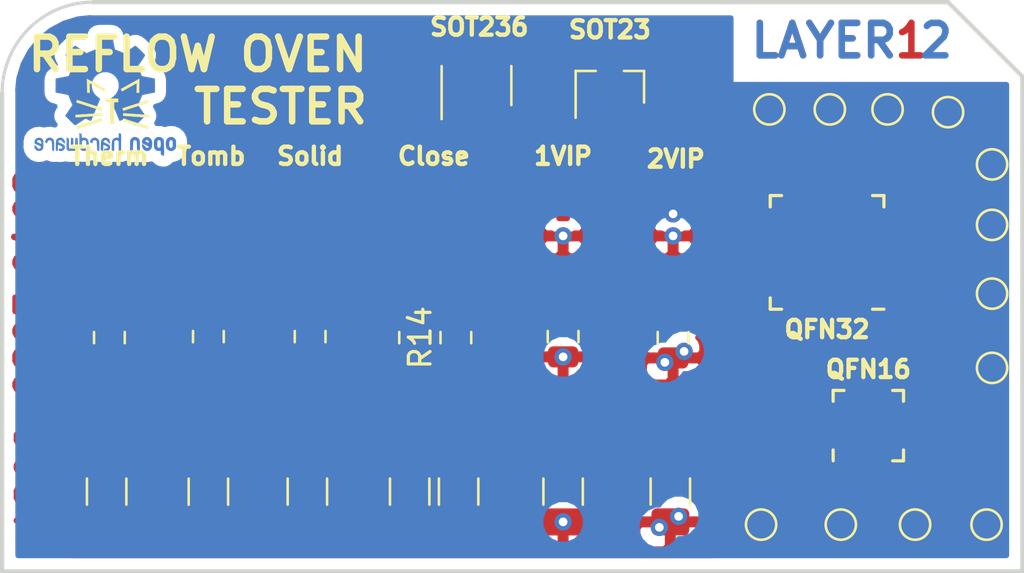
<source format=kicad_pcb>
(kicad_pcb (version 20171130) (host pcbnew "(5.0.0)")

  (general
    (thickness 1.6)
    (drawings 27)
    (tracks 70)
    (zones 0)
    (modules 39)
    (nets 17)
  )

  (page A4)
  (layers
    (0 F.Cu signal hide)
    (31 B.Cu signal hide)
    (32 B.Adhes user hide)
    (33 F.Adhes user hide)
    (34 B.Paste user hide)
    (35 F.Paste user)
    (36 B.SilkS user hide)
    (37 F.SilkS user hide)
    (38 B.Mask user)
    (39 F.Mask user hide)
    (40 Dwgs.User user)
    (41 Cmts.User user)
    (42 Eco1.User user)
    (43 Eco2.User user)
    (44 Edge.Cuts user)
    (45 Margin user)
    (46 B.CrtYd user)
    (47 F.CrtYd user)
    (48 B.Fab user)
    (49 F.Fab user)
  )

  (setup
    (last_trace_width 0.25)
    (trace_clearance 0.2)
    (zone_clearance 0.508)
    (zone_45_only no)
    (trace_min 0.2)
    (segment_width 0.2)
    (edge_width 0.15)
    (via_size 0.8)
    (via_drill 0.4)
    (via_min_size 0.4)
    (via_min_drill 0.3)
    (uvia_size 0.3)
    (uvia_drill 0.1)
    (uvias_allowed no)
    (uvia_min_size 0.2)
    (uvia_min_drill 0.1)
    (pcb_text_width 0.3)
    (pcb_text_size 1.5 1.5)
    (mod_edge_width 0.15)
    (mod_text_size 1 1)
    (mod_text_width 0.15)
    (pad_size 1.25 1.75)
    (pad_drill 0)
    (pad_to_mask_clearance 0.2)
    (aux_axis_origin 0 0)
    (visible_elements FFFFFF7F)
    (pcbplotparams
      (layerselection 0x010fc_ffffffff)
      (usegerberextensions false)
      (usegerberattributes false)
      (usegerberadvancedattributes false)
      (creategerberjobfile false)
      (excludeedgelayer true)
      (linewidth 0.100000)
      (plotframeref false)
      (viasonmask false)
      (mode 1)
      (useauxorigin false)
      (hpglpennumber 1)
      (hpglpenspeed 20)
      (hpglpendiameter 15.000000)
      (psnegative false)
      (psa4output false)
      (plotreference true)
      (plotvalue true)
      (plotinvisibletext false)
      (padsonsilk false)
      (subtractmaskfromsilk false)
      (outputformat 1)
      (mirror false)
      (drillshape 0)
      (scaleselection 1)
      (outputdirectory ""))
  )

  (net 0 "")
  (net 1 VCC)
  (net 2 GND)
  (net 3 "Net-(TP1-Pad1)")
  (net 4 "Net-(TP2-Pad1)")
  (net 5 "Net-(TP3-Pad1)")
  (net 6 "Net-(TP4-Pad1)")
  (net 7 "Net-(TP5-Pad1)")
  (net 8 "Net-(TP6-Pad1)")
  (net 9 "Net-(TP7-Pad1)")
  (net 10 "Net-(TP8-Pad1)")
  (net 11 "Net-(TP9-Pad1)")
  (net 12 "Net-(TP10-Pad1)")
  (net 13 "Net-(TP11-Pad1)")
  (net 14 "Net-(TP12-Pad1)")
  (net 15 "Net-(U1-Pad5)")
  (net 16 "Net-(U2-Pad10)")

  (net_class Default "This is the default net class."
    (clearance 0.2)
    (trace_width 0.25)
    (via_dia 0.8)
    (via_drill 0.4)
    (uvia_dia 0.3)
    (uvia_drill 0.1)
    (add_net GND)
    (add_net "Net-(TP1-Pad1)")
    (add_net "Net-(TP10-Pad1)")
    (add_net "Net-(TP11-Pad1)")
    (add_net "Net-(TP12-Pad1)")
    (add_net "Net-(TP2-Pad1)")
    (add_net "Net-(TP3-Pad1)")
    (add_net "Net-(TP4-Pad1)")
    (add_net "Net-(TP5-Pad1)")
    (add_net "Net-(TP6-Pad1)")
    (add_net "Net-(TP7-Pad1)")
    (add_net "Net-(TP8-Pad1)")
    (add_net "Net-(TP9-Pad1)")
    (add_net "Net-(U1-Pad5)")
    (add_net "Net-(U2-Pad10)")
    (add_net VCC)
  )

  (module Resistor_SMD:R_0805_2012Metric (layer F.Cu) (tedit 5C80A5B3) (tstamp 5C8D2EF4)
    (at 120.269 103.632 90)
    (descr "Resistor SMD 0805 (2012 Metric), square (rectangular) end terminal, IPC_7351 nominal, (Body size source: https://docs.google.com/spreadsheets/d/1BsfQQcO9C6DZCsRaXUlFlo91Tg2WpOkGARC1WS5S8t0/edit?usp=sharing), generated with kicad-footprint-generator")
    (tags resistor)
    (path /5C8107F5)
    (attr smd)
    (fp_text reference R2 (at 0 -1.65 90) (layer F.SilkS) hide
      (effects (font (size 1 1) (thickness 0.15)))
    )
    (fp_text value R (at 0 1.65 90) (layer F.Fab)
      (effects (font (size 1 1) (thickness 0.15)))
    )
    (fp_text user %R (at 0 0 90) (layer F.Fab)
      (effects (font (size 0.5 0.5) (thickness 0.08)))
    )
    (fp_line (start 1.68 0.95) (end -1.68 0.95) (layer F.CrtYd) (width 0.05))
    (fp_line (start 1.68 -0.95) (end 1.68 0.95) (layer F.CrtYd) (width 0.05))
    (fp_line (start -1.68 -0.95) (end 1.68 -0.95) (layer F.CrtYd) (width 0.05))
    (fp_line (start -1.68 0.95) (end -1.68 -0.95) (layer F.CrtYd) (width 0.05))
    (fp_line (start -0.258578 0.71) (end 0.258578 0.71) (layer F.SilkS) (width 0.12))
    (fp_line (start -0.258578 -0.71) (end 0.258578 -0.71) (layer F.SilkS) (width 0.12))
    (fp_line (start 1 0.6) (end -1 0.6) (layer F.Fab) (width 0.1))
    (fp_line (start 1 -0.6) (end 1 0.6) (layer F.Fab) (width 0.1))
    (fp_line (start -1 -0.6) (end 1 -0.6) (layer F.Fab) (width 0.1))
    (fp_line (start -1 0.6) (end -1 -0.6) (layer F.Fab) (width 0.1))
    (pad 2 smd roundrect (at 0.9375 0 90) (size 0.975 1.4) (layers F.Cu F.Paste F.Mask) (roundrect_rratio 0.25)
      (net 2 GND))
    (pad 1 smd roundrect (at -0.9375 0 90) (size 0.975 1.4) (layers F.Cu F.Paste F.Mask) (roundrect_rratio 0.25)
      (net 1 VCC))
    (model ${KISYS3DMOD}/Resistor_SMD.3dshapes/R_0805_2012Metric.wrl
      (at (xyz 0 0 0))
      (scale (xyz 1 1 1))
      (rotate (xyz 0 0 0))
    )
  )

  (module Package_TO_SOT_SMD:SOT-23 (layer F.Cu) (tedit 5C80A5DF) (tstamp 5C8D2ED4)
    (at 143.383 92.075 90)
    (descr "SOT-23, Standard")
    (tags SOT-23)
    (path /5C826708)
    (attr smd)
    (fp_text reference Q1 (at 0 -2.5 90) (layer F.SilkS) hide
      (effects (font (size 1 1) (thickness 0.15)))
    )
    (fp_text value Q_NPN_BCE (at 0 2.5 90) (layer F.Fab)
      (effects (font (size 1 1) (thickness 0.15)))
    )
    (fp_text user %R (at -0.381 0 180) (layer F.Fab)
      (effects (font (size 0.5 0.5) (thickness 0.075)))
    )
    (fp_line (start -0.7 -0.95) (end -0.7 1.5) (layer F.Fab) (width 0.1))
    (fp_line (start -0.15 -1.52) (end 0.7 -1.52) (layer F.Fab) (width 0.1))
    (fp_line (start -0.7 -0.95) (end -0.15 -1.52) (layer F.Fab) (width 0.1))
    (fp_line (start 0.7 -1.52) (end 0.7 1.52) (layer F.Fab) (width 0.1))
    (fp_line (start -0.7 1.52) (end 0.7 1.52) (layer F.Fab) (width 0.1))
    (fp_line (start 0.76 1.58) (end 0.76 0.65) (layer F.SilkS) (width 0.12))
    (fp_line (start 0.76 -1.58) (end 0.76 -0.65) (layer F.SilkS) (width 0.12))
    (fp_line (start -1.7 -1.75) (end 1.7 -1.75) (layer F.CrtYd) (width 0.05))
    (fp_line (start 1.7 -1.75) (end 1.7 1.75) (layer F.CrtYd) (width 0.05))
    (fp_line (start 1.7 1.75) (end -1.7 1.75) (layer F.CrtYd) (width 0.05))
    (fp_line (start -1.7 1.75) (end -1.7 -1.75) (layer F.CrtYd) (width 0.05))
    (fp_line (start 0.76 -1.58) (end -1.4 -1.58) (layer F.SilkS) (width 0.12))
    (fp_line (start 0.76 1.58) (end -0.7 1.58) (layer F.SilkS) (width 0.12))
    (pad 1 smd rect (at -1 -0.95 90) (size 0.9 0.8) (layers F.Cu F.Paste F.Mask))
    (pad 2 smd rect (at -1 0.95 90) (size 0.9 0.8) (layers F.Cu F.Paste F.Mask))
    (pad 3 smd rect (at 1 0 90) (size 0.9 0.8) (layers F.Cu F.Paste F.Mask))
    (model ${KISYS3DMOD}/Package_TO_SOT_SMD.3dshapes/SOT-23.wrl
      (at (xyz 0 0 0))
      (scale (xyz 1 1 1))
      (rotate (xyz 0 0 0))
    )
  )

  (module Resistor_SMD:R_0402_1005Metric (layer F.Cu) (tedit 5C80A599) (tstamp 5C8D2EE3)
    (at 120.269 98.321 90)
    (descr "Resistor SMD 0402 (1005 Metric), square (rectangular) end terminal, IPC_7351 nominal, (Body size source: http://www.tortai-tech.com/upload/download/2011102023233369053.pdf), generated with kicad-footprint-generator")
    (tags resistor)
    (path /5C8115D7)
    (attr smd)
    (fp_text reference R1 (at 0 -1.17 90) (layer F.SilkS) hide
      (effects (font (size 1 1) (thickness 0.15)))
    )
    (fp_text value R (at 0 1.17 90) (layer F.Fab)
      (effects (font (size 1 1) (thickness 0.15)))
    )
    (fp_line (start -0.5 0.25) (end -0.5 -0.25) (layer F.Fab) (width 0.1))
    (fp_line (start -0.5 -0.25) (end 0.5 -0.25) (layer F.Fab) (width 0.1))
    (fp_line (start 0.5 -0.25) (end 0.5 0.25) (layer F.Fab) (width 0.1))
    (fp_line (start 0.5 0.25) (end -0.5 0.25) (layer F.Fab) (width 0.1))
    (fp_line (start -0.93 0.47) (end -0.93 -0.47) (layer F.CrtYd) (width 0.05))
    (fp_line (start -0.93 -0.47) (end 0.93 -0.47) (layer F.CrtYd) (width 0.05))
    (fp_line (start 0.93 -0.47) (end 0.93 0.47) (layer F.CrtYd) (width 0.05))
    (fp_line (start 0.93 0.47) (end -0.93 0.47) (layer F.CrtYd) (width 0.05))
    (fp_text user %R (at 0 0 90) (layer F.Fab)
      (effects (font (size 0.25 0.25) (thickness 0.04)))
    )
    (pad 1 smd roundrect (at -0.485 0 90) (size 0.59 0.64) (layers F.Cu F.Paste F.Mask) (roundrect_rratio 0.25)
      (net 1 VCC))
    (pad 2 smd roundrect (at 0.485 0 90) (size 0.59 0.64) (layers F.Cu F.Paste F.Mask) (roundrect_rratio 0.25)
      (net 2 GND))
    (model ${KISYS3DMOD}/Resistor_SMD.3dshapes/R_0402_1005Metric.wrl
      (at (xyz 0 0 0))
      (scale (xyz 1 1 1))
      (rotate (xyz 0 0 0))
    )
  )

  (module Resistor_SMD:R_1206_3216Metric (layer F.Cu) (tedit 5C80A5C4) (tstamp 5C8D2F05)
    (at 120.142 110.744 90)
    (descr "Resistor SMD 1206 (3216 Metric), square (rectangular) end terminal, IPC_7351 nominal, (Body size source: http://www.tortai-tech.com/upload/download/2011102023233369053.pdf), generated with kicad-footprint-generator")
    (tags resistor)
    (path /5C80EE1B)
    (attr smd)
    (fp_text reference R3 (at 0 -1.82 90) (layer F.SilkS) hide
      (effects (font (size 1 1) (thickness 0.15)))
    )
    (fp_text value R (at 0 1.82 90) (layer F.Fab)
      (effects (font (size 1 1) (thickness 0.15)))
    )
    (fp_text user %R (at 0 0 90) (layer F.Fab)
      (effects (font (size 0.8 0.8) (thickness 0.12)))
    )
    (fp_line (start 2.28 1.12) (end -2.28 1.12) (layer F.CrtYd) (width 0.05))
    (fp_line (start 2.28 -1.12) (end 2.28 1.12) (layer F.CrtYd) (width 0.05))
    (fp_line (start -2.28 -1.12) (end 2.28 -1.12) (layer F.CrtYd) (width 0.05))
    (fp_line (start -2.28 1.12) (end -2.28 -1.12) (layer F.CrtYd) (width 0.05))
    (fp_line (start -0.602064 0.91) (end 0.602064 0.91) (layer F.SilkS) (width 0.12))
    (fp_line (start -0.602064 -0.91) (end 0.602064 -0.91) (layer F.SilkS) (width 0.12))
    (fp_line (start 1.6 0.8) (end -1.6 0.8) (layer F.Fab) (width 0.1))
    (fp_line (start 1.6 -0.8) (end 1.6 0.8) (layer F.Fab) (width 0.1))
    (fp_line (start -1.6 -0.8) (end 1.6 -0.8) (layer F.Fab) (width 0.1))
    (fp_line (start -1.6 0.8) (end -1.6 -0.8) (layer F.Fab) (width 0.1))
    (pad 2 smd roundrect (at 1.4 0 90) (size 1.25 1.75) (layers F.Cu F.Paste F.Mask) (roundrect_rratio 0.2)
      (net 2 GND))
    (pad 1 smd roundrect (at -1.4 0 90) (size 1.25 1.75) (layers F.Cu F.Paste F.Mask) (roundrect_rratio 0.2)
      (net 1 VCC))
    (model ${KISYS3DMOD}/Resistor_SMD.3dshapes/R_1206_3216Metric.wrl
      (at (xyz 0 0 0))
      (scale (xyz 1 1 1))
      (rotate (xyz 0 0 0))
    )
  )

  (module Resistor_SMD:R_0402_1005Metric (layer F.Cu) (tedit 5C80A59C) (tstamp 5C8D2F14)
    (at 124.968 98.425 90)
    (descr "Resistor SMD 0402 (1005 Metric), square (rectangular) end terminal, IPC_7351 nominal, (Body size source: http://www.tortai-tech.com/upload/download/2011102023233369053.pdf), generated with kicad-footprint-generator")
    (tags resistor)
    (path /5C8115DE)
    (attr smd)
    (fp_text reference R4 (at 0 -1.17 90) (layer F.SilkS) hide
      (effects (font (size 1 1) (thickness 0.15)))
    )
    (fp_text value R (at 0 1.17 90) (layer F.Fab)
      (effects (font (size 1 1) (thickness 0.15)))
    )
    (fp_text user %R (at 0 0 90) (layer F.Fab)
      (effects (font (size 0.25 0.25) (thickness 0.04)))
    )
    (fp_line (start 0.93 0.47) (end -0.93 0.47) (layer F.CrtYd) (width 0.05))
    (fp_line (start 0.93 -0.47) (end 0.93 0.47) (layer F.CrtYd) (width 0.05))
    (fp_line (start -0.93 -0.47) (end 0.93 -0.47) (layer F.CrtYd) (width 0.05))
    (fp_line (start -0.93 0.47) (end -0.93 -0.47) (layer F.CrtYd) (width 0.05))
    (fp_line (start 0.5 0.25) (end -0.5 0.25) (layer F.Fab) (width 0.1))
    (fp_line (start 0.5 -0.25) (end 0.5 0.25) (layer F.Fab) (width 0.1))
    (fp_line (start -0.5 -0.25) (end 0.5 -0.25) (layer F.Fab) (width 0.1))
    (fp_line (start -0.5 0.25) (end -0.5 -0.25) (layer F.Fab) (width 0.1))
    (pad 2 smd roundrect (at 0.485 0 90) (size 0.59 0.64) (layers F.Cu F.Paste F.Mask) (roundrect_rratio 0.25)
      (net 2 GND) (zone_connect 1))
    (pad 1 smd roundrect (at -0.485 0 90) (size 0.59 0.64) (layers F.Cu F.Paste F.Mask) (roundrect_rratio 0.25)
      (net 1 VCC) (zone_connect 2))
    (model ${KISYS3DMOD}/Resistor_SMD.3dshapes/R_0402_1005Metric.wrl
      (at (xyz 0 0 0))
      (scale (xyz 1 1 1))
      (rotate (xyz 0 0 0))
    )
  )

  (module Resistor_SMD:R_0805_2012Metric (layer F.Cu) (tedit 5C80A5B5) (tstamp 5C8D2F25)
    (at 124.841 103.5835 90)
    (descr "Resistor SMD 0805 (2012 Metric), square (rectangular) end terminal, IPC_7351 nominal, (Body size source: https://docs.google.com/spreadsheets/d/1BsfQQcO9C6DZCsRaXUlFlo91Tg2WpOkGARC1WS5S8t0/edit?usp=sharing), generated with kicad-footprint-generator")
    (tags resistor)
    (path /5C8107FC)
    (attr smd)
    (fp_text reference R5 (at 0 -1.65 90) (layer F.SilkS) hide
      (effects (font (size 1 1) (thickness 0.15)))
    )
    (fp_text value R (at 0 1.65 90) (layer F.Fab)
      (effects (font (size 1 1) (thickness 0.15)))
    )
    (fp_line (start -1 0.6) (end -1 -0.6) (layer F.Fab) (width 0.1))
    (fp_line (start -1 -0.6) (end 1 -0.6) (layer F.Fab) (width 0.1))
    (fp_line (start 1 -0.6) (end 1 0.6) (layer F.Fab) (width 0.1))
    (fp_line (start 1 0.6) (end -1 0.6) (layer F.Fab) (width 0.1))
    (fp_line (start -0.258578 -0.71) (end 0.258578 -0.71) (layer F.SilkS) (width 0.12))
    (fp_line (start -0.258578 0.71) (end 0.258578 0.71) (layer F.SilkS) (width 0.12))
    (fp_line (start -1.68 0.95) (end -1.68 -0.95) (layer F.CrtYd) (width 0.05))
    (fp_line (start -1.68 -0.95) (end 1.68 -0.95) (layer F.CrtYd) (width 0.05))
    (fp_line (start 1.68 -0.95) (end 1.68 0.95) (layer F.CrtYd) (width 0.05))
    (fp_line (start 1.68 0.95) (end -1.68 0.95) (layer F.CrtYd) (width 0.05))
    (fp_text user %R (at 0 0 90) (layer F.Fab)
      (effects (font (size 0.5 0.5) (thickness 0.08)))
    )
    (pad 1 smd roundrect (at -0.9375 0 90) (size 0.975 1.4) (layers F.Cu F.Paste F.Mask) (roundrect_rratio 0.25)
      (net 1 VCC) (zone_connect 2))
    (pad 2 smd roundrect (at 0.9375 0 90) (size 0.975 1.4) (layers F.Cu F.Paste F.Mask) (roundrect_rratio 0.25)
      (net 2 GND))
    (model ${KISYS3DMOD}/Resistor_SMD.3dshapes/R_0805_2012Metric.wrl
      (at (xyz 0 0 0))
      (scale (xyz 1 1 1))
      (rotate (xyz 0 0 0))
    )
  )

  (module Resistor_SMD:R_1206_3216Metric (layer F.Cu) (tedit 5C80A5C7) (tstamp 5C8D2F36)
    (at 124.841 110.747 90)
    (descr "Resistor SMD 1206 (3216 Metric), square (rectangular) end terminal, IPC_7351 nominal, (Body size source: http://www.tortai-tech.com/upload/download/2011102023233369053.pdf), generated with kicad-footprint-generator")
    (tags resistor)
    (path /5C80EE22)
    (attr smd)
    (fp_text reference R6 (at 0 -1.82 90) (layer F.SilkS) hide
      (effects (font (size 1 1) (thickness 0.15)))
    )
    (fp_text value R (at 0 1.82 90) (layer F.Fab)
      (effects (font (size 1 1) (thickness 0.15)))
    )
    (fp_line (start -1.6 0.8) (end -1.6 -0.8) (layer F.Fab) (width 0.1))
    (fp_line (start -1.6 -0.8) (end 1.6 -0.8) (layer F.Fab) (width 0.1))
    (fp_line (start 1.6 -0.8) (end 1.6 0.8) (layer F.Fab) (width 0.1))
    (fp_line (start 1.6 0.8) (end -1.6 0.8) (layer F.Fab) (width 0.1))
    (fp_line (start -0.602064 -0.91) (end 0.602064 -0.91) (layer F.SilkS) (width 0.12))
    (fp_line (start -0.602064 0.91) (end 0.602064 0.91) (layer F.SilkS) (width 0.12))
    (fp_line (start -2.28 1.12) (end -2.28 -1.12) (layer F.CrtYd) (width 0.05))
    (fp_line (start -2.28 -1.12) (end 2.28 -1.12) (layer F.CrtYd) (width 0.05))
    (fp_line (start 2.28 -1.12) (end 2.28 1.12) (layer F.CrtYd) (width 0.05))
    (fp_line (start 2.28 1.12) (end -2.28 1.12) (layer F.CrtYd) (width 0.05))
    (fp_text user %R (at 0 0 90) (layer F.Fab)
      (effects (font (size 0.8 0.8) (thickness 0.12)))
    )
    (pad 1 smd roundrect (at -1.4 0 90) (size 1.25 1.75) (layers F.Cu F.Paste F.Mask) (roundrect_rratio 0.2)
      (net 1 VCC) (zone_connect 2))
    (pad 2 smd roundrect (at 1.4 0 90) (size 1.25 1.75) (layers F.Cu F.Paste F.Mask) (roundrect_rratio 0.2)
      (net 2 GND))
    (model ${KISYS3DMOD}/Resistor_SMD.3dshapes/R_1206_3216Metric.wrl
      (at (xyz 0 0 0))
      (scale (xyz 1 1 1))
      (rotate (xyz 0 0 0))
    )
  )

  (module Resistor_SMD:R_0402_1005Metric (layer F.Cu) (tedit 5C80A5A0) (tstamp 5C8D2F45)
    (at 129.54 98.425 90)
    (descr "Resistor SMD 0402 (1005 Metric), square (rectangular) end terminal, IPC_7351 nominal, (Body size source: http://www.tortai-tech.com/upload/download/2011102023233369053.pdf), generated with kicad-footprint-generator")
    (tags resistor)
    (path /5C8115E5)
    (zone_connect 2)
    (attr smd)
    (fp_text reference R7 (at 0 -1.17 90) (layer F.SilkS) hide
      (effects (font (size 1 1) (thickness 0.15)))
    )
    (fp_text value R (at 0 1.17 90) (layer F.Fab)
      (effects (font (size 1 1) (thickness 0.15)))
    )
    (fp_line (start -0.5 0.25) (end -0.5 -0.25) (layer F.Fab) (width 0.1))
    (fp_line (start -0.5 -0.25) (end 0.5 -0.25) (layer F.Fab) (width 0.1))
    (fp_line (start 0.5 -0.25) (end 0.5 0.25) (layer F.Fab) (width 0.1))
    (fp_line (start 0.5 0.25) (end -0.5 0.25) (layer F.Fab) (width 0.1))
    (fp_line (start -0.93 0.47) (end -0.93 -0.47) (layer F.CrtYd) (width 0.05))
    (fp_line (start -0.93 -0.47) (end 0.93 -0.47) (layer F.CrtYd) (width 0.05))
    (fp_line (start 0.93 -0.47) (end 0.93 0.47) (layer F.CrtYd) (width 0.05))
    (fp_line (start 0.93 0.47) (end -0.93 0.47) (layer F.CrtYd) (width 0.05))
    (fp_text user %R (at 0 0 270) (layer F.Fab)
      (effects (font (size 0.25 0.25) (thickness 0.04)))
    )
    (pad 1 smd roundrect (at -0.485 0 90) (size 0.59 0.64) (layers F.Cu F.Paste F.Mask) (roundrect_rratio 0.25)
      (net 1 VCC) (zone_connect 2))
    (pad 2 smd roundrect (at 0.485 0 90) (size 0.59 0.64) (layers F.Cu F.Paste F.Mask) (roundrect_rratio 0.25)
      (net 2 GND) (zone_connect 2))
    (model ${KISYS3DMOD}/Resistor_SMD.3dshapes/R_0402_1005Metric.wrl
      (at (xyz 0 0 0))
      (scale (xyz 1 1 1))
      (rotate (xyz 0 0 0))
    )
  )

  (module Resistor_SMD:R_0805_2012Metric (layer F.Cu) (tedit 5C80A5B9) (tstamp 5C8D2F56)
    (at 129.54 103.5835 90)
    (descr "Resistor SMD 0805 (2012 Metric), square (rectangular) end terminal, IPC_7351 nominal, (Body size source: https://docs.google.com/spreadsheets/d/1BsfQQcO9C6DZCsRaXUlFlo91Tg2WpOkGARC1WS5S8t0/edit?usp=sharing), generated with kicad-footprint-generator")
    (tags resistor)
    (path /5C810803)
    (zone_connect 2)
    (attr smd)
    (fp_text reference R8 (at 0 -1.65 90) (layer F.SilkS) hide
      (effects (font (size 1 1) (thickness 0.15)))
    )
    (fp_text value R (at 0 1.65 90) (layer F.Fab)
      (effects (font (size 1 1) (thickness 0.15)))
    )
    (fp_text user %R (at 0 0 90) (layer F.Fab)
      (effects (font (size 0.5 0.5) (thickness 0.08)))
    )
    (fp_line (start 1.68 0.95) (end -1.68 0.95) (layer F.CrtYd) (width 0.05))
    (fp_line (start 1.68 -0.95) (end 1.68 0.95) (layer F.CrtYd) (width 0.05))
    (fp_line (start -1.68 -0.95) (end 1.68 -0.95) (layer F.CrtYd) (width 0.05))
    (fp_line (start -1.68 0.95) (end -1.68 -0.95) (layer F.CrtYd) (width 0.05))
    (fp_line (start -0.258578 0.71) (end 0.258578 0.71) (layer F.SilkS) (width 0.12))
    (fp_line (start -0.258578 -0.71) (end 0.258578 -0.71) (layer F.SilkS) (width 0.12))
    (fp_line (start 1 0.6) (end -1 0.6) (layer F.Fab) (width 0.1))
    (fp_line (start 1 -0.6) (end 1 0.6) (layer F.Fab) (width 0.1))
    (fp_line (start -1 -0.6) (end 1 -0.6) (layer F.Fab) (width 0.1))
    (fp_line (start -1 0.6) (end -1 -0.6) (layer F.Fab) (width 0.1))
    (pad 2 smd roundrect (at 0.9375 0 90) (size 0.975 1.4) (layers F.Cu F.Paste F.Mask) (roundrect_rratio 0.25)
      (net 2 GND) (zone_connect 2))
    (pad 1 smd roundrect (at -0.9375 0 90) (size 0.975 1.4) (layers F.Cu F.Paste F.Mask) (roundrect_rratio 0.25)
      (net 1 VCC) (zone_connect 2))
    (model ${KISYS3DMOD}/Resistor_SMD.3dshapes/R_0805_2012Metric.wrl
      (at (xyz 0 0 0))
      (scale (xyz 1 1 1))
      (rotate (xyz 0 0 0))
    )
  )

  (module Resistor_SMD:R_1206_3216Metric (layer F.Cu) (tedit 5C80A5CE) (tstamp 5C8D2F67)
    (at 129.413 110.744 90)
    (descr "Resistor SMD 1206 (3216 Metric), square (rectangular) end terminal, IPC_7351 nominal, (Body size source: http://www.tortai-tech.com/upload/download/2011102023233369053.pdf), generated with kicad-footprint-generator")
    (tags resistor)
    (path /5C80EE29)
    (zone_connect 2)
    (attr smd)
    (fp_text reference R9 (at 0 -1.82 90) (layer F.SilkS) hide
      (effects (font (size 1 1) (thickness 0.15)))
    )
    (fp_text value R (at 0 1.82 90) (layer F.Fab)
      (effects (font (size 1 1) (thickness 0.15)))
    )
    (fp_line (start -1.6 0.8) (end -1.6 -0.8) (layer F.Fab) (width 0.1))
    (fp_line (start -1.6 -0.8) (end 1.6 -0.8) (layer F.Fab) (width 0.1))
    (fp_line (start 1.6 -0.8) (end 1.6 0.8) (layer F.Fab) (width 0.1))
    (fp_line (start 1.6 0.8) (end -1.6 0.8) (layer F.Fab) (width 0.1))
    (fp_line (start -0.602064 -0.91) (end 0.602064 -0.91) (layer F.SilkS) (width 0.12))
    (fp_line (start -0.602064 0.91) (end 0.602064 0.91) (layer F.SilkS) (width 0.12))
    (fp_line (start -2.28 1.12) (end -2.28 -1.12) (layer F.CrtYd) (width 0.05))
    (fp_line (start -2.28 -1.12) (end 2.28 -1.12) (layer F.CrtYd) (width 0.05))
    (fp_line (start 2.28 -1.12) (end 2.28 1.12) (layer F.CrtYd) (width 0.05))
    (fp_line (start 2.28 1.12) (end -2.28 1.12) (layer F.CrtYd) (width 0.05))
    (fp_text user %R (at 0 0 90) (layer F.Fab)
      (effects (font (size 0.8 0.8) (thickness 0.12)))
    )
    (pad 1 smd roundrect (at -1.4 0 90) (size 1.25 1.75) (layers F.Cu F.Paste F.Mask) (roundrect_rratio 0.2)
      (net 1 VCC) (zone_connect 2))
    (pad 2 smd roundrect (at 1.4 0 90) (size 1.25 1.75) (layers F.Cu F.Paste F.Mask) (roundrect_rratio 0.2)
      (net 2 GND) (zone_connect 2))
    (model ${KISYS3DMOD}/Resistor_SMD.3dshapes/R_1206_3216Metric.wrl
      (at (xyz 0 0 0))
      (scale (xyz 1 1 1))
      (rotate (xyz 0 0 0))
    )
  )

  (module Resistor_SMD:R_0402_1005Metric (layer F.Cu) (tedit 5C80A5A4) (tstamp 5C8D2F76)
    (at 134.747 98.425 90)
    (descr "Resistor SMD 0402 (1005 Metric), square (rectangular) end terminal, IPC_7351 nominal, (Body size source: http://www.tortai-tech.com/upload/download/2011102023233369053.pdf), generated with kicad-footprint-generator")
    (tags resistor)
    (path /5C8115EC)
    (attr smd)
    (fp_text reference R10 (at 0 -1.17 90) (layer F.SilkS) hide
      (effects (font (size 1 1) (thickness 0.15)))
    )
    (fp_text value R (at 0 1.17 90) (layer F.Fab)
      (effects (font (size 1 1) (thickness 0.15)))
    )
    (fp_text user %R (at 0 0 90) (layer F.Fab)
      (effects (font (size 0.25 0.25) (thickness 0.04)))
    )
    (fp_line (start 0.93 0.47) (end -0.93 0.47) (layer F.CrtYd) (width 0.05))
    (fp_line (start 0.93 -0.47) (end 0.93 0.47) (layer F.CrtYd) (width 0.05))
    (fp_line (start -0.93 -0.47) (end 0.93 -0.47) (layer F.CrtYd) (width 0.05))
    (fp_line (start -0.93 0.47) (end -0.93 -0.47) (layer F.CrtYd) (width 0.05))
    (fp_line (start 0.5 0.25) (end -0.5 0.25) (layer F.Fab) (width 0.1))
    (fp_line (start 0.5 -0.25) (end 0.5 0.25) (layer F.Fab) (width 0.1))
    (fp_line (start -0.5 -0.25) (end 0.5 -0.25) (layer F.Fab) (width 0.1))
    (fp_line (start -0.5 0.25) (end -0.5 -0.25) (layer F.Fab) (width 0.1))
    (pad 2 smd roundrect (at 0.485 0 90) (size 0.59 0.64) (layers F.Cu F.Paste F.Mask) (roundrect_rratio 0.25)
      (net 2 GND))
    (pad 1 smd roundrect (at -0.485 0 90) (size 0.59 0.64) (layers F.Cu F.Paste F.Mask) (roundrect_rratio 0.25)
      (net 1 VCC))
    (model ${KISYS3DMOD}/Resistor_SMD.3dshapes/R_0402_1005Metric.wrl
      (at (xyz 0 0 0))
      (scale (xyz 1 1 1))
      (rotate (xyz 0 0 0))
    )
  )

  (module Resistor_SMD:R_0805_2012Metric (layer F.Cu) (tedit 5C80A5BD) (tstamp 5C8D2F87)
    (at 134.366 103.632 90)
    (descr "Resistor SMD 0805 (2012 Metric), square (rectangular) end terminal, IPC_7351 nominal, (Body size source: https://docs.google.com/spreadsheets/d/1BsfQQcO9C6DZCsRaXUlFlo91Tg2WpOkGARC1WS5S8t0/edit?usp=sharing), generated with kicad-footprint-generator")
    (tags resistor)
    (path /5C81080A)
    (attr smd)
    (fp_text reference R11 (at 0 -1.65 90) (layer F.SilkS) hide
      (effects (font (size 1 1) (thickness 0.15)))
    )
    (fp_text value R (at 0 1.65 90) (layer F.Fab)
      (effects (font (size 1 1) (thickness 0.15)))
    )
    (fp_line (start -1 0.6) (end -1 -0.6) (layer F.Fab) (width 0.1))
    (fp_line (start -1 -0.6) (end 1 -0.6) (layer F.Fab) (width 0.1))
    (fp_line (start 1 -0.6) (end 1 0.6) (layer F.Fab) (width 0.1))
    (fp_line (start 1 0.6) (end -1 0.6) (layer F.Fab) (width 0.1))
    (fp_line (start -0.258578 -0.71) (end 0.258578 -0.71) (layer F.SilkS) (width 0.12))
    (fp_line (start -0.258578 0.71) (end 0.258578 0.71) (layer F.SilkS) (width 0.12))
    (fp_line (start -1.68 0.95) (end -1.68 -0.95) (layer F.CrtYd) (width 0.05))
    (fp_line (start -1.68 -0.95) (end 1.68 -0.95) (layer F.CrtYd) (width 0.05))
    (fp_line (start 1.68 -0.95) (end 1.68 0.95) (layer F.CrtYd) (width 0.05))
    (fp_line (start 1.68 0.95) (end -1.68 0.95) (layer F.CrtYd) (width 0.05))
    (fp_text user %R (at 0 0 90) (layer F.Fab)
      (effects (font (size 0.5 0.5) (thickness 0.08)))
    )
    (pad 1 smd roundrect (at -0.9375 0 90) (size 0.975 1.4) (layers F.Cu F.Paste F.Mask) (roundrect_rratio 0.25)
      (net 1 VCC))
    (pad 2 smd roundrect (at 0.9375 0 90) (size 0.975 1.4) (layers F.Cu F.Paste F.Mask) (roundrect_rratio 0.25)
      (net 2 GND))
    (model ${KISYS3DMOD}/Resistor_SMD.3dshapes/R_0805_2012Metric.wrl
      (at (xyz 0 0 0))
      (scale (xyz 1 1 1))
      (rotate (xyz 0 0 0))
    )
  )

  (module Resistor_SMD:R_1206_3216Metric (layer F.Cu) (tedit 5C80A5D6) (tstamp 5C8D2F98)
    (at 136.398 110.744 90)
    (descr "Resistor SMD 1206 (3216 Metric), square (rectangular) end terminal, IPC_7351 nominal, (Body size source: http://www.tortai-tech.com/upload/download/2011102023233369053.pdf), generated with kicad-footprint-generator")
    (tags resistor)
    (path /5C80EE30)
    (attr smd)
    (fp_text reference R12 (at 0 -1.82 90) (layer F.SilkS) hide
      (effects (font (size 1 1) (thickness 0.15)))
    )
    (fp_text value R (at 0 1.82 90) (layer F.Fab)
      (effects (font (size 1 1) (thickness 0.15)))
    )
    (fp_text user %R (at 0 0 90) (layer F.Fab)
      (effects (font (size 0.8 0.8) (thickness 0.12)))
    )
    (fp_line (start 2.28 1.12) (end -2.28 1.12) (layer F.CrtYd) (width 0.05))
    (fp_line (start 2.28 -1.12) (end 2.28 1.12) (layer F.CrtYd) (width 0.05))
    (fp_line (start -2.28 -1.12) (end 2.28 -1.12) (layer F.CrtYd) (width 0.05))
    (fp_line (start -2.28 1.12) (end -2.28 -1.12) (layer F.CrtYd) (width 0.05))
    (fp_line (start -0.602064 0.91) (end 0.602064 0.91) (layer F.SilkS) (width 0.12))
    (fp_line (start -0.602064 -0.91) (end 0.602064 -0.91) (layer F.SilkS) (width 0.12))
    (fp_line (start 1.6 0.8) (end -1.6 0.8) (layer F.Fab) (width 0.1))
    (fp_line (start 1.6 -0.8) (end 1.6 0.8) (layer F.Fab) (width 0.1))
    (fp_line (start -1.6 -0.8) (end 1.6 -0.8) (layer F.Fab) (width 0.1))
    (fp_line (start -1.6 0.8) (end -1.6 -0.8) (layer F.Fab) (width 0.1))
    (pad 2 smd roundrect (at 1.4 0 90) (size 1.25 1.75) (layers F.Cu F.Paste F.Mask) (roundrect_rratio 0.2)
      (net 2 GND))
    (pad 1 smd roundrect (at -1.4 0 90) (size 1.25 1.75) (layers F.Cu F.Paste F.Mask) (roundrect_rratio 0.2)
      (net 1 VCC))
    (model ${KISYS3DMOD}/Resistor_SMD.3dshapes/R_1206_3216Metric.wrl
      (at (xyz 0 0 0))
      (scale (xyz 1 1 1))
      (rotate (xyz 0 0 0))
    )
  )

  (module Resistor_SMD:R_0402_1005Metric (layer F.Cu) (tedit 5C80A5A8) (tstamp 5C8D2FA7)
    (at 135.763 98.425 90)
    (descr "Resistor SMD 0402 (1005 Metric), square (rectangular) end terminal, IPC_7351 nominal, (Body size source: http://www.tortai-tech.com/upload/download/2011102023233369053.pdf), generated with kicad-footprint-generator")
    (tags resistor)
    (path /5C8115F6)
    (attr smd)
    (fp_text reference R13 (at 0 -1.17 90) (layer F.SilkS) hide
      (effects (font (size 1 1) (thickness 0.15)))
    )
    (fp_text value R (at 0 1.17 90) (layer F.Fab)
      (effects (font (size 1 1) (thickness 0.15)))
    )
    (fp_line (start -0.5 0.25) (end -0.5 -0.25) (layer F.Fab) (width 0.1))
    (fp_line (start -0.5 -0.25) (end 0.5 -0.25) (layer F.Fab) (width 0.1))
    (fp_line (start 0.5 -0.25) (end 0.5 0.25) (layer F.Fab) (width 0.1))
    (fp_line (start 0.5 0.25) (end -0.5 0.25) (layer F.Fab) (width 0.1))
    (fp_line (start -0.93 0.47) (end -0.93 -0.47) (layer F.CrtYd) (width 0.05))
    (fp_line (start -0.93 -0.47) (end 0.93 -0.47) (layer F.CrtYd) (width 0.05))
    (fp_line (start 0.93 -0.47) (end 0.93 0.47) (layer F.CrtYd) (width 0.05))
    (fp_line (start 0.93 0.47) (end -0.93 0.47) (layer F.CrtYd) (width 0.05))
    (fp_text user %R (at 0 0 90) (layer F.Fab)
      (effects (font (size 0.25 0.25) (thickness 0.04)))
    )
    (pad 1 smd roundrect (at -0.485 0 90) (size 0.59 0.64) (layers F.Cu F.Paste F.Mask) (roundrect_rratio 0.25)
      (net 1 VCC))
    (pad 2 smd roundrect (at 0.485 0 90) (size 0.59 0.64) (layers F.Cu F.Paste F.Mask) (roundrect_rratio 0.25)
      (net 2 GND))
    (model ${KISYS3DMOD}/Resistor_SMD.3dshapes/R_0402_1005Metric.wrl
      (at (xyz 0 0 0))
      (scale (xyz 1 1 1))
      (rotate (xyz 0 0 0))
    )
  )

  (module Resistor_SMD:R_0805_2012Metric (layer F.Cu) (tedit 5B36C52B) (tstamp 5C8D2FB8)
    (at 136.271 103.632 90)
    (descr "Resistor SMD 0805 (2012 Metric), square (rectangular) end terminal, IPC_7351 nominal, (Body size source: https://docs.google.com/spreadsheets/d/1BsfQQcO9C6DZCsRaXUlFlo91Tg2WpOkGARC1WS5S8t0/edit?usp=sharing), generated with kicad-footprint-generator")
    (tags resistor)
    (path /5C810814)
    (attr smd)
    (fp_text reference R14 (at 0 -1.65 90) (layer F.SilkS)
      (effects (font (size 1 1) (thickness 0.15)))
    )
    (fp_text value R (at 0 1.65 90) (layer F.Fab)
      (effects (font (size 1 1) (thickness 0.15)))
    )
    (fp_line (start -1 0.6) (end -1 -0.6) (layer F.Fab) (width 0.1))
    (fp_line (start -1 -0.6) (end 1 -0.6) (layer F.Fab) (width 0.1))
    (fp_line (start 1 -0.6) (end 1 0.6) (layer F.Fab) (width 0.1))
    (fp_line (start 1 0.6) (end -1 0.6) (layer F.Fab) (width 0.1))
    (fp_line (start -0.258578 -0.71) (end 0.258578 -0.71) (layer F.SilkS) (width 0.12))
    (fp_line (start -0.258578 0.71) (end 0.258578 0.71) (layer F.SilkS) (width 0.12))
    (fp_line (start -1.68 0.95) (end -1.68 -0.95) (layer F.CrtYd) (width 0.05))
    (fp_line (start -1.68 -0.95) (end 1.68 -0.95) (layer F.CrtYd) (width 0.05))
    (fp_line (start 1.68 -0.95) (end 1.68 0.95) (layer F.CrtYd) (width 0.05))
    (fp_line (start 1.68 0.95) (end -1.68 0.95) (layer F.CrtYd) (width 0.05))
    (fp_text user %R (at 0 0 90) (layer F.Fab)
      (effects (font (size 0.5 0.5) (thickness 0.08)))
    )
    (pad 1 smd roundrect (at -0.9375 0 90) (size 0.975 1.4) (layers F.Cu F.Paste F.Mask) (roundrect_rratio 0.25)
      (net 1 VCC))
    (pad 2 smd roundrect (at 0.9375 0 90) (size 0.975 1.4) (layers F.Cu F.Paste F.Mask) (roundrect_rratio 0.25)
      (net 2 GND))
    (model ${KISYS3DMOD}/Resistor_SMD.3dshapes/R_0805_2012Metric.wrl
      (at (xyz 0 0 0))
      (scale (xyz 1 1 1))
      (rotate (xyz 0 0 0))
    )
  )

  (module Resistor_SMD:R_1206_3216Metric (layer F.Cu) (tedit 5C80A5D1) (tstamp 5C8D2FC9)
    (at 134.1374 110.744 90)
    (descr "Resistor SMD 1206 (3216 Metric), square (rectangular) end terminal, IPC_7351 nominal, (Body size source: http://www.tortai-tech.com/upload/download/2011102023233369053.pdf), generated with kicad-footprint-generator")
    (tags resistor)
    (path /5C80EE3A)
    (attr smd)
    (fp_text reference R15 (at 0 -1.82 90) (layer F.SilkS) hide
      (effects (font (size 1 1) (thickness 0.15)))
    )
    (fp_text value R (at 0 1.82 90) (layer F.Fab)
      (effects (font (size 1 1) (thickness 0.15)))
    )
    (fp_line (start -1.6 0.8) (end -1.6 -0.8) (layer F.Fab) (width 0.1))
    (fp_line (start -1.6 -0.8) (end 1.6 -0.8) (layer F.Fab) (width 0.1))
    (fp_line (start 1.6 -0.8) (end 1.6 0.8) (layer F.Fab) (width 0.1))
    (fp_line (start 1.6 0.8) (end -1.6 0.8) (layer F.Fab) (width 0.1))
    (fp_line (start -0.602064 -0.91) (end 0.602064 -0.91) (layer F.SilkS) (width 0.12))
    (fp_line (start -0.602064 0.91) (end 0.602064 0.91) (layer F.SilkS) (width 0.12))
    (fp_line (start -2.28 1.12) (end -2.28 -1.12) (layer F.CrtYd) (width 0.05))
    (fp_line (start -2.28 -1.12) (end 2.28 -1.12) (layer F.CrtYd) (width 0.05))
    (fp_line (start 2.28 -1.12) (end 2.28 1.12) (layer F.CrtYd) (width 0.05))
    (fp_line (start 2.28 1.12) (end -2.28 1.12) (layer F.CrtYd) (width 0.05))
    (fp_text user %R (at 0 0 90) (layer F.Fab)
      (effects (font (size 0.8 0.8) (thickness 0.12)))
    )
    (pad 1 smd roundrect (at -1.4 0 90) (size 1.25 1.75) (layers F.Cu F.Paste F.Mask) (roundrect_rratio 0.2)
      (net 1 VCC))
    (pad 2 smd roundrect (at 1.4 0 90) (size 1.25 1.75) (layers F.Cu F.Paste F.Mask) (roundrect_rratio 0.2)
      (net 2 GND))
    (model ${KISYS3DMOD}/Resistor_SMD.3dshapes/R_1206_3216Metric.wrl
      (at (xyz 0 0 0))
      (scale (xyz 1 1 1))
      (rotate (xyz 0 0 0))
    )
  )

  (module Resistor_SMD:R_0402_1005Metric (layer F.Cu) (tedit 5C80A5AC) (tstamp 5C8D2FD8)
    (at 141.224 98.448 90)
    (descr "Resistor SMD 0402 (1005 Metric), square (rectangular) end terminal, IPC_7351 nominal, (Body size source: http://www.tortai-tech.com/upload/download/2011102023233369053.pdf), generated with kicad-footprint-generator")
    (tags resistor)
    (path /5C8115FF)
    (attr smd)
    (fp_text reference R16 (at 0 -1.17 90) (layer F.SilkS) hide
      (effects (font (size 1 1) (thickness 0.15)))
    )
    (fp_text value R (at 0 1.17 90) (layer F.Fab)
      (effects (font (size 1 1) (thickness 0.15)))
    )
    (fp_text user %R (at 0 0 90) (layer F.Fab)
      (effects (font (size 0.25 0.25) (thickness 0.04)))
    )
    (fp_line (start 0.93 0.47) (end -0.93 0.47) (layer F.CrtYd) (width 0.05))
    (fp_line (start 0.93 -0.47) (end 0.93 0.47) (layer F.CrtYd) (width 0.05))
    (fp_line (start -0.93 -0.47) (end 0.93 -0.47) (layer F.CrtYd) (width 0.05))
    (fp_line (start -0.93 0.47) (end -0.93 -0.47) (layer F.CrtYd) (width 0.05))
    (fp_line (start 0.5 0.25) (end -0.5 0.25) (layer F.Fab) (width 0.1))
    (fp_line (start 0.5 -0.25) (end 0.5 0.25) (layer F.Fab) (width 0.1))
    (fp_line (start -0.5 -0.25) (end 0.5 -0.25) (layer F.Fab) (width 0.1))
    (fp_line (start -0.5 0.25) (end -0.5 -0.25) (layer F.Fab) (width 0.1))
    (pad 2 smd roundrect (at 0.485 0 90) (size 0.59 0.64) (layers F.Cu F.Paste F.Mask) (roundrect_rratio 0.25)
      (net 2 GND))
    (pad 1 smd roundrect (at -0.485 0 90) (size 0.59 0.64) (layers F.Cu F.Paste F.Mask) (roundrect_rratio 0.25)
      (net 1 VCC))
    (model ${KISYS3DMOD}/Resistor_SMD.3dshapes/R_0402_1005Metric.wrl
      (at (xyz 0 0 0))
      (scale (xyz 1 1 1))
      (rotate (xyz 0 0 0))
    )
  )

  (module Resistor_SMD:R_0805_2012Metric (layer F.Cu) (tedit 5C80A5BF) (tstamp 5C8D2FE9)
    (at 141.224 103.5835 90)
    (descr "Resistor SMD 0805 (2012 Metric), square (rectangular) end terminal, IPC_7351 nominal, (Body size source: https://docs.google.com/spreadsheets/d/1BsfQQcO9C6DZCsRaXUlFlo91Tg2WpOkGARC1WS5S8t0/edit?usp=sharing), generated with kicad-footprint-generator")
    (tags resistor)
    (path /5C81081D)
    (attr smd)
    (fp_text reference R17 (at 0 -1.65 90) (layer F.SilkS) hide
      (effects (font (size 1 1) (thickness 0.15)))
    )
    (fp_text value R (at 0 1.65 90) (layer F.Fab)
      (effects (font (size 1 1) (thickness 0.15)))
    )
    (fp_line (start -1 0.6) (end -1 -0.6) (layer F.Fab) (width 0.1))
    (fp_line (start -1 -0.6) (end 1 -0.6) (layer F.Fab) (width 0.1))
    (fp_line (start 1 -0.6) (end 1 0.6) (layer F.Fab) (width 0.1))
    (fp_line (start 1 0.6) (end -1 0.6) (layer F.Fab) (width 0.1))
    (fp_line (start -0.258578 -0.71) (end 0.258578 -0.71) (layer F.SilkS) (width 0.12))
    (fp_line (start -0.258578 0.71) (end 0.258578 0.71) (layer F.SilkS) (width 0.12))
    (fp_line (start -1.68 0.95) (end -1.68 -0.95) (layer F.CrtYd) (width 0.05))
    (fp_line (start -1.68 -0.95) (end 1.68 -0.95) (layer F.CrtYd) (width 0.05))
    (fp_line (start 1.68 -0.95) (end 1.68 0.95) (layer F.CrtYd) (width 0.05))
    (fp_line (start 1.68 0.95) (end -1.68 0.95) (layer F.CrtYd) (width 0.05))
    (fp_text user %R (at 0 0 90) (layer F.Fab)
      (effects (font (size 0.5 0.5) (thickness 0.08)))
    )
    (pad 1 smd roundrect (at -0.9375 0 90) (size 0.975 1.4) (layers F.Cu F.Paste F.Mask) (roundrect_rratio 0.25)
      (net 1 VCC))
    (pad 2 smd roundrect (at 0.9375 0 90) (size 0.975 1.4) (layers F.Cu F.Paste F.Mask) (roundrect_rratio 0.25)
      (net 2 GND))
    (model ${KISYS3DMOD}/Resistor_SMD.3dshapes/R_0805_2012Metric.wrl
      (at (xyz 0 0 0))
      (scale (xyz 1 1 1))
      (rotate (xyz 0 0 0))
    )
  )

  (module Resistor_SMD:R_1206_3216Metric (layer F.Cu) (tedit 5C80A5D9) (tstamp 5C8D2FFA)
    (at 141.224 110.744 90)
    (descr "Resistor SMD 1206 (3216 Metric), square (rectangular) end terminal, IPC_7351 nominal, (Body size source: http://www.tortai-tech.com/upload/download/2011102023233369053.pdf), generated with kicad-footprint-generator")
    (tags resistor)
    (path /5C80EE43)
    (attr smd)
    (fp_text reference R18 (at 0 -1.82 90) (layer F.SilkS) hide
      (effects (font (size 1 1) (thickness 0.15)))
    )
    (fp_text value R (at 0 1.82 90) (layer F.Fab)
      (effects (font (size 1 1) (thickness 0.15)))
    )
    (fp_text user %R (at 0 0 90) (layer F.Fab)
      (effects (font (size 0.8 0.8) (thickness 0.12)))
    )
    (fp_line (start 2.28 1.12) (end -2.28 1.12) (layer F.CrtYd) (width 0.05))
    (fp_line (start 2.28 -1.12) (end 2.28 1.12) (layer F.CrtYd) (width 0.05))
    (fp_line (start -2.28 -1.12) (end 2.28 -1.12) (layer F.CrtYd) (width 0.05))
    (fp_line (start -2.28 1.12) (end -2.28 -1.12) (layer F.CrtYd) (width 0.05))
    (fp_line (start -0.602064 0.91) (end 0.602064 0.91) (layer F.SilkS) (width 0.12))
    (fp_line (start -0.602064 -0.91) (end 0.602064 -0.91) (layer F.SilkS) (width 0.12))
    (fp_line (start 1.6 0.8) (end -1.6 0.8) (layer F.Fab) (width 0.1))
    (fp_line (start 1.6 -0.8) (end 1.6 0.8) (layer F.Fab) (width 0.1))
    (fp_line (start -1.6 -0.8) (end 1.6 -0.8) (layer F.Fab) (width 0.1))
    (fp_line (start -1.6 0.8) (end -1.6 -0.8) (layer F.Fab) (width 0.1))
    (pad 2 smd roundrect (at 1.4 0 90) (size 1.25 1.75) (layers F.Cu F.Paste F.Mask) (roundrect_rratio 0.2)
      (net 2 GND))
    (pad 1 smd roundrect (at -1.4 0 90) (size 1.25 1.75) (layers F.Cu F.Paste F.Mask) (roundrect_rratio 0.2)
      (net 1 VCC))
    (model ${KISYS3DMOD}/Resistor_SMD.3dshapes/R_1206_3216Metric.wrl
      (at (xyz 0 0 0))
      (scale (xyz 1 1 1))
      (rotate (xyz 0 0 0))
    )
  )

  (module Resistor_SMD:R_0402_1005Metric (layer F.Cu) (tedit 5C80A5AF) (tstamp 5C8D3009)
    (at 146.304 98.448 90)
    (descr "Resistor SMD 0402 (1005 Metric), square (rectangular) end terminal, IPC_7351 nominal, (Body size source: http://www.tortai-tech.com/upload/download/2011102023233369053.pdf), generated with kicad-footprint-generator")
    (tags resistor)
    (path /5C811607)
    (attr smd)
    (fp_text reference R19 (at 0 -1.17 90) (layer F.SilkS) hide
      (effects (font (size 1 1) (thickness 0.15)))
    )
    (fp_text value R (at 0 1.17 90) (layer F.Fab)
      (effects (font (size 1 1) (thickness 0.15)))
    )
    (fp_line (start -0.5 0.25) (end -0.5 -0.25) (layer F.Fab) (width 0.1))
    (fp_line (start -0.5 -0.25) (end 0.5 -0.25) (layer F.Fab) (width 0.1))
    (fp_line (start 0.5 -0.25) (end 0.5 0.25) (layer F.Fab) (width 0.1))
    (fp_line (start 0.5 0.25) (end -0.5 0.25) (layer F.Fab) (width 0.1))
    (fp_line (start -0.93 0.47) (end -0.93 -0.47) (layer F.CrtYd) (width 0.05))
    (fp_line (start -0.93 -0.47) (end 0.93 -0.47) (layer F.CrtYd) (width 0.05))
    (fp_line (start 0.93 -0.47) (end 0.93 0.47) (layer F.CrtYd) (width 0.05))
    (fp_line (start 0.93 0.47) (end -0.93 0.47) (layer F.CrtYd) (width 0.05))
    (fp_text user %R (at 0 0 90) (layer F.Fab)
      (effects (font (size 0.25 0.25) (thickness 0.04)))
    )
    (pad 1 smd roundrect (at -0.485 0 90) (size 0.59 0.64) (layers F.Cu F.Paste F.Mask) (roundrect_rratio 0.25)
      (net 1 VCC))
    (pad 2 smd roundrect (at 0.485 0 90) (size 0.59 0.64) (layers F.Cu F.Paste F.Mask) (roundrect_rratio 0.25)
      (net 2 GND))
    (model ${KISYS3DMOD}/Resistor_SMD.3dshapes/R_0402_1005Metric.wrl
      (at (xyz 0 0 0))
      (scale (xyz 1 1 1))
      (rotate (xyz 0 0 0))
    )
  )

  (module Resistor_SMD:R_0805_2012Metric (layer F.Cu) (tedit 5C80A5C2) (tstamp 5C8D301A)
    (at 146.304 103.632 90)
    (descr "Resistor SMD 0805 (2012 Metric), square (rectangular) end terminal, IPC_7351 nominal, (Body size source: https://docs.google.com/spreadsheets/d/1BsfQQcO9C6DZCsRaXUlFlo91Tg2WpOkGARC1WS5S8t0/edit?usp=sharing), generated with kicad-footprint-generator")
    (tags resistor)
    (path /5C810825)
    (attr smd)
    (fp_text reference R20 (at 0 -1.65 90) (layer F.SilkS) hide
      (effects (font (size 1 1) (thickness 0.15)))
    )
    (fp_text value R (at 0 1.65 90) (layer F.Fab)
      (effects (font (size 1 1) (thickness 0.15)))
    )
    (fp_text user %R (at 0 0 90) (layer F.Fab)
      (effects (font (size 0.5 0.5) (thickness 0.08)))
    )
    (fp_line (start 1.68 0.95) (end -1.68 0.95) (layer F.CrtYd) (width 0.05))
    (fp_line (start 1.68 -0.95) (end 1.68 0.95) (layer F.CrtYd) (width 0.05))
    (fp_line (start -1.68 -0.95) (end 1.68 -0.95) (layer F.CrtYd) (width 0.05))
    (fp_line (start -1.68 0.95) (end -1.68 -0.95) (layer F.CrtYd) (width 0.05))
    (fp_line (start -0.258578 0.71) (end 0.258578 0.71) (layer F.SilkS) (width 0.12))
    (fp_line (start -0.258578 -0.71) (end 0.258578 -0.71) (layer F.SilkS) (width 0.12))
    (fp_line (start 1 0.6) (end -1 0.6) (layer F.Fab) (width 0.1))
    (fp_line (start 1 -0.6) (end 1 0.6) (layer F.Fab) (width 0.1))
    (fp_line (start -1 -0.6) (end 1 -0.6) (layer F.Fab) (width 0.1))
    (fp_line (start -1 0.6) (end -1 -0.6) (layer F.Fab) (width 0.1))
    (pad 2 smd roundrect (at 0.9375 0 90) (size 0.975 1.4) (layers F.Cu F.Paste F.Mask) (roundrect_rratio 0.25)
      (net 2 GND))
    (pad 1 smd roundrect (at -0.9375 0 90) (size 0.975 1.4) (layers F.Cu F.Paste F.Mask) (roundrect_rratio 0.25)
      (net 1 VCC))
    (model ${KISYS3DMOD}/Resistor_SMD.3dshapes/R_0805_2012Metric.wrl
      (at (xyz 0 0 0))
      (scale (xyz 1 1 1))
      (rotate (xyz 0 0 0))
    )
  )

  (module Resistor_SMD:R_1206_3216Metric (layer F.Cu) (tedit 5C80A5DB) (tstamp 5C8D302B)
    (at 146.177 110.741 90)
    (descr "Resistor SMD 1206 (3216 Metric), square (rectangular) end terminal, IPC_7351 nominal, (Body size source: http://www.tortai-tech.com/upload/download/2011102023233369053.pdf), generated with kicad-footprint-generator")
    (tags resistor)
    (path /5C80EE4B)
    (attr smd)
    (fp_text reference R21 (at 0 -1.82 90) (layer F.SilkS) hide
      (effects (font (size 1 1) (thickness 0.15)))
    )
    (fp_text value R (at 0 1.82 90) (layer F.Fab)
      (effects (font (size 1 1) (thickness 0.15)))
    )
    (fp_line (start -1.6 0.8) (end -1.6 -0.8) (layer F.Fab) (width 0.1))
    (fp_line (start -1.6 -0.8) (end 1.6 -0.8) (layer F.Fab) (width 0.1))
    (fp_line (start 1.6 -0.8) (end 1.6 0.8) (layer F.Fab) (width 0.1))
    (fp_line (start 1.6 0.8) (end -1.6 0.8) (layer F.Fab) (width 0.1))
    (fp_line (start -0.602064 -0.91) (end 0.602064 -0.91) (layer F.SilkS) (width 0.12))
    (fp_line (start -0.602064 0.91) (end 0.602064 0.91) (layer F.SilkS) (width 0.12))
    (fp_line (start -2.28 1.12) (end -2.28 -1.12) (layer F.CrtYd) (width 0.05))
    (fp_line (start -2.28 -1.12) (end 2.28 -1.12) (layer F.CrtYd) (width 0.05))
    (fp_line (start 2.28 -1.12) (end 2.28 1.12) (layer F.CrtYd) (width 0.05))
    (fp_line (start 2.28 1.12) (end -2.28 1.12) (layer F.CrtYd) (width 0.05))
    (fp_text user %R (at 0 0 90) (layer F.Fab)
      (effects (font (size 0.8 0.8) (thickness 0.12)))
    )
    (pad 1 smd roundrect (at -1.4 0 90) (size 1.25 1.75) (layers F.Cu F.Paste F.Mask) (roundrect_rratio 0.2)
      (net 1 VCC))
    (pad 2 smd roundrect (at 1.4 0 90) (size 1.25 1.75) (layers F.Cu F.Paste F.Mask) (roundrect_rratio 0.2)
      (net 2 GND))
    (model ${KISYS3DMOD}/Resistor_SMD.3dshapes/R_1206_3216Metric.wrl
      (at (xyz 0 0 0))
      (scale (xyz 1 1 1))
      (rotate (xyz 0 0 0))
    )
  )

  (module TestPoint:TestPoint_Pad_D1.0mm (layer F.Cu) (tedit 5C80A7FF) (tstamp 5C8D3033)
    (at 161.036 95.631)
    (descr "SMD pad as test Point, diameter 1.0mm")
    (tags "test point SMD pad")
    (path /5C835B42)
    (attr virtual)
    (fp_text reference TP1 (at 0 -1.448) (layer F.SilkS) hide
      (effects (font (size 1 1) (thickness 0.15)))
    )
    (fp_text value TestPoint (at 0 1.55) (layer F.Fab)
      (effects (font (size 1 1) (thickness 0.15)))
    )
    (fp_text user %R (at 0 -1.45) (layer F.Fab)
      (effects (font (size 1 1) (thickness 0.15)))
    )
    (fp_circle (center 0 0) (end 1 0) (layer F.CrtYd) (width 0.05))
    (fp_circle (center 0 0) (end 0 0.7) (layer F.SilkS) (width 0.12))
    (pad 1 smd circle (at 0 0) (size 1 1) (layers F.Cu F.Mask)
      (net 3 "Net-(TP1-Pad1)"))
  )

  (module TestPoint:TestPoint_Pad_D1.0mm (layer F.Cu) (tedit 5C80A803) (tstamp 5C8D303B)
    (at 159.004 93.218)
    (descr "SMD pad as test Point, diameter 1.0mm")
    (tags "test point SMD pad")
    (path /5C837A69)
    (attr virtual)
    (fp_text reference TP2 (at 0 -1.448) (layer F.SilkS) hide
      (effects (font (size 1 1) (thickness 0.15)))
    )
    (fp_text value TestPoint (at 0 1.55) (layer F.Fab)
      (effects (font (size 1 1) (thickness 0.15)))
    )
    (fp_circle (center 0 0) (end 0 0.7) (layer F.SilkS) (width 0.12))
    (fp_circle (center 0 0) (end 1 0) (layer F.CrtYd) (width 0.05))
    (fp_text user %R (at 0 -1.45) (layer F.Fab)
      (effects (font (size 1 1) (thickness 0.15)))
    )
    (pad 1 smd circle (at 0 0) (size 1 1) (layers F.Cu F.Mask)
      (net 4 "Net-(TP2-Pad1)"))
  )

  (module TestPoint:TestPoint_Pad_D1.0mm (layer F.Cu) (tedit 5C80A7FB) (tstamp 5C8D3043)
    (at 161.036 98.425)
    (descr "SMD pad as test Point, diameter 1.0mm")
    (tags "test point SMD pad")
    (path /5C833D4A)
    (attr virtual)
    (fp_text reference TP3 (at 0 -1.448) (layer F.SilkS) hide
      (effects (font (size 1 1) (thickness 0.15)))
    )
    (fp_text value TestPoint (at 0 1.55) (layer F.Fab)
      (effects (font (size 1 1) (thickness 0.15)))
    )
    (fp_circle (center 0 0) (end 0 0.7) (layer F.SilkS) (width 0.12))
    (fp_circle (center 0 0) (end 1 0) (layer F.CrtYd) (width 0.05))
    (fp_text user %R (at 0 -1.45) (layer F.Fab)
      (effects (font (size 1 1) (thickness 0.15)))
    )
    (pad 1 smd circle (at 0 0) (size 1 1) (layers F.Cu F.Mask)
      (net 5 "Net-(TP3-Pad1)"))
  )

  (module TestPoint:TestPoint_Pad_D1.0mm (layer F.Cu) (tedit 5C80A7D5) (tstamp 5C8D304B)
    (at 160.782 112.268)
    (descr "SMD pad as test Point, diameter 1.0mm")
    (tags "test point SMD pad")
    (path /5C8AE6B3)
    (attr virtual)
    (fp_text reference TP4 (at 0 -1.448) (layer F.SilkS) hide
      (effects (font (size 1 1) (thickness 0.15)))
    )
    (fp_text value TestPoint (at 0 1.55) (layer F.Fab)
      (effects (font (size 1 1) (thickness 0.15)))
    )
    (fp_circle (center 0 0) (end 0 0.7) (layer F.SilkS) (width 0.12))
    (fp_circle (center 0 0) (end 1 0) (layer F.CrtYd) (width 0.05))
    (fp_text user %R (at 0 -1.45) (layer F.Fab)
      (effects (font (size 1 1) (thickness 0.15)))
    )
    (pad 1 smd circle (at 0 0) (size 1 1) (layers F.Cu F.Mask)
      (net 6 "Net-(TP4-Pad1)"))
  )

  (module TestPoint:TestPoint_Pad_D1.0mm (layer F.Cu) (tedit 5C80A80A) (tstamp 5C8D3053)
    (at 156.21 93.091)
    (descr "SMD pad as test Point, diameter 1.0mm")
    (tags "test point SMD pad")
    (path /5C837A70)
    (attr virtual)
    (fp_text reference TP5 (at 0 -1.448) (layer F.SilkS) hide
      (effects (font (size 1 1) (thickness 0.15)))
    )
    (fp_text value TestPoint (at 0 1.55) (layer F.Fab)
      (effects (font (size 1 1) (thickness 0.15)))
    )
    (fp_text user %R (at 0 -1.45) (layer F.Fab)
      (effects (font (size 1 1) (thickness 0.15)))
    )
    (fp_circle (center 0 0) (end 1 0) (layer F.CrtYd) (width 0.05))
    (fp_circle (center 0 0) (end 0 0.7) (layer F.SilkS) (width 0.12))
    (pad 1 smd circle (at 0 0) (size 1 1) (layers F.Cu F.Mask)
      (net 7 "Net-(TP5-Pad1)"))
  )

  (module TestPoint:TestPoint_Pad_D1.0mm (layer F.Cu) (tedit 5C80A7F0) (tstamp 5C8D305B)
    (at 161.036 101.6)
    (descr "SMD pad as test Point, diameter 1.0mm")
    (tags "test point SMD pad")
    (path /5C831F4B)
    (attr virtual)
    (fp_text reference TP6 (at 0 -1.448) (layer F.SilkS) hide
      (effects (font (size 1 1) (thickness 0.15)))
    )
    (fp_text value TestPoint (at 0 1.55) (layer F.Fab)
      (effects (font (size 1 1) (thickness 0.15)))
    )
    (fp_text user %R (at 0 -1.45) (layer F.Fab)
      (effects (font (size 1 1) (thickness 0.15)))
    )
    (fp_circle (center 0 0) (end 1 0) (layer F.CrtYd) (width 0.05))
    (fp_circle (center 0 0) (end 0 0.7) (layer F.SilkS) (width 0.12))
    (pad 1 smd circle (at 0 0) (size 1 1) (layers F.Cu F.Mask)
      (net 8 "Net-(TP6-Pad1)"))
  )

  (module TestPoint:TestPoint_Pad_D1.0mm (layer F.Cu) (tedit 5C80A80D) (tstamp 5C8D3063)
    (at 153.543 93.091)
    (descr "SMD pad as test Point, diameter 1.0mm")
    (tags "test point SMD pad")
    (path /5C837A77)
    (attr virtual)
    (fp_text reference TP7 (at 0 -1.448) (layer F.SilkS) hide
      (effects (font (size 1 1) (thickness 0.15)))
    )
    (fp_text value TestPoint (at 0 1.55) (layer F.Fab)
      (effects (font (size 1 1) (thickness 0.15)))
    )
    (fp_circle (center 0 0) (end 0 0.7) (layer F.SilkS) (width 0.12))
    (fp_circle (center 0 0) (end 1 0) (layer F.CrtYd) (width 0.05))
    (fp_text user %R (at 0 -1.45) (layer F.Fab)
      (effects (font (size 1 1) (thickness 0.15)))
    )
    (pad 1 smd circle (at 0 0) (size 1 1) (layers F.Cu F.Mask)
      (net 9 "Net-(TP7-Pad1)"))
  )

  (module TestPoint:TestPoint_Pad_D1.0mm (layer F.Cu) (tedit 5C80A7EA) (tstamp 5C8D306B)
    (at 161.036 105.029)
    (descr "SMD pad as test Point, diameter 1.0mm")
    (tags "test point SMD pad")
    (path /5C830079)
    (attr virtual)
    (fp_text reference TP8 (at 0 -1.448) (layer F.SilkS) hide
      (effects (font (size 1 1) (thickness 0.15)))
    )
    (fp_text value TestPoint (at 0 1.55) (layer F.Fab)
      (effects (font (size 1 1) (thickness 0.15)))
    )
    (fp_circle (center 0 0) (end 0 0.7) (layer F.SilkS) (width 0.12))
    (fp_circle (center 0 0) (end 1 0) (layer F.CrtYd) (width 0.05))
    (fp_text user %R (at 0 -1.45) (layer F.Fab)
      (effects (font (size 1 1) (thickness 0.15)))
    )
    (pad 1 smd circle (at 0 0) (size 1 1) (layers F.Cu F.Mask)
      (net 10 "Net-(TP8-Pad1)"))
  )

  (module TestPoint:TestPoint_Pad_D1.0mm (layer F.Cu) (tedit 5C80A810) (tstamp 5C8D3073)
    (at 150.749 93.091)
    (descr "SMD pad as test Point, diameter 1.0mm")
    (tags "test point SMD pad")
    (path /5C837A7E)
    (attr virtual)
    (fp_text reference TP9 (at 0 -1.448) (layer F.SilkS) hide
      (effects (font (size 1 1) (thickness 0.15)))
    )
    (fp_text value TestPoint (at 0 1.55) (layer F.Fab)
      (effects (font (size 1 1) (thickness 0.15)))
    )
    (fp_text user %R (at 0 -1.45) (layer F.Fab)
      (effects (font (size 1 1) (thickness 0.15)))
    )
    (fp_circle (center 0 0) (end 1 0) (layer F.CrtYd) (width 0.05))
    (fp_circle (center 0 0) (end 0 0.7) (layer F.SilkS) (width 0.12))
    (pad 1 smd circle (at 0 0) (size 1 1) (layers F.Cu F.Mask)
      (net 11 "Net-(TP9-Pad1)"))
  )

  (module TestPoint:TestPoint_Pad_D1.0mm (layer F.Cu) (tedit 5C80A7DE) (tstamp 5C8D307B)
    (at 150.368 112.268)
    (descr "SMD pad as test Point, diameter 1.0mm")
    (tags "test point SMD pad")
    (path /5C8AE6BA)
    (attr virtual)
    (fp_text reference TP10 (at 0 -1.448) (layer F.SilkS) hide
      (effects (font (size 1 1) (thickness 0.15)))
    )
    (fp_text value TestPoint (at 0 1.55) (layer F.Fab)
      (effects (font (size 1 1) (thickness 0.15)))
    )
    (fp_text user %R (at 0 -1.45) (layer F.Fab)
      (effects (font (size 1 1) (thickness 0.15)))
    )
    (fp_circle (center 0 0) (end 1 0) (layer F.CrtYd) (width 0.05))
    (fp_circle (center 0 0) (end 0 0.7) (layer F.SilkS) (width 0.12))
    (pad 1 smd circle (at 0 0) (size 1 1) (layers F.Cu F.Mask)
      (net 12 "Net-(TP10-Pad1)"))
  )

  (module TestPoint:TestPoint_Pad_D1.0mm (layer F.Cu) (tedit 5C80A7DC) (tstamp 5C8D3083)
    (at 154.051 112.268)
    (descr "SMD pad as test Point, diameter 1.0mm")
    (tags "test point SMD pad")
    (path /5C8AE6C1)
    (attr virtual)
    (fp_text reference TP11 (at 0 -1.448) (layer F.SilkS) hide
      (effects (font (size 1 1) (thickness 0.15)))
    )
    (fp_text value TestPoint (at 0 1.55) (layer F.Fab)
      (effects (font (size 1 1) (thickness 0.15)))
    )
    (fp_circle (center 0 0) (end 0 0.7) (layer F.SilkS) (width 0.12))
    (fp_circle (center 0 0) (end 1 0) (layer F.CrtYd) (width 0.05))
    (fp_text user %R (at 0 -1.45) (layer F.Fab)
      (effects (font (size 1 1) (thickness 0.15)))
    )
    (pad 1 smd circle (at 0 0) (size 1 1) (layers F.Cu F.Mask)
      (net 13 "Net-(TP11-Pad1)"))
  )

  (module TestPoint:TestPoint_Pad_D1.0mm (layer F.Cu) (tedit 5C80A7D9) (tstamp 5C8D308B)
    (at 157.48 112.268)
    (descr "SMD pad as test Point, diameter 1.0mm")
    (tags "test point SMD pad")
    (path /5C8AE6C8)
    (attr virtual)
    (fp_text reference TP12 (at 0 -1.448) (layer F.SilkS) hide
      (effects (font (size 1 1) (thickness 0.15)))
    )
    (fp_text value TestPoint (at 0 1.55) (layer F.Fab)
      (effects (font (size 1 1) (thickness 0.15)))
    )
    (fp_text user %R (at 0 -1.45) (layer F.Fab)
      (effects (font (size 1 1) (thickness 0.15)))
    )
    (fp_circle (center 0 0) (end 1 0) (layer F.CrtYd) (width 0.05))
    (fp_circle (center 0 0) (end 0 0.7) (layer F.SilkS) (width 0.12))
    (pad 1 smd circle (at 0 0) (size 1 1) (layers F.Cu F.Mask)
      (net 14 "Net-(TP12-Pad1)"))
  )

  (module Package_DFN_QFN:QFN-16-1EP_3x3mm_P0.5mm_EP1.8x1.8mm (layer F.Cu) (tedit 5C80A5E9) (tstamp 5C8D30B5)
    (at 155.321 107.696 90)
    (descr "16-Lead Plastic Quad Flat, No Lead Package (NG) - 3x3x0.9 mm Body [QFN]; (see Microchip Packaging Specification 00000049BS.pdf)")
    (tags "QFN 0.5")
    (path /5C81CC7C)
    (attr smd)
    (fp_text reference U1 (at 0 -2.85 90) (layer F.SilkS) hide
      (effects (font (size 1 1) (thickness 0.15)))
    )
    (fp_text value PIC16F505-IMG (at 0 2.85 90) (layer F.Fab)
      (effects (font (size 1 1) (thickness 0.15)))
    )
    (fp_text user %R (at 0 0 90) (layer F.Fab)
      (effects (font (size 0.7 0.7) (thickness 0.105)))
    )
    (fp_line (start -0.5 -1.5) (end 1.5 -1.5) (layer F.Fab) (width 0.15))
    (fp_line (start 1.5 -1.5) (end 1.5 1.5) (layer F.Fab) (width 0.15))
    (fp_line (start 1.5 1.5) (end -1.5 1.5) (layer F.Fab) (width 0.15))
    (fp_line (start -1.5 1.5) (end -1.5 -0.5) (layer F.Fab) (width 0.15))
    (fp_line (start -1.5 -0.5) (end -0.5 -1.5) (layer F.Fab) (width 0.15))
    (fp_line (start -2.1 -2.1) (end -2.1 2.1) (layer F.CrtYd) (width 0.05))
    (fp_line (start 2.1 -2.1) (end 2.1 2.1) (layer F.CrtYd) (width 0.05))
    (fp_line (start -2.1 -2.1) (end 2.1 -2.1) (layer F.CrtYd) (width 0.05))
    (fp_line (start -2.1 2.1) (end 2.1 2.1) (layer F.CrtYd) (width 0.05))
    (fp_line (start 1.625 -1.625) (end 1.625 -1.125) (layer F.SilkS) (width 0.15))
    (fp_line (start -1.625 1.625) (end -1.625 1.125) (layer F.SilkS) (width 0.15))
    (fp_line (start 1.625 1.625) (end 1.625 1.125) (layer F.SilkS) (width 0.15))
    (fp_line (start -1.625 -1.625) (end -1.125 -1.625) (layer F.SilkS) (width 0.15))
    (fp_line (start -1.625 1.625) (end -1.125 1.625) (layer F.SilkS) (width 0.15))
    (fp_line (start 1.625 1.625) (end 1.125 1.625) (layer F.SilkS) (width 0.15))
    (fp_line (start 1.625 -1.625) (end 1.125 -1.625) (layer F.SilkS) (width 0.15))
    (pad 1 smd oval (at -1.475 -0.75 90) (size 0.75 0.3) (layers F.Cu F.Paste F.Mask)
      (net 12 "Net-(TP10-Pad1)"))
    (pad 2 smd oval (at -1.475 -0.25 90) (size 0.75 0.3) (layers F.Cu F.Paste F.Mask)
      (net 13 "Net-(TP11-Pad1)"))
    (pad 3 smd oval (at -1.475 0.25 90) (size 0.75 0.3) (layers F.Cu F.Paste F.Mask)
      (net 14 "Net-(TP12-Pad1)"))
    (pad 4 smd oval (at -1.475 0.75 90) (size 0.75 0.3) (layers F.Cu F.Paste F.Mask)
      (net 6 "Net-(TP4-Pad1)"))
    (pad 5 smd oval (at -0.75 1.475 180) (size 0.75 0.3) (layers F.Cu F.Paste F.Mask)
      (net 15 "Net-(U1-Pad5)"))
    (pad 6 smd oval (at -0.25 1.475 180) (size 0.75 0.3) (layers F.Cu F.Paste F.Mask)
      (net 15 "Net-(U1-Pad5)"))
    (pad 7 smd oval (at 0.25 1.475 180) (size 0.75 0.3) (layers F.Cu F.Paste F.Mask)
      (net 15 "Net-(U1-Pad5)"))
    (pad 8 smd oval (at 0.75 1.475 180) (size 0.75 0.3) (layers F.Cu F.Paste F.Mask)
      (net 15 "Net-(U1-Pad5)"))
    (pad 9 smd oval (at 1.475 0.75 90) (size 0.75 0.3) (layers F.Cu F.Paste F.Mask))
    (pad 10 smd oval (at 1.475 0.25 90) (size 0.75 0.3) (layers F.Cu F.Paste F.Mask))
    (pad 11 smd oval (at 1.475 -0.25 90) (size 0.75 0.3) (layers F.Cu F.Paste F.Mask))
    (pad 12 smd oval (at 1.475 -0.75 90) (size 0.75 0.3) (layers F.Cu F.Paste F.Mask))
    (pad 13 smd oval (at 0.75 -1.475 180) (size 0.75 0.3) (layers F.Cu F.Paste F.Mask))
    (pad 14 smd oval (at 0.25 -1.475 180) (size 0.75 0.3) (layers F.Cu F.Paste F.Mask))
    (pad 15 smd oval (at -0.25 -1.475 180) (size 0.75 0.3) (layers F.Cu F.Paste F.Mask))
    (pad 16 smd oval (at -0.75 -1.475 180) (size 0.75 0.3) (layers F.Cu F.Paste F.Mask))
    (pad "" smd rect (at -0.45 0.45 90) (size 0.73 0.73) (layers F.Paste))
    (pad 17 smd rect (at 0 0 90) (size 1.8 1.8) (layers F.Cu F.Mask))
    (pad "" smd rect (at 0.45 0.45 90) (size 0.73 0.73) (layers F.Paste))
    (pad "" smd rect (at 0.45 -0.45 90) (size 0.73 0.73) (layers F.Paste))
    (pad "" smd rect (at -0.45 -0.45 90) (size 0.73 0.73) (layers F.Paste))
    (model ${KISYS3DMOD}/Package_DFN_QFN.3dshapes/QFN-16-1EP_3x3mm_P0.5mm_EP1.8x1.8mm.wrl
      (at (xyz 0 0 0))
      (scale (xyz 1 1 1))
      (rotate (xyz 0 0 0))
    )
  )

  (module Package_DFN_QFN:QFN-32-1EP_5x5mm_P0.5mm_EP3.45x3.45mm (layer F.Cu) (tedit 5C80A5E7) (tstamp 5C8D30F4)
    (at 153.416 99.695 180)
    (descr "UH Package; 32-Lead Plastic QFN (5mm x 5mm); (see Linear Technology QFN_32_05-08-1693.pdf)")
    (tags "QFN 0.5")
    (path /5C81CDF7)
    (attr smd)
    (fp_text reference U2 (at 0 -3.75 180) (layer F.SilkS) hide
      (effects (font (size 1 1) (thickness 0.15)))
    )
    (fp_text value ATSAML21E15B-MUT (at 0 3.75 180) (layer F.Fab)
      (effects (font (size 1 1) (thickness 0.15)))
    )
    (fp_text user %R (at 0 0 180) (layer F.Fab)
      (effects (font (size 1 1) (thickness 0.15)))
    )
    (fp_line (start -1.5 -2.5) (end 2.5 -2.5) (layer F.Fab) (width 0.15))
    (fp_line (start 2.5 -2.5) (end 2.5 2.5) (layer F.Fab) (width 0.15))
    (fp_line (start 2.5 2.5) (end -2.5 2.5) (layer F.Fab) (width 0.15))
    (fp_line (start -2.5 2.5) (end -2.5 -1.5) (layer F.Fab) (width 0.15))
    (fp_line (start -2.5 -1.5) (end -1.5 -2.5) (layer F.Fab) (width 0.15))
    (fp_line (start -3 -3) (end -3 3) (layer F.CrtYd) (width 0.05))
    (fp_line (start 3 -3) (end 3 3) (layer F.CrtYd) (width 0.05))
    (fp_line (start -3 -3) (end 3 -3) (layer F.CrtYd) (width 0.05))
    (fp_line (start -3 3) (end 3 3) (layer F.CrtYd) (width 0.05))
    (fp_line (start 2.625 -2.625) (end 2.625 -2.1) (layer F.SilkS) (width 0.15))
    (fp_line (start -2.625 2.625) (end -2.625 2.1) (layer F.SilkS) (width 0.15))
    (fp_line (start 2.625 2.625) (end 2.625 2.1) (layer F.SilkS) (width 0.15))
    (fp_line (start -2.625 -2.625) (end -2.1 -2.625) (layer F.SilkS) (width 0.15))
    (fp_line (start -2.625 2.625) (end -2.1 2.625) (layer F.SilkS) (width 0.15))
    (fp_line (start 2.625 2.625) (end 2.1 2.625) (layer F.SilkS) (width 0.15))
    (fp_line (start 2.625 -2.625) (end 2.1 -2.625) (layer F.SilkS) (width 0.15))
    (pad 1 smd rect (at -2.4 -1.75 180) (size 0.7 0.25) (layers F.Cu F.Paste F.Mask)
      (net 10 "Net-(TP8-Pad1)"))
    (pad 2 smd rect (at -2.4 -1.25 180) (size 0.7 0.25) (layers F.Cu F.Paste F.Mask)
      (net 8 "Net-(TP6-Pad1)"))
    (pad 3 smd rect (at -2.4 -0.75 180) (size 0.7 0.25) (layers F.Cu F.Paste F.Mask)
      (net 5 "Net-(TP3-Pad1)"))
    (pad 4 smd rect (at -2.4 -0.25 180) (size 0.7 0.25) (layers F.Cu F.Paste F.Mask)
      (net 3 "Net-(TP1-Pad1)"))
    (pad 5 smd rect (at -2.4 0.25 180) (size 0.7 0.25) (layers F.Cu F.Paste F.Mask)
      (net 4 "Net-(TP2-Pad1)"))
    (pad 6 smd rect (at -2.4 0.75 180) (size 0.7 0.25) (layers F.Cu F.Paste F.Mask)
      (net 7 "Net-(TP5-Pad1)"))
    (pad 7 smd rect (at -2.4 1.25 180) (size 0.7 0.25) (layers F.Cu F.Paste F.Mask)
      (net 9 "Net-(TP7-Pad1)"))
    (pad 8 smd rect (at -2.4 1.75 180) (size 0.7 0.25) (layers F.Cu F.Paste F.Mask)
      (net 11 "Net-(TP9-Pad1)"))
    (pad 9 smd rect (at -1.75 2.4 270) (size 0.7 0.25) (layers F.Cu F.Paste F.Mask)
      (net 16 "Net-(U2-Pad10)"))
    (pad 10 smd rect (at -1.25 2.4 270) (size 0.7 0.25) (layers F.Cu F.Paste F.Mask)
      (net 16 "Net-(U2-Pad10)"))
    (pad 11 smd rect (at -0.75 2.4 270) (size 0.7 0.25) (layers F.Cu F.Paste F.Mask)
      (net 16 "Net-(U2-Pad10)"))
    (pad 12 smd rect (at -0.25 2.4 270) (size 0.7 0.25) (layers F.Cu F.Paste F.Mask)
      (net 16 "Net-(U2-Pad10)"))
    (pad 13 smd rect (at 0.25 2.4 270) (size 0.7 0.25) (layers F.Cu F.Paste F.Mask)
      (net 16 "Net-(U2-Pad10)"))
    (pad 14 smd rect (at 0.75 2.4 270) (size 0.7 0.25) (layers F.Cu F.Paste F.Mask)
      (net 16 "Net-(U2-Pad10)"))
    (pad 15 smd rect (at 1.25 2.4 270) (size 0.7 0.25) (layers F.Cu F.Paste F.Mask)
      (net 16 "Net-(U2-Pad10)"))
    (pad 16 smd rect (at 1.75 2.4 270) (size 0.7 0.25) (layers F.Cu F.Paste F.Mask)
      (net 16 "Net-(U2-Pad10)"))
    (pad 17 smd rect (at 2.4 1.75 180) (size 0.7 0.25) (layers F.Cu F.Paste F.Mask))
    (pad 18 smd rect (at 2.4 1.25 180) (size 0.7 0.25) (layers F.Cu F.Paste F.Mask))
    (pad 19 smd rect (at 2.4 0.75 180) (size 0.7 0.25) (layers F.Cu F.Paste F.Mask))
    (pad 20 smd rect (at 2.4 0.25 180) (size 0.7 0.25) (layers F.Cu F.Paste F.Mask))
    (pad 21 smd rect (at 2.4 -0.25 180) (size 0.7 0.25) (layers F.Cu F.Paste F.Mask))
    (pad 22 smd rect (at 2.4 -0.75 180) (size 0.7 0.25) (layers F.Cu F.Paste F.Mask))
    (pad 23 smd rect (at 2.4 -1.25 180) (size 0.7 0.25) (layers F.Cu F.Paste F.Mask))
    (pad 24 smd rect (at 2.4 -1.75 180) (size 0.7 0.25) (layers F.Cu F.Paste F.Mask))
    (pad 25 smd rect (at 1.75 -2.4 270) (size 0.7 0.25) (layers F.Cu F.Paste F.Mask))
    (pad 26 smd rect (at 1.25 -2.4 270) (size 0.7 0.25) (layers F.Cu F.Paste F.Mask))
    (pad 27 smd rect (at 0.75 -2.4 270) (size 0.7 0.25) (layers F.Cu F.Paste F.Mask))
    (pad 28 smd rect (at 0.25 -2.4 270) (size 0.7 0.25) (layers F.Cu F.Paste F.Mask)
      (net 16 "Net-(U2-Pad10)"))
    (pad 29 smd rect (at -0.25 -2.4 270) (size 0.7 0.25) (layers F.Cu F.Paste F.Mask))
    (pad 30 smd rect (at -0.75 -2.4 270) (size 0.7 0.25) (layers F.Cu F.Paste F.Mask))
    (pad 31 smd rect (at -1.25 -2.4 270) (size 0.7 0.25) (layers F.Cu F.Paste F.Mask))
    (pad 32 smd rect (at -1.75 -2.4 270) (size 0.7 0.25) (layers F.Cu F.Paste F.Mask))
    (pad "" smd rect (at 1.15 1.15 180) (size 0.92 0.92) (layers F.Paste))
    (pad 33 smd rect (at 0 0 180) (size 3.45 3.45) (layers F.Cu F.Mask))
    (pad "" smd rect (at 0 1.15 180) (size 0.92 0.92) (layers F.Paste))
    (pad "" smd rect (at -1.15 1.15 180) (size 0.92 0.92) (layers F.Paste))
    (pad "" smd rect (at -1.15 0 180) (size 0.92 0.92) (layers F.Paste))
    (pad "" smd rect (at 0 0 180) (size 0.92 0.92) (layers F.Paste))
    (pad "" smd rect (at 1.15 0 180) (size 0.92 0.92) (layers F.Paste))
    (pad "" smd rect (at -1.15 -1.15 180) (size 0.92 0.92) (layers F.Paste))
    (pad "" smd rect (at 0 -1.15 180) (size 0.92 0.92) (layers F.Paste))
    (pad "" smd rect (at 1.15 -1.15 180) (size 0.92 0.92) (layers F.Paste))
    (model ${KISYS3DMOD}/Package_DFN_QFN.3dshapes/QFN-32-1EP_5x5mm_P0.5mm_EP3.45x3.45mm.wrl
      (at (xyz 0 0 0))
      (scale (xyz 1 1 1))
      (rotate (xyz 0 0 0))
    )
  )

  (module Package_TO_SOT_SMD:SOT-23-6 (layer F.Cu) (tedit 5C80A5E2) (tstamp 5C99E8FB)
    (at 137.2235 91.991 90)
    (descr "6-pin SOT-23 package")
    (tags SOT-23-6)
    (path /5C81CFAB)
    (attr smd)
    (fp_text reference U3 (at 0 -2.9 90) (layer F.SilkS) hide
      (effects (font (size 1 1) (thickness 0.15)))
    )
    (fp_text value PAM8301 (at 0 2.9 90) (layer F.Fab)
      (effects (font (size 1 1) (thickness 0.15)))
    )
    (fp_text user %R (at 0 0 180) (layer F.Fab)
      (effects (font (size 0.5 0.5) (thickness 0.075)))
    )
    (fp_line (start -0.9 1.61) (end 0.9 1.61) (layer F.SilkS) (width 0.12))
    (fp_line (start 0.9 -1.61) (end -1.55 -1.61) (layer F.SilkS) (width 0.12))
    (fp_line (start 1.9 -1.8) (end -1.9 -1.8) (layer F.CrtYd) (width 0.05))
    (fp_line (start 1.9 1.8) (end 1.9 -1.8) (layer F.CrtYd) (width 0.05))
    (fp_line (start -1.9 1.8) (end 1.9 1.8) (layer F.CrtYd) (width 0.05))
    (fp_line (start -1.9 -1.8) (end -1.9 1.8) (layer F.CrtYd) (width 0.05))
    (fp_line (start -0.9 -0.9) (end -0.25 -1.55) (layer F.Fab) (width 0.1))
    (fp_line (start 0.9 -1.55) (end -0.25 -1.55) (layer F.Fab) (width 0.1))
    (fp_line (start -0.9 -0.9) (end -0.9 1.55) (layer F.Fab) (width 0.1))
    (fp_line (start 0.9 1.55) (end -0.9 1.55) (layer F.Fab) (width 0.1))
    (fp_line (start 0.9 -1.55) (end 0.9 1.55) (layer F.Fab) (width 0.1))
    (pad 1 smd rect (at -1.1 -0.95 90) (size 1.06 0.65) (layers F.Cu F.Paste F.Mask))
    (pad 2 smd rect (at -1.1 0 90) (size 1.06 0.65) (layers F.Cu F.Paste F.Mask))
    (pad 3 smd rect (at -1.1 0.95 90) (size 1.06 0.65) (layers F.Cu F.Paste F.Mask))
    (pad 4 smd rect (at 1.1 0.95 90) (size 1.06 0.65) (layers F.Cu F.Paste F.Mask))
    (pad 6 smd rect (at 1.1 -0.95 90) (size 1.06 0.65) (layers F.Cu F.Paste F.Mask))
    (pad 5 smd rect (at 1.1 0 90) (size 1.06 0.65) (layers F.Cu F.Paste F.Mask))
    (model ${KISYS3DMOD}/Package_TO_SOT_SMD.3dshapes/SOT-23-6.wrl
      (at (xyz 0 0 0))
      (scale (xyz 1 1 1))
      (rotate (xyz 0 0 0))
    )
  )

  (module Symbol:OSHW-Logo2_7.3x6mm_Copper (layer B.Cu) (tedit 0) (tstamp 5C99EDFB)
    (at 120.0785 92.456 180)
    (descr "Open Source Hardware Symbol")
    (tags "Logo Symbol OSHW")
    (attr virtual)
    (fp_text reference REF** (at 0 0 180) (layer B.SilkS) hide
      (effects (font (size 1 1) (thickness 0.15)) (justify mirror))
    )
    (fp_text value OSHW-Logo2_7.3x6mm_Copper (at 0.75 0 180) (layer B.Fab) hide
      (effects (font (size 1 1) (thickness 0.15)) (justify mirror))
    )
    (fp_poly (pts (xy 0.10391 2.757652) (xy 0.182454 2.757222) (xy 0.239298 2.756058) (xy 0.278105 2.753793)
      (xy 0.302538 2.75006) (xy 0.316262 2.744494) (xy 0.32294 2.736727) (xy 0.326236 2.726395)
      (xy 0.326556 2.725057) (xy 0.331562 2.700921) (xy 0.340829 2.653299) (xy 0.353392 2.587259)
      (xy 0.368287 2.507872) (xy 0.384551 2.420204) (xy 0.385119 2.417125) (xy 0.40141 2.331211)
      (xy 0.416652 2.255304) (xy 0.429861 2.193955) (xy 0.440054 2.151718) (xy 0.446248 2.133145)
      (xy 0.446543 2.132816) (xy 0.464788 2.123747) (xy 0.502405 2.108633) (xy 0.551271 2.090738)
      (xy 0.551543 2.090642) (xy 0.613093 2.067507) (xy 0.685657 2.038035) (xy 0.754057 2.008403)
      (xy 0.757294 2.006938) (xy 0.868702 1.956374) (xy 1.115399 2.12484) (xy 1.191077 2.176197)
      (xy 1.259631 2.222111) (xy 1.317088 2.25997) (xy 1.359476 2.287163) (xy 1.382825 2.301079)
      (xy 1.385042 2.302111) (xy 1.40201 2.297516) (xy 1.433701 2.275345) (xy 1.481352 2.234553)
      (xy 1.546198 2.174095) (xy 1.612397 2.109773) (xy 1.676214 2.046388) (xy 1.733329 1.988549)
      (xy 1.780305 1.939825) (xy 1.813703 1.90379) (xy 1.830085 1.884016) (xy 1.830694 1.882998)
      (xy 1.832505 1.869428) (xy 1.825683 1.847267) (xy 1.80854 1.813522) (xy 1.779393 1.7652)
      (xy 1.736555 1.699308) (xy 1.679448 1.614483) (xy 1.628766 1.539823) (xy 1.583461 1.47286)
      (xy 1.54615 1.417484) (xy 1.519452 1.37758) (xy 1.505985 1.357038) (xy 1.505137 1.355644)
      (xy 1.506781 1.335962) (xy 1.519245 1.297707) (xy 1.540048 1.248111) (xy 1.547462 1.232272)
      (xy 1.579814 1.16171) (xy 1.614328 1.081647) (xy 1.642365 1.012371) (xy 1.662568 0.960955)
      (xy 1.678615 0.921881) (xy 1.687888 0.901459) (xy 1.689041 0.899886) (xy 1.706096 0.897279)
      (xy 1.746298 0.890137) (xy 1.804302 0.879477) (xy 1.874763 0.866315) (xy 1.952335 0.851667)
      (xy 2.031672 0.836551) (xy 2.107431 0.821982) (xy 2.174264 0.808978) (xy 2.226828 0.798555)
      (xy 2.259776 0.79173) (xy 2.267857 0.789801) (xy 2.276205 0.785038) (xy 2.282506 0.774282)
      (xy 2.287045 0.753902) (xy 2.290104 0.720266) (xy 2.291967 0.669745) (xy 2.292918 0.598708)
      (xy 2.29324 0.503524) (xy 2.293257 0.464508) (xy 2.293257 0.147201) (xy 2.217057 0.132161)
      (xy 2.174663 0.124005) (xy 2.1114 0.112101) (xy 2.034962 0.097884) (xy 1.953043 0.08279)
      (xy 1.9304 0.078645) (xy 1.854806 0.063947) (xy 1.788953 0.049495) (xy 1.738366 0.036625)
      (xy 1.708574 0.026678) (xy 1.703612 0.023713) (xy 1.691426 0.002717) (xy 1.673953 -0.037967)
      (xy 1.654577 -0.090322) (xy 1.650734 -0.1016) (xy 1.625339 -0.171523) (xy 1.593817 -0.250418)
      (xy 1.562969 -0.321266) (xy 1.562817 -0.321595) (xy 1.511447 -0.432733) (xy 1.680399 -0.681253)
      (xy 1.849352 -0.929772) (xy 1.632429 -1.147058) (xy 1.566819 -1.211726) (xy 1.506979 -1.268733)
      (xy 1.456267 -1.315033) (xy 1.418046 -1.347584) (xy 1.395675 -1.363343) (xy 1.392466 -1.364343)
      (xy 1.373626 -1.356469) (xy 1.33518 -1.334578) (xy 1.28133 -1.301267) (xy 1.216276 -1.259131)
      (xy 1.14594 -1.211943) (xy 1.074555 -1.16381) (xy 1.010908 -1.121928) (xy 0.959041 -1.088871)
      (xy 0.922995 -1.067218) (xy 0.906867 -1.059543) (xy 0.887189 -1.066037) (xy 0.849875 -1.08315)
      (xy 0.802621 -1.107326) (xy 0.797612 -1.110013) (xy 0.733977 -1.141927) (xy 0.690341 -1.157579)
      (xy 0.663202 -1.157745) (xy 0.649057 -1.143204) (xy 0.648975 -1.143) (xy 0.641905 -1.125779)
      (xy 0.625042 -1.084899) (xy 0.599695 -1.023525) (xy 0.567171 -0.944819) (xy 0.528778 -0.851947)
      (xy 0.485822 -0.748072) (xy 0.444222 -0.647502) (xy 0.398504 -0.536516) (xy 0.356526 -0.433703)
      (xy 0.319548 -0.342215) (xy 0.288827 -0.265201) (xy 0.265622 -0.205815) (xy 0.25119 -0.167209)
      (xy 0.246743 -0.1528) (xy 0.257896 -0.136272) (xy 0.287069 -0.10993) (xy 0.325971 -0.080887)
      (xy 0.436757 0.010961) (xy 0.523351 0.116241) (xy 0.584716 0.232734) (xy 0.619815 0.358224)
      (xy 0.627608 0.490493) (xy 0.621943 0.551543) (xy 0.591078 0.678205) (xy 0.53792 0.790059)
      (xy 0.465767 0.885999) (xy 0.377917 0.964924) (xy 0.277665 1.02573) (xy 0.16831 1.067313)
      (xy 0.053147 1.088572) (xy -0.064525 1.088401) (xy -0.18141 1.065699) (xy -0.294211 1.019362)
      (xy -0.399631 0.948287) (xy -0.443632 0.908089) (xy -0.528021 0.804871) (xy -0.586778 0.692075)
      (xy -0.620296 0.57299) (xy -0.628965 0.450905) (xy -0.613177 0.329107) (xy -0.573322 0.210884)
      (xy -0.509793 0.099525) (xy -0.422979 -0.001684) (xy -0.325971 -0.080887) (xy -0.285563 -0.111162)
      (xy -0.257018 -0.137219) (xy -0.246743 -0.152825) (xy -0.252123 -0.169843) (xy -0.267425 -0.2105)
      (xy -0.291388 -0.271642) (xy -0.322756 -0.350119) (xy -0.360268 -0.44278) (xy -0.402667 -0.546472)
      (xy -0.444337 -0.647526) (xy -0.49031 -0.758607) (xy -0.532893 -0.861541) (xy -0.570779 -0.953165)
      (xy -0.60266 -1.030316) (xy -0.627229 -1.089831) (xy -0.64318 -1.128544) (xy -0.64909 -1.143)
      (xy -0.663052 -1.157685) (xy -0.69006 -1.157642) (xy -0.733587 -1.142099) (xy -0.79711 -1.110284)
      (xy -0.797612 -1.110013) (xy -0.84544 -1.085323) (xy -0.884103 -1.067338) (xy -0.905905 -1.059614)
      (xy -0.906867 -1.059543) (xy -0.923279 -1.067378) (xy -0.959513 -1.089165) (xy -1.011526 -1.122328)
      (xy -1.075275 -1.164291) (xy -1.14594 -1.211943) (xy -1.217884 -1.260191) (xy -1.282726 -1.302151)
      (xy -1.336265 -1.335227) (xy -1.374303 -1.356821) (xy -1.392467 -1.364343) (xy -1.409192 -1.354457)
      (xy -1.44282 -1.326826) (xy -1.48999 -1.284495) (xy -1.547342 -1.230505) (xy -1.611516 -1.167899)
      (xy -1.632503 -1.146983) (xy -1.849501 -0.929623) (xy -1.684332 -0.68722) (xy -1.634136 -0.612781)
      (xy -1.590081 -0.545972) (xy -1.554638 -0.490665) (xy -1.530281 -0.450729) (xy -1.519478 -0.430036)
      (xy -1.519162 -0.428563) (xy -1.524857 -0.409058) (xy -1.540174 -0.369822) (xy -1.562463 -0.31743)
      (xy -1.578107 -0.282355) (xy -1.607359 -0.215201) (xy -1.634906 -0.147358) (xy -1.656263 -0.090034)
      (xy -1.662065 -0.072572) (xy -1.678548 -0.025938) (xy -1.69466 0.010095) (xy -1.70351 0.023713)
      (xy -1.72304 0.032048) (xy -1.765666 0.043863) (xy -1.825855 0.057819) (xy -1.898078 0.072578)
      (xy -1.9304 0.078645) (xy -2.012478 0.093727) (xy -2.091205 0.108331) (xy -2.158891 0.12102)
      (xy -2.20784 0.130358) (xy -2.217057 0.132161) (xy -2.293257 0.147201) (xy -2.293257 0.464508)
      (xy -2.293086 0.568846) (xy -2.292384 0.647787) (xy -2.290866 0.704962) (xy -2.288251 0.744001)
      (xy -2.284254 0.768535) (xy -2.278591 0.782195) (xy -2.27098 0.788611) (xy -2.267857 0.789801)
      (xy -2.249022 0.79402) (xy -2.207412 0.802438) (xy -2.14837 0.814039) (xy -2.077243 0.827805)
      (xy -1.999375 0.84272) (xy -1.920113 0.857768) (xy -1.844802 0.871931) (xy -1.778787 0.884194)
      (xy -1.727413 0.893539) (xy -1.696025 0.89895) (xy -1.689041 0.899886) (xy -1.682715 0.912404)
      (xy -1.66871 0.945754) (xy -1.649645 0.993623) (xy -1.642366 1.012371) (xy -1.613004 1.084805)
      (xy -1.578429 1.16483) (xy -1.547463 1.232272) (xy -1.524677 1.283841) (xy -1.509518 1.326215)
      (xy -1.504458 1.352166) (xy -1.505264 1.355644) (xy -1.515959 1.372064) (xy -1.54038 1.408583)
      (xy -1.575905 1.461313) (xy -1.619913 1.526365) (xy -1.669783 1.599849) (xy -1.679644 1.614355)
      (xy -1.737508 1.700296) (xy -1.780044 1.765739) (xy -1.808946 1.813696) (xy -1.82591 1.84718)
      (xy -1.832633 1.869205) (xy -1.83081 1.882783) (xy -1.830764 1.882869) (xy -1.816414 1.900703)
      (xy -1.784677 1.935183) (xy -1.73899 1.982732) (xy -1.682796 2.039778) (xy -1.619532 2.102745)
      (xy -1.612398 2.109773) (xy -1.53267 2.18698) (xy -1.471143 2.24367) (xy -1.426579 2.28089)
      (xy -1.397743 2.299685) (xy -1.385042 2.302111) (xy -1.366506 2.291529) (xy -1.328039 2.267084)
      (xy -1.273614 2.231388) (xy -1.207202 2.187053) (xy -1.132775 2.136689) (xy -1.115399 2.12484)
      (xy -0.868703 1.956374) (xy -0.757294 2.006938) (xy -0.689543 2.036405) (xy -0.616817 2.066041)
      (xy -0.554297 2.08967) (xy -0.551543 2.090642) (xy -0.50264 2.108543) (xy -0.464943 2.12368)
      (xy -0.446575 2.13279) (xy -0.446544 2.132816) (xy -0.440715 2.149283) (xy -0.430808 2.189781)
      (xy -0.417805 2.249758) (xy -0.402691 2.32466) (xy -0.386448 2.409936) (xy -0.385119 2.417125)
      (xy -0.368825 2.504986) (xy -0.353867 2.58474) (xy -0.341209 2.651319) (xy -0.331814 2.699653)
      (xy -0.326646 2.724675) (xy -0.326556 2.725057) (xy -0.323411 2.735701) (xy -0.317296 2.743738)
      (xy -0.304547 2.749533) (xy -0.2815 2.753453) (xy -0.244491 2.755865) (xy -0.189856 2.757135)
      (xy -0.113933 2.757629) (xy -0.013056 2.757714) (xy 0 2.757714) (xy 0.10391 2.757652)) (layer B.Cu) (width 0.01))
    (fp_poly (pts (xy 3.153595 -1.966966) (xy 3.211021 -2.004497) (xy 3.238719 -2.038096) (xy 3.260662 -2.099064)
      (xy 3.262405 -2.147308) (xy 3.258457 -2.211816) (xy 3.109686 -2.276934) (xy 3.037349 -2.310202)
      (xy 2.990084 -2.336964) (xy 2.965507 -2.360144) (xy 2.961237 -2.382667) (xy 2.974889 -2.407455)
      (xy 2.989943 -2.423886) (xy 3.033746 -2.450235) (xy 3.081389 -2.452081) (xy 3.125145 -2.431546)
      (xy 3.157289 -2.390752) (xy 3.163038 -2.376347) (xy 3.190576 -2.331356) (xy 3.222258 -2.312182)
      (xy 3.265714 -2.295779) (xy 3.265714 -2.357966) (xy 3.261872 -2.400283) (xy 3.246823 -2.435969)
      (xy 3.21528 -2.476943) (xy 3.210592 -2.482267) (xy 3.175506 -2.51872) (xy 3.145347 -2.538283)
      (xy 3.107615 -2.547283) (xy 3.076335 -2.55023) (xy 3.020385 -2.550965) (xy 2.980555 -2.54166)
      (xy 2.955708 -2.527846) (xy 2.916656 -2.497467) (xy 2.889625 -2.464613) (xy 2.872517 -2.423294)
      (xy 2.863238 -2.367521) (xy 2.859693 -2.291305) (xy 2.85941 -2.252622) (xy 2.860372 -2.206247)
      (xy 2.948007 -2.206247) (xy 2.949023 -2.231126) (xy 2.951556 -2.2352) (xy 2.968274 -2.229665)
      (xy 3.004249 -2.215017) (xy 3.052331 -2.19419) (xy 3.062386 -2.189714) (xy 3.123152 -2.158814)
      (xy 3.156632 -2.131657) (xy 3.16399 -2.10622) (xy 3.146391 -2.080481) (xy 3.131856 -2.069109)
      (xy 3.07941 -2.046364) (xy 3.030322 -2.050122) (xy 2.989227 -2.077884) (xy 2.960758 -2.127152)
      (xy 2.951631 -2.166257) (xy 2.948007 -2.206247) (xy 2.860372 -2.206247) (xy 2.861285 -2.162249)
      (xy 2.868196 -2.095384) (xy 2.881884 -2.046695) (xy 2.904096 -2.010849) (xy 2.936574 -1.982513)
      (xy 2.950733 -1.973355) (xy 3.015053 -1.949507) (xy 3.085473 -1.948006) (xy 3.153595 -1.966966)) (layer B.Cu) (width 0.01))
    (fp_poly (pts (xy 2.6526 -1.958752) (xy 2.669948 -1.966334) (xy 2.711356 -1.999128) (xy 2.746765 -2.046547)
      (xy 2.768664 -2.097151) (xy 2.772229 -2.122098) (xy 2.760279 -2.156927) (xy 2.734067 -2.175357)
      (xy 2.705964 -2.186516) (xy 2.693095 -2.188572) (xy 2.686829 -2.173649) (xy 2.674456 -2.141175)
      (xy 2.669028 -2.126502) (xy 2.63859 -2.075744) (xy 2.59452 -2.050427) (xy 2.53801 -2.051206)
      (xy 2.533825 -2.052203) (xy 2.503655 -2.066507) (xy 2.481476 -2.094393) (xy 2.466327 -2.139287)
      (xy 2.45725 -2.204615) (xy 2.453286 -2.293804) (xy 2.452914 -2.341261) (xy 2.45273 -2.416071)
      (xy 2.451522 -2.467069) (xy 2.448309 -2.499471) (xy 2.442109 -2.518495) (xy 2.43194 -2.529356)
      (xy 2.416819 -2.537272) (xy 2.415946 -2.53767) (xy 2.386828 -2.549981) (xy 2.372403 -2.554514)
      (xy 2.370186 -2.540809) (xy 2.368289 -2.502925) (xy 2.366847 -2.445715) (xy 2.365998 -2.374027)
      (xy 2.365829 -2.321565) (xy 2.366692 -2.220047) (xy 2.37007 -2.143032) (xy 2.377142 -2.086023)
      (xy 2.389088 -2.044526) (xy 2.40709 -2.014043) (xy 2.432327 -1.99008) (xy 2.457247 -1.973355)
      (xy 2.517171 -1.951097) (xy 2.586911 -1.946076) (xy 2.6526 -1.958752)) (layer B.Cu) (width 0.01))
    (fp_poly (pts (xy 2.144876 -1.956335) (xy 2.186667 -1.975344) (xy 2.219469 -1.998378) (xy 2.243503 -2.024133)
      (xy 2.260097 -2.057358) (xy 2.270577 -2.1028) (xy 2.276271 -2.165207) (xy 2.278507 -2.249327)
      (xy 2.278743 -2.304721) (xy 2.278743 -2.520826) (xy 2.241774 -2.53767) (xy 2.212656 -2.549981)
      (xy 2.198231 -2.554514) (xy 2.195472 -2.541025) (xy 2.193282 -2.504653) (xy 2.191942 -2.451542)
      (xy 2.191657 -2.409372) (xy 2.190434 -2.348447) (xy 2.187136 -2.300115) (xy 2.182321 -2.270518)
      (xy 2.178496 -2.264229) (xy 2.152783 -2.270652) (xy 2.112418 -2.287125) (xy 2.065679 -2.309458)
      (xy 2.020845 -2.333457) (xy 1.986193 -2.35493) (xy 1.970002 -2.369685) (xy 1.969938 -2.369845)
      (xy 1.97133 -2.397152) (xy 1.983818 -2.423219) (xy 2.005743 -2.444392) (xy 2.037743 -2.451474)
      (xy 2.065092 -2.450649) (xy 2.103826 -2.450042) (xy 2.124158 -2.459116) (xy 2.136369 -2.483092)
      (xy 2.137909 -2.487613) (xy 2.143203 -2.521806) (xy 2.129047 -2.542568) (xy 2.092148 -2.552462)
      (xy 2.052289 -2.554292) (xy 1.980562 -2.540727) (xy 1.943432 -2.521355) (xy 1.897576 -2.475845)
      (xy 1.873256 -2.419983) (xy 1.871073 -2.360957) (xy 1.891629 -2.305953) (xy 1.922549 -2.271486)
      (xy 1.95342 -2.252189) (xy 2.001942 -2.227759) (xy 2.058485 -2.202985) (xy 2.06791 -2.199199)
      (xy 2.130019 -2.171791) (xy 2.165822 -2.147634) (xy 2.177337 -2.123619) (xy 2.16658 -2.096635)
      (xy 2.148114 -2.075543) (xy 2.104469 -2.049572) (xy 2.056446 -2.047624) (xy 2.012406 -2.067637)
      (xy 1.980709 -2.107551) (xy 1.976549 -2.117848) (xy 1.952327 -2.155724) (xy 1.916965 -2.183842)
      (xy 1.872343 -2.206917) (xy 1.872343 -2.141485) (xy 1.874969 -2.101506) (xy 1.88623 -2.069997)
      (xy 1.911199 -2.036378) (xy 1.935169 -2.010484) (xy 1.972441 -1.973817) (xy 2.001401 -1.954121)
      (xy 2.032505 -1.94622) (xy 2.067713 -1.944914) (xy 2.144876 -1.956335)) (layer B.Cu) (width 0.01))
    (fp_poly (pts (xy 1.779833 -1.958663) (xy 1.782048 -1.99685) (xy 1.783784 -2.054886) (xy 1.784899 -2.12818)
      (xy 1.785257 -2.205055) (xy 1.785257 -2.465196) (xy 1.739326 -2.511127) (xy 1.707675 -2.539429)
      (xy 1.67989 -2.550893) (xy 1.641915 -2.550168) (xy 1.62684 -2.548321) (xy 1.579726 -2.542948)
      (xy 1.540756 -2.539869) (xy 1.531257 -2.539585) (xy 1.499233 -2.541445) (xy 1.453432 -2.546114)
      (xy 1.435674 -2.548321) (xy 1.392057 -2.551735) (xy 1.362745 -2.54432) (xy 1.33368 -2.521427)
      (xy 1.323188 -2.511127) (xy 1.277257 -2.465196) (xy 1.277257 -1.978602) (xy 1.314226 -1.961758)
      (xy 1.346059 -1.949282) (xy 1.364683 -1.944914) (xy 1.369458 -1.958718) (xy 1.373921 -1.997286)
      (xy 1.377775 -2.056356) (xy 1.380722 -2.131663) (xy 1.382143 -2.195286) (xy 1.386114 -2.445657)
      (xy 1.420759 -2.450556) (xy 1.452268 -2.447131) (xy 1.467708 -2.436041) (xy 1.472023 -2.415308)
      (xy 1.475708 -2.371145) (xy 1.478469 -2.309146) (xy 1.480012 -2.234909) (xy 1.480235 -2.196706)
      (xy 1.480457 -1.976783) (xy 1.526166 -1.960849) (xy 1.558518 -1.950015) (xy 1.576115 -1.944962)
      (xy 1.576623 -1.944914) (xy 1.578388 -1.958648) (xy 1.580329 -1.99673) (xy 1.582282 -2.054482)
      (xy 1.584084 -2.127227) (xy 1.585343 -2.195286) (xy 1.589314 -2.445657) (xy 1.6764 -2.445657)
      (xy 1.680396 -2.21724) (xy 1.684392 -1.988822) (xy 1.726847 -1.966868) (xy 1.758192 -1.951793)
      (xy 1.776744 -1.944951) (xy 1.777279 -1.944914) (xy 1.779833 -1.958663)) (layer B.Cu) (width 0.01))
    (fp_poly (pts (xy 1.190117 -2.065358) (xy 1.189933 -2.173837) (xy 1.189219 -2.257287) (xy 1.187675 -2.319704)
      (xy 1.185001 -2.365085) (xy 1.180894 -2.397429) (xy 1.175055 -2.420733) (xy 1.167182 -2.438995)
      (xy 1.161221 -2.449418) (xy 1.111855 -2.505945) (xy 1.049264 -2.541377) (xy 0.980013 -2.55409)
      (xy 0.910668 -2.542463) (xy 0.869375 -2.521568) (xy 0.826025 -2.485422) (xy 0.796481 -2.441276)
      (xy 0.778655 -2.383462) (xy 0.770463 -2.306313) (xy 0.769302 -2.249714) (xy 0.769458 -2.245647)
      (xy 0.870857 -2.245647) (xy 0.871476 -2.31055) (xy 0.874314 -2.353514) (xy 0.88084 -2.381622)
      (xy 0.892523 -2.401953) (xy 0.906483 -2.417288) (xy 0.953365 -2.44689) (xy 1.003701 -2.449419)
      (xy 1.051276 -2.424705) (xy 1.054979 -2.421356) (xy 1.070783 -2.403935) (xy 1.080693 -2.383209)
      (xy 1.086058 -2.352362) (xy 1.088228 -2.304577) (xy 1.088571 -2.251748) (xy 1.087827 -2.185381)
      (xy 1.084748 -2.141106) (xy 1.078061 -2.112009) (xy 1.066496 -2.091173) (xy 1.057013 -2.080107)
      (xy 1.01296 -2.052198) (xy 0.962224 -2.048843) (xy 0.913796 -2.070159) (xy 0.90445 -2.078073)
      (xy 0.88854 -2.095647) (xy 0.87861 -2.116587) (xy 0.873278 -2.147782) (xy 0.871163 -2.196122)
      (xy 0.870857 -2.245647) (xy 0.769458 -2.245647) (xy 0.77281 -2.158568) (xy 0.784726 -2.090086)
      (xy 0.807135 -2.0386) (xy 0.842124 -1.998443) (xy 0.869375 -1.977861) (xy 0.918907 -1.955625)
      (xy 0.976316 -1.945304) (xy 1.029682 -1.948067) (xy 1.059543 -1.959212) (xy 1.071261 -1.962383)
      (xy 1.079037 -1.950557) (xy 1.084465 -1.918866) (xy 1.088571 -1.870593) (xy 1.093067 -1.816829)
      (xy 1.099313 -1.784482) (xy 1.110676 -1.765985) (xy 1.130528 -1.75377) (xy 1.143 -1.748362)
      (xy 1.190171 -1.728601) (xy 1.190117 -2.065358)) (layer B.Cu) (width 0.01))
    (fp_poly (pts (xy 0.529926 -1.949755) (xy 0.595858 -1.974084) (xy 0.649273 -2.017117) (xy 0.670164 -2.047409)
      (xy 0.692939 -2.102994) (xy 0.692466 -2.143186) (xy 0.668562 -2.170217) (xy 0.659717 -2.174813)
      (xy 0.62153 -2.189144) (xy 0.602028 -2.185472) (xy 0.595422 -2.161407) (xy 0.595086 -2.148114)
      (xy 0.582992 -2.09921) (xy 0.551471 -2.064999) (xy 0.507659 -2.048476) (xy 0.458695 -2.052634)
      (xy 0.418894 -2.074227) (xy 0.40545 -2.086544) (xy 0.395921 -2.101487) (xy 0.389485 -2.124075)
      (xy 0.385317 -2.159328) (xy 0.382597 -2.212266) (xy 0.380502 -2.287907) (xy 0.37996 -2.311857)
      (xy 0.377981 -2.39379) (xy 0.375731 -2.451455) (xy 0.372357 -2.489608) (xy 0.367006 -2.513004)
      (xy 0.358824 -2.526398) (xy 0.346959 -2.534545) (xy 0.339362 -2.538144) (xy 0.307102 -2.550452)
      (xy 0.288111 -2.554514) (xy 0.281836 -2.540948) (xy 0.278006 -2.499934) (xy 0.2766 -2.430999)
      (xy 0.277598 -2.333669) (xy 0.277908 -2.318657) (xy 0.280101 -2.229859) (xy 0.282693 -2.165019)
      (xy 0.286382 -2.119067) (xy 0.291864 -2.086935) (xy 0.299835 -2.063553) (xy 0.310993 -2.043852)
      (xy 0.31683 -2.03541) (xy 0.350296 -1.998057) (xy 0.387727 -1.969003) (xy 0.392309 -1.966467)
      (xy 0.459426 -1.946443) (xy 0.529926 -1.949755)) (layer B.Cu) (width 0.01))
    (fp_poly (pts (xy 0.039744 -1.950968) (xy 0.096616 -1.972087) (xy 0.097267 -1.972493) (xy 0.13244 -1.99838)
      (xy 0.158407 -2.028633) (xy 0.17667 -2.068058) (xy 0.188732 -2.121462) (xy 0.196096 -2.193651)
      (xy 0.200264 -2.289432) (xy 0.200629 -2.303078) (xy 0.205876 -2.508842) (xy 0.161716 -2.531678)
      (xy 0.129763 -2.54711) (xy 0.11047 -2.554423) (xy 0.109578 -2.554514) (xy 0.106239 -2.541022)
      (xy 0.103587 -2.504626) (xy 0.101956 -2.451452) (xy 0.1016 -2.408393) (xy 0.101592 -2.338641)
      (xy 0.098403 -2.294837) (xy 0.087288 -2.273944) (xy 0.063501 -2.272925) (xy 0.022296 -2.288741)
      (xy -0.039914 -2.317815) (xy -0.085659 -2.341963) (xy -0.109187 -2.362913) (xy -0.116104 -2.385747)
      (xy -0.116114 -2.386877) (xy -0.104701 -2.426212) (xy -0.070908 -2.447462) (xy -0.019191 -2.450539)
      (xy 0.018061 -2.450006) (xy 0.037703 -2.460735) (xy 0.049952 -2.486505) (xy 0.057002 -2.519337)
      (xy 0.046842 -2.537966) (xy 0.043017 -2.540632) (xy 0.007001 -2.55134) (xy -0.043434 -2.552856)
      (xy -0.095374 -2.545759) (xy -0.132178 -2.532788) (xy -0.183062 -2.489585) (xy -0.211986 -2.429446)
      (xy -0.217714 -2.382462) (xy -0.213343 -2.340082) (xy -0.197525 -2.305488) (xy -0.166203 -2.274763)
      (xy -0.115322 -2.24399) (xy -0.040824 -2.209252) (xy -0.036286 -2.207288) (xy 0.030821 -2.176287)
      (xy 0.072232 -2.150862) (xy 0.089981 -2.128014) (xy 0.086107 -2.104745) (xy 0.062643 -2.078056)
      (xy 0.055627 -2.071914) (xy 0.00863 -2.0481) (xy -0.040067 -2.049103) (xy -0.082478 -2.072451)
      (xy -0.110616 -2.115675) (xy -0.113231 -2.12416) (xy -0.138692 -2.165308) (xy -0.170999 -2.185128)
      (xy -0.217714 -2.20477) (xy -0.217714 -2.15395) (xy -0.203504 -2.080082) (xy -0.161325 -2.012327)
      (xy -0.139376 -1.989661) (xy -0.089483 -1.960569) (xy -0.026033 -1.9474) (xy 0.039744 -1.950968)) (layer B.Cu) (width 0.01))
    (fp_poly (pts (xy -0.624114 -1.851289) (xy -0.619861 -1.910613) (xy -0.614975 -1.945572) (xy -0.608205 -1.96082)
      (xy -0.598298 -1.961015) (xy -0.595086 -1.959195) (xy -0.552356 -1.946015) (xy -0.496773 -1.946785)
      (xy -0.440263 -1.960333) (xy -0.404918 -1.977861) (xy -0.368679 -2.005861) (xy -0.342187 -2.037549)
      (xy -0.324001 -2.077813) (xy -0.312678 -2.131543) (xy -0.306778 -2.203626) (xy -0.304857 -2.298951)
      (xy -0.304823 -2.317237) (xy -0.3048 -2.522646) (xy -0.350509 -2.53858) (xy -0.382973 -2.54942)
      (xy -0.400785 -2.554468) (xy -0.401309 -2.554514) (xy -0.403063 -2.540828) (xy -0.404556 -2.503076)
      (xy -0.405674 -2.446224) (xy -0.406303 -2.375234) (xy -0.4064 -2.332073) (xy -0.406602 -2.246973)
      (xy -0.407642 -2.185981) (xy -0.410169 -2.144177) (xy -0.414836 -2.116642) (xy -0.422293 -2.098456)
      (xy -0.433189 -2.084698) (xy -0.439993 -2.078073) (xy -0.486728 -2.051375) (xy -0.537728 -2.049375)
      (xy -0.583999 -2.071955) (xy -0.592556 -2.080107) (xy -0.605107 -2.095436) (xy -0.613812 -2.113618)
      (xy -0.619369 -2.139909) (xy -0.622474 -2.179562) (xy -0.623824 -2.237832) (xy -0.624114 -2.318173)
      (xy -0.624114 -2.522646) (xy -0.669823 -2.53858) (xy -0.702287 -2.54942) (xy -0.720099 -2.554468)
      (xy -0.720623 -2.554514) (xy -0.721963 -2.540623) (xy -0.723172 -2.501439) (xy -0.724199 -2.4407)
      (xy -0.724998 -2.362141) (xy -0.725519 -2.269498) (xy -0.725714 -2.166509) (xy -0.725714 -1.769342)
      (xy -0.678543 -1.749444) (xy -0.631371 -1.729547) (xy -0.624114 -1.851289)) (layer B.Cu) (width 0.01))
    (fp_poly (pts (xy -1.831697 -1.931239) (xy -1.774473 -1.969735) (xy -1.730251 -2.025335) (xy -1.703833 -2.096086)
      (xy -1.69849 -2.148162) (xy -1.699097 -2.169893) (xy -1.704178 -2.186531) (xy -1.718145 -2.201437)
      (xy -1.745411 -2.217973) (xy -1.790388 -2.239498) (xy -1.857489 -2.269374) (xy -1.857829 -2.269524)
      (xy -1.919593 -2.297813) (xy -1.970241 -2.322933) (xy -2.004596 -2.342179) (xy -2.017482 -2.352848)
      (xy -2.017486 -2.352934) (xy -2.006128 -2.376166) (xy -1.979569 -2.401774) (xy -1.949077 -2.420221)
      (xy -1.93363 -2.423886) (xy -1.891485 -2.411212) (xy -1.855192 -2.379471) (xy -1.837483 -2.344572)
      (xy -1.820448 -2.318845) (xy -1.787078 -2.289546) (xy -1.747851 -2.264235) (xy -1.713244 -2.250471)
      (xy -1.706007 -2.249714) (xy -1.697861 -2.26216) (xy -1.69737 -2.293972) (xy -1.703357 -2.336866)
      (xy -1.714643 -2.382558) (xy -1.73005 -2.422761) (xy -1.730829 -2.424322) (xy -1.777196 -2.489062)
      (xy -1.837289 -2.533097) (xy -1.905535 -2.554711) (xy -1.976362 -2.552185) (xy -2.044196 -2.523804)
      (xy -2.047212 -2.521808) (xy -2.100573 -2.473448) (xy -2.13566 -2.410352) (xy -2.155078 -2.327387)
      (xy -2.157684 -2.304078) (xy -2.162299 -2.194055) (xy -2.156767 -2.142748) (xy -2.017486 -2.142748)
      (xy -2.015676 -2.174753) (xy -2.005778 -2.184093) (xy -1.981102 -2.177105) (xy -1.942205 -2.160587)
      (xy -1.898725 -2.139881) (xy -1.897644 -2.139333) (xy -1.860791 -2.119949) (xy -1.846 -2.107013)
      (xy -1.849647 -2.093451) (xy -1.865005 -2.075632) (xy -1.904077 -2.049845) (xy -1.946154 -2.04795)
      (xy -1.983897 -2.066717) (xy -2.009966 -2.102915) (xy -2.017486 -2.142748) (xy -2.156767 -2.142748)
      (xy -2.152806 -2.106027) (xy -2.12845 -2.036212) (xy -2.094544 -1.987302) (xy -2.033347 -1.937878)
      (xy -1.965937 -1.913359) (xy -1.89712 -1.911797) (xy -1.831697 -1.931239)) (layer B.Cu) (width 0.01))
    (fp_poly (pts (xy -2.958885 -1.921962) (xy -2.890855 -1.957733) (xy -2.840649 -2.015301) (xy -2.822815 -2.052312)
      (xy -2.808937 -2.107882) (xy -2.801833 -2.178096) (xy -2.80116 -2.254727) (xy -2.806573 -2.329552)
      (xy -2.81773 -2.394342) (xy -2.834286 -2.440873) (xy -2.839374 -2.448887) (xy -2.899645 -2.508707)
      (xy -2.971231 -2.544535) (xy -3.048908 -2.55502) (xy -3.127452 -2.53881) (xy -3.149311 -2.529092)
      (xy -3.191878 -2.499143) (xy -3.229237 -2.459433) (xy -3.232768 -2.454397) (xy -3.247119 -2.430124)
      (xy -3.256606 -2.404178) (xy -3.26221 -2.370022) (xy -3.264914 -2.321119) (xy -3.265701 -2.250935)
      (xy -3.265714 -2.2352) (xy -3.265678 -2.230192) (xy -3.120571 -2.230192) (xy -3.119727 -2.29643)
      (xy -3.116404 -2.340386) (xy -3.109417 -2.368779) (xy -3.097584 -2.388325) (xy -3.091543 -2.394857)
      (xy -3.056814 -2.41968) (xy -3.023097 -2.418548) (xy -2.989005 -2.397016) (xy -2.968671 -2.374029)
      (xy -2.956629 -2.340478) (xy -2.949866 -2.287569) (xy -2.949402 -2.281399) (xy -2.948248 -2.185513)
      (xy -2.960312 -2.114299) (xy -2.98543 -2.068194) (xy -3.02344 -2.047635) (xy -3.037008 -2.046514)
      (xy -3.072636 -2.052152) (xy -3.097006 -2.071686) (xy -3.111907 -2.109042) (xy -3.119125 -2.16815)
      (xy -3.120571 -2.230192) (xy -3.265678 -2.230192) (xy -3.265174 -2.160413) (xy -3.262904 -2.108159)
      (xy -3.257932 -2.071949) (xy -3.249287 -2.045299) (xy -3.235995 -2.021722) (xy -3.233057 -2.017338)
      (xy -3.183687 -1.958249) (xy -3.129891 -1.923947) (xy -3.064398 -1.910331) (xy -3.042158 -1.909665)
      (xy -2.958885 -1.921962)) (layer B.Cu) (width 0.01))
    (fp_poly (pts (xy -1.283907 -1.92778) (xy -1.237328 -1.954723) (xy -1.204943 -1.981466) (xy -1.181258 -2.009484)
      (xy -1.164941 -2.043748) (xy -1.154661 -2.089227) (xy -1.149086 -2.150892) (xy -1.146884 -2.233711)
      (xy -1.146629 -2.293246) (xy -1.146629 -2.512391) (xy -1.208314 -2.540044) (xy -1.27 -2.567697)
      (xy -1.277257 -2.32767) (xy -1.280256 -2.238028) (xy -1.283402 -2.172962) (xy -1.287299 -2.128026)
      (xy -1.292553 -2.09877) (xy -1.299769 -2.080748) (xy -1.30955 -2.069511) (xy -1.312688 -2.067079)
      (xy -1.360239 -2.048083) (xy -1.408303 -2.0556) (xy -1.436914 -2.075543) (xy -1.448553 -2.089675)
      (xy -1.456609 -2.10822) (xy -1.461729 -2.136334) (xy -1.464559 -2.179173) (xy -1.465744 -2.241895)
      (xy -1.465943 -2.307261) (xy -1.465982 -2.389268) (xy -1.467386 -2.447316) (xy -1.472086 -2.486465)
      (xy -1.482013 -2.51178) (xy -1.499097 -2.528323) (xy -1.525268 -2.541156) (xy -1.560225 -2.554491)
      (xy -1.598404 -2.569007) (xy -1.593859 -2.311389) (xy -1.592029 -2.218519) (xy -1.589888 -2.149889)
      (xy -1.586819 -2.100711) (xy -1.582206 -2.066198) (xy -1.575432 -2.041562) (xy -1.565881 -2.022016)
      (xy -1.554366 -2.00477) (xy -1.49881 -1.94968) (xy -1.43102 -1.917822) (xy -1.357287 -1.910191)
      (xy -1.283907 -1.92778)) (layer B.Cu) (width 0.01))
    (fp_poly (pts (xy -2.400256 -1.919918) (xy -2.344799 -1.947568) (xy -2.295852 -1.99848) (xy -2.282371 -2.017338)
      (xy -2.267686 -2.042015) (xy -2.258158 -2.068816) (xy -2.252707 -2.104587) (xy -2.250253 -2.156169)
      (xy -2.249714 -2.224267) (xy -2.252148 -2.317588) (xy -2.260606 -2.387657) (xy -2.276826 -2.439931)
      (xy -2.302546 -2.479869) (xy -2.339503 -2.512929) (xy -2.342218 -2.514886) (xy -2.37864 -2.534908)
      (xy -2.422498 -2.544815) (xy -2.478276 -2.547257) (xy -2.568952 -2.547257) (xy -2.56899 -2.635283)
      (xy -2.569834 -2.684308) (xy -2.574976 -2.713065) (xy -2.588413 -2.730311) (xy -2.614142 -2.744808)
      (xy -2.620321 -2.747769) (xy -2.649236 -2.761648) (xy -2.671624 -2.770414) (xy -2.688271 -2.771171)
      (xy -2.699964 -2.761023) (xy -2.70749 -2.737073) (xy -2.711634 -2.696426) (xy -2.713185 -2.636186)
      (xy -2.712929 -2.553455) (xy -2.711651 -2.445339) (xy -2.711252 -2.413) (xy -2.709815 -2.301524)
      (xy -2.708528 -2.228603) (xy -2.569029 -2.228603) (xy -2.568245 -2.290499) (xy -2.56476 -2.330997)
      (xy -2.556876 -2.357708) (xy -2.542895 -2.378244) (xy -2.533403 -2.38826) (xy -2.494596 -2.417567)
      (xy -2.460237 -2.419952) (xy -2.424784 -2.39575) (xy -2.423886 -2.394857) (xy -2.409461 -2.376153)
      (xy -2.400687 -2.350732) (xy -2.396261 -2.311584) (xy -2.394882 -2.251697) (xy -2.394857 -2.23843)
      (xy -2.398188 -2.155901) (xy -2.409031 -2.098691) (xy -2.42866 -2.063766) (xy -2.45835 -2.048094)
      (xy -2.475509 -2.046514) (xy -2.516234 -2.053926) (xy -2.544168 -2.07833) (xy -2.560983 -2.12298)
      (xy -2.56835 -2.19113) (xy -2.569029 -2.228603) (xy -2.708528 -2.228603) (xy -2.708292 -2.215245)
      (xy -2.706323 -2.150333) (xy -2.70355 -2.102958) (xy -2.699612 -2.06929) (xy -2.694151 -2.045498)
      (xy -2.686808 -2.027753) (xy -2.677223 -2.012224) (xy -2.673113 -2.006381) (xy -2.618595 -1.951185)
      (xy -2.549664 -1.91989) (xy -2.469928 -1.911165) (xy -2.400256 -1.919918)) (layer B.Cu) (width 0.01))
  )

  (module "PoESpeak:LOGO (2)" (layer F.Cu) (tedit 0) (tstamp 5C99F360)
    (at 120.396 92.837)
    (fp_text reference G*** (at 0 0) (layer F.SilkS) hide
      (effects (font (size 1.524 1.524) (thickness 0.3)))
    )
    (fp_text value LOGO (at 0.75 0) (layer F.SilkS) hide
      (effects (font (size 1.524 1.524) (thickness 0.3)))
    )
    (fp_poly (pts (xy 1.257681 -1.156265) (xy 1.257716 -1.148029) (xy 1.257644 -1.134898) (xy 1.257469 -1.117246)
      (xy 1.257198 -1.095447) (xy 1.256835 -1.069875) (xy 1.256386 -1.040905) (xy 1.255857 -1.008909)
      (xy 1.255254 -0.974262) (xy 1.254581 -0.937339) (xy 1.253845 -0.898513) (xy 1.253207 -0.866035)
      (xy 1.252401 -0.825262) (xy 1.251629 -0.785621) (xy 1.250897 -0.747534) (xy 1.250214 -0.711425)
      (xy 1.249587 -0.677714) (xy 1.249024 -0.646825) (xy 1.248533 -0.61918) (xy 1.248121 -0.5952)
      (xy 1.247796 -0.575308) (xy 1.247565 -0.559927) (xy 1.247436 -0.549479) (xy 1.247411 -0.545394)
      (xy 1.247423 -0.516466) (xy 1.125446 -0.516466) (xy 1.127201 -0.573616) (xy 1.127752 -0.592737)
      (xy 1.128331 -0.61496) (xy 1.128927 -0.639744) (xy 1.129531 -0.666548) (xy 1.130135 -0.694831)
      (xy 1.130728 -0.724051) (xy 1.131301 -0.753669) (xy 1.131844 -0.783141) (xy 1.132349 -0.811929)
      (xy 1.132806 -0.83949) (xy 1.133205 -0.865284) (xy 1.133536 -0.888769) (xy 1.133791 -0.909405)
      (xy 1.13396 -0.92665) (xy 1.134034 -0.939963) (xy 1.134002 -0.948804) (xy 1.133856 -0.95263)
      (xy 1.133821 -0.952742) (xy 1.13125 -0.951549) (xy 1.124031 -0.947769) (xy 1.112448 -0.941561)
      (xy 1.096788 -0.933079) (xy 1.077335 -0.922481) (xy 1.054374 -0.909923) (xy 1.02819 -0.895561)
      (xy 0.999069 -0.879553) (xy 0.967296 -0.862054) (xy 0.933156 -0.843221) (xy 0.896934 -0.823211)
      (xy 0.858915 -0.80218) (xy 0.819385 -0.780284) (xy 0.798417 -0.768659) (xy 0.758151 -0.746337)
      (xy 0.71921 -0.724768) (xy 0.681884 -0.704111) (xy 0.646461 -0.684525) (xy 0.613229 -0.666169)
      (xy 0.582477 -0.649202) (xy 0.554494 -0.633783) (xy 0.529568 -0.620071) (xy 0.507988 -0.608225)
      (xy 0.490043 -0.598404) (xy 0.476021 -0.590766) (xy 0.466211 -0.585472) (xy 0.460901 -0.58268)
      (xy 0.460023 -0.582271) (xy 0.457359 -0.583753) (xy 0.452926 -0.589298) (xy 0.446551 -0.599172)
      (xy 0.438059 -0.613642) (xy 0.428978 -0.629878) (xy 0.42067 -0.64511) (xy 0.413339 -0.65884)
      (xy 0.407418 -0.670236) (xy 0.403337 -0.678463) (xy 0.401529 -0.68269) (xy 0.401486 -0.682879)
      (xy 0.403147 -0.684706) (xy 0.4085 -0.688469) (xy 0.417681 -0.694247) (xy 0.430827 -0.702117)
      (xy 0.448075 -0.712158) (xy 0.469562 -0.72445) (xy 0.495426 -0.739071) (xy 0.525802 -0.756099)
      (xy 0.560828 -0.775614) (xy 0.60064 -0.797694) (xy 0.615975 -0.806177) (xy 0.655284 -0.827915)
      (xy 0.698414 -0.851775) (xy 0.744344 -0.877191) (xy 0.792054 -0.903598) (xy 0.840522 -0.930431)
      (xy 0.888728 -0.957124) (xy 0.935649 -0.983111) (xy 0.980264 -1.007828) (xy 1.021553 -1.03071)
      (xy 1.043597 -1.042929) (xy 1.075533 -1.060609) (xy 1.106048 -1.077451) (xy 1.134781 -1.093259)
      (xy 1.161375 -1.107839) (xy 1.18547 -1.120996) (xy 1.206707 -1.132533) (xy 1.224727 -1.142257)
      (xy 1.239171 -1.149972) (xy 1.24968 -1.155483) (xy 1.255896 -1.158595) (xy 1.257532 -1.159231)
      (xy 1.257681 -1.156265)) (layer F.SilkS) (width 0.01))
    (fp_poly (pts (xy -1.161792 -1.158086) (xy -1.154573 -1.154402) (xy -1.143101 -1.148344) (xy -1.127718 -1.140095)
      (xy -1.108764 -1.129842) (xy -1.086577 -1.117769) (xy -1.061499 -1.104062) (xy -1.03387 -1.088906)
      (xy -1.004028 -1.072485) (xy -0.972315 -1.054986) (xy -0.939071 -1.036593) (xy -0.926473 -1.029612)
      (xy -0.886972 -1.007713) (xy -0.844763 -0.984322) (xy -0.800669 -0.959894) (xy -0.755512 -0.934884)
      (xy -0.710113 -0.909746) (xy -0.665294 -0.884936) (xy -0.621876 -0.860908) (xy -0.580682 -0.838118)
      (xy -0.542532 -0.817019) (xy -0.50825 -0.798068) (xy -0.498824 -0.792859) (xy -0.462561 -0.7728)
      (xy -0.430969 -0.755269) (xy -0.403761 -0.7401) (xy -0.380651 -0.727125) (xy -0.36135 -0.716177)
      (xy -0.345571 -0.707089) (xy -0.333027 -0.699693) (xy -0.323432 -0.693822) (xy -0.316496 -0.689308)
      (xy -0.311934 -0.685984) (xy -0.309458 -0.683683) (xy -0.308781 -0.682238) (xy -0.308795 -0.682159)
      (xy -0.310478 -0.67819) (xy -0.314463 -0.670147) (xy -0.320303 -0.658888) (xy -0.327555 -0.645269)
      (xy -0.335771 -0.630148) (xy -0.336315 -0.629158) (xy -0.346648 -0.610694) (xy -0.354728 -0.597057)
      (xy -0.360729 -0.587978) (xy -0.364828 -0.583188) (xy -0.366889 -0.582271) (xy -0.369825 -0.583745)
      (xy -0.377407 -0.5878) (xy -0.389346 -0.594278) (xy -0.405354 -0.603021) (xy -0.425141 -0.613868)
      (xy -0.44842 -0.626661) (xy -0.474901 -0.641241) (xy -0.504296 -0.657449) (xy -0.536316 -0.675126)
      (xy -0.570673 -0.694113) (xy -0.607078 -0.714251) (xy -0.645242 -0.735382) (xy -0.684877 -0.757345)
      (xy -0.705283 -0.768659) (xy -0.745484 -0.790941) (xy -0.784322 -0.812439) (xy -0.821511 -0.832996)
      (xy -0.856766 -0.852457) (xy -0.889802 -0.870665) (xy -0.920333 -0.887463) (xy -0.948075 -0.902695)
      (xy -0.972742 -0.916204) (xy -0.994049 -0.927834) (xy -1.011711 -0.937429) (xy -1.025443 -0.944832)
      (xy -1.03496 -0.949886) (xy -1.039976 -0.952434) (xy -1.040711 -0.952718) (xy -1.040878 -0.949759)
      (xy -1.04093 -0.941697) (xy -1.040875 -0.929075) (xy -1.040723 -0.912433) (xy -1.040484 -0.892313)
      (xy -1.040167 -0.869255) (xy -1.03978 -0.843802) (xy -1.039335 -0.816494) (xy -1.03884 -0.787872)
      (xy -1.038304 -0.758478) (xy -1.037738 -0.728853) (xy -1.03715 -0.699538) (xy -1.036549 -0.671074)
      (xy -1.035946 -0.644002) (xy -1.03535 -0.618864) (xy -1.03477 -0.5962) (xy -1.034216 -0.576553)
      (xy -1.034083 -0.572205) (xy -1.032353 -0.516466) (xy -1.154289 -0.516466) (xy -1.154279 -0.545394)
      (xy -1.154334 -0.552231) (xy -1.154497 -0.564289) (xy -1.15476 -0.581146) (xy -1.155115 -0.602379)
      (xy -1.155555 -0.627566) (xy -1.156072 -0.656285) (xy -1.156658 -0.688114) (xy -1.157306 -0.72263)
      (xy -1.158008 -0.759411) (xy -1.158756 -0.798035) (xy -1.159543 -0.83808) (xy -1.160098 -0.866012)
      (xy -1.160885 -0.906101) (xy -1.161611 -0.944589) (xy -1.162273 -0.981102) (xy -1.162863 -1.015267)
      (xy -1.163377 -1.046709) (xy -1.16381 -1.075054) (xy -1.164155 -1.099929) (xy -1.164407 -1.120958)
      (xy -1.164561 -1.137768) (xy -1.164611 -1.149986) (xy -1.164551 -1.157236) (xy -1.16442 -1.159209)
      (xy -1.161792 -1.158086)) (layer F.SilkS) (width 0.01))
    (fp_poly (pts (xy -1.618237 -0.182589) (xy -1.610301 -0.180089) (xy -1.597596 -0.176039) (xy -1.580418 -0.170536)
      (xy -1.559066 -0.163677) (xy -1.533837 -0.155557) (xy -1.505028 -0.146274) (xy -1.472937 -0.135923)
      (xy -1.43786 -0.1246) (xy -1.400096 -0.112403) (xy -1.359942 -0.099427) (xy -1.317696 -0.085769)
      (xy -1.273654 -0.071525) (xy -1.228113 -0.056792) (xy -1.181373 -0.041665) (xy -1.133729 -0.026242)
      (xy -1.085479 -0.010618) (xy -1.036921 0.00511) (xy -0.988352 0.020846) (xy -0.940069 0.036494)
      (xy -0.89237 0.051956) (xy -0.845552 0.067138) (xy -0.799913 0.081941) (xy -0.755749 0.096271)
      (xy -0.713359 0.110031) (xy -0.67304 0.123124) (xy -0.635089 0.135454) (xy -0.599803 0.146925)
      (xy -0.567481 0.157441) (xy -0.538419 0.166904) (xy -0.512914 0.175219) (xy -0.491265 0.18229)
      (xy -0.473768 0.18802) (xy -0.460721 0.192312) (xy -0.452421 0.195071) (xy -0.449166 0.196199)
      (xy -0.44913 0.196219) (xy -0.449511 0.199183) (xy -0.451381 0.206509) (xy -0.454436 0.217234)
      (xy -0.458373 0.230401) (xy -0.462887 0.245047) (xy -0.467675 0.260214) (xy -0.472434 0.27494)
      (xy -0.476858 0.288267) (xy -0.480646 0.299233) (xy -0.483492 0.306879) (xy -0.485094 0.310244)
      (xy -0.485225 0.310321) (xy -0.488024 0.309453) (xy -0.495949 0.306926) (xy -0.508755 0.302818)
      (xy -0.526199 0.297208) (xy -0.548035 0.290176) (xy -0.57402 0.2818) (xy -0.60391 0.272159)
      (xy -0.637459 0.261332) (xy -0.674424 0.249398) (xy -0.71456 0.236435) (xy -0.757624 0.222523)
      (xy -0.80337 0.20774) (xy -0.851555 0.192166) (xy -0.901933 0.175879) (xy -0.954262 0.158957)
      (xy -1.008296 0.141481) (xy -1.063791 0.123528) (xy -1.072444 0.120729) (xy -1.128129 0.102712)
      (xy -1.182382 0.085157) (xy -1.234959 0.068144) (xy -1.285617 0.05175) (xy -1.334111 0.036055)
      (xy -1.380198 0.021139) (xy -1.423634 0.007079) (xy -1.464176 -0.006046) (xy -1.501579 -0.018155)
      (xy -1.5356 -0.029171) (xy -1.565995 -0.039015) (xy -1.59252 -0.047607) (xy -1.614932 -0.054869)
      (xy -1.632987 -0.060722) (xy -1.646441 -0.065087) (xy -1.65505 -0.067884) (xy -1.658571 -0.069036)
      (xy -1.658646 -0.069062) (xy -1.658104 -0.071748) (xy -1.656055 -0.078826) (xy -1.652811 -0.089345)
      (xy -1.648683 -0.102354) (xy -1.643984 -0.116902) (xy -1.639025 -0.132038) (xy -1.63412 -0.146811)
      (xy -1.629579 -0.16027) (xy -1.625715 -0.171464) (xy -1.622841 -0.179442) (xy -1.621268 -0.183253)
      (xy -1.621107 -0.183444) (xy -1.618237 -0.182589)) (layer F.SilkS) (width 0.01))
    (fp_poly (pts (xy 1.650105 -0.173992) (xy 1.651734 -0.170608) (xy 1.654597 -0.162929) (xy 1.658386 -0.151931)
      (xy 1.662795 -0.138591) (xy 1.667519 -0.123883) (xy 1.67225 -0.108785) (xy 1.676683 -0.094271)
      (xy 1.680511 -0.081319) (xy 1.683428 -0.070903) (xy 1.685128 -0.064001) (xy 1.685372 -0.061606)
      (xy 1.682616 -0.060634) (xy 1.674788 -0.058022) (xy 1.662185 -0.053865) (xy 1.645105 -0.048261)
      (xy 1.623846 -0.041306) (xy 1.598706 -0.033096) (xy 1.569983 -0.023729) (xy 1.537975 -0.0133)
      (xy 1.502979 -0.001907) (xy 1.465294 0.010354) (xy 1.425217 0.023386) (xy 1.383046 0.037093)
      (xy 1.339079 0.051378) (xy 1.293614 0.066144) (xy 1.246949 0.081296) (xy 1.199382 0.096735)
      (xy 1.151209 0.112366) (xy 1.102731 0.128092) (xy 1.054243 0.143817) (xy 1.006045 0.159443)
      (xy 0.958433 0.174874) (xy 0.911706 0.190014) (xy 0.866162 0.204766) (xy 0.822099 0.219033)
      (xy 0.779814 0.232719) (xy 0.739605 0.245726) (xy 0.70177 0.257959) (xy 0.666608 0.269321)
      (xy 0.634415 0.279715) (xy 0.60549 0.289045) (xy 0.58013 0.297214) (xy 0.558634 0.304125)
      (xy 0.5413 0.309681) (xy 0.528424 0.313787) (xy 0.520306 0.316345) (xy 0.517878 0.317087)
      (xy 0.515858 0.317232) (xy 0.513903 0.315977) (xy 0.511731 0.312674) (xy 0.509062 0.306677)
      (xy 0.505613 0.29734) (xy 0.501103 0.284017) (xy 0.49525 0.266061) (xy 0.494079 0.26243)
      (xy 0.48874 0.245597) (xy 0.484162 0.230632) (xy 0.480579 0.218345) (xy 0.478223 0.209546)
      (xy 0.477331 0.205046) (xy 0.477388 0.20465) (xy 0.480246 0.203577) (xy 0.488171 0.200878)
      (xy 0.500864 0.196647) (xy 0.518028 0.190981) (xy 0.539367 0.183976) (xy 0.564582 0.175728)
      (xy 0.593378 0.166332) (xy 0.625456 0.155885) (xy 0.66052 0.144482) (xy 0.698272 0.13222)
      (xy 0.738416 0.119194) (xy 0.780654 0.105501) (xy 0.824689 0.091236) (xy 0.870224 0.076495)
      (xy 0.916962 0.061374) (xy 0.964605 0.04597) (xy 1.012857 0.030377) (xy 1.06142 0.014692)
      (xy 1.109997 -0.000988) (xy 1.158292 -0.016569) (xy 1.206006 -0.031954) (xy 1.252843 -0.047047)
      (xy 1.298506 -0.061753) (xy 1.342697 -0.075975) (xy 1.38512 -0.089617) (xy 1.425477 -0.102584)
      (xy 1.463471 -0.11478) (xy 1.498805 -0.126108) (xy 1.531181 -0.136472) (xy 1.560303 -0.145778)
      (xy 1.585874 -0.153928) (xy 1.607596 -0.160827) (xy 1.625172 -0.166379) (xy 1.638306 -0.170488)
      (xy 1.646699 -0.173058) (xy 1.650055 -0.173993) (xy 1.650105 -0.173992)) (layer F.SilkS) (width 0.01))
    (fp_poly (pts (xy -0.486318 0.426814) (xy -0.485558 0.434427) (xy -0.484614 0.445626) (xy -0.483555 0.459389)
      (xy -0.482451 0.474693) (xy -0.481373 0.490515) (xy -0.480389 0.505831) (xy -0.47957 0.519619)
      (xy -0.478985 0.530855) (xy -0.478704 0.538517) (xy -0.478797 0.541581) (xy -0.478798 0.541583)
      (xy -0.481648 0.541881) (xy -0.489814 0.542537) (xy -0.50298 0.543531) (xy -0.520829 0.54484)
      (xy -0.543045 0.546443) (xy -0.569314 0.548318) (xy -0.599318 0.550444) (xy -0.632742 0.552798)
      (xy -0.66927 0.555359) (xy -0.708586 0.558106) (xy -0.750374 0.561016) (xy -0.794317 0.564068)
      (xy -0.840101 0.567241) (xy -0.887409 0.570512) (xy -0.935924 0.57386) (xy -0.985332 0.577264)
      (xy -1.035316 0.580701) (xy -1.085559 0.58415) (xy -1.135747 0.587589) (xy -1.185563 0.590997)
      (xy -1.234692 0.594351) (xy -1.282816 0.597631) (xy -1.329621 0.600814) (xy -1.37479 0.603879)
      (xy -1.418007 0.606804) (xy -1.458957 0.609568) (xy -1.497323 0.612148) (xy -1.532789 0.614524)
      (xy -1.56504 0.616672) (xy -1.593759 0.618573) (xy -1.618631 0.620203) (xy -1.639339 0.621542)
      (xy -1.655568 0.622568) (xy -1.667001 0.623258) (xy -1.673323 0.623592) (xy -1.674283 0.623621)
      (xy -1.682368 0.623479) (xy -1.686322 0.622234) (xy -1.687658 0.618873) (xy -1.687849 0.614539)
      (xy -1.688108 0.608739) (xy -1.688726 0.598447) (xy -1.689627 0.584799) (xy -1.690738 0.56893)
      (xy -1.691684 0.555978) (xy -1.692846 0.539952) (xy -1.693797 0.526018) (xy -1.69448 0.515093)
      (xy -1.694838 0.508092) (xy -1.69484 0.505907) (xy -1.692003 0.505625) (xy -1.683848 0.504986)
      (xy -1.67069 0.504013) (xy -1.652843 0.502726) (xy -1.630621 0.501147) (xy -1.60434 0.499297)
      (xy -1.574312 0.497197) (xy -1.540853 0.49487) (xy -1.504276 0.492336) (xy -1.464897 0.489616)
      (xy -1.423029 0.486733) (xy -1.378986 0.483707) (xy -1.333084 0.480559) (xy -1.285636 0.477312)
      (xy -1.236956 0.473986) (xy -1.18736 0.470604) (xy -1.137161 0.467185) (xy -1.086673 0.463752)
      (xy -1.036211 0.460325) (xy -0.986089 0.456927) (xy -0.936622 0.453579) (xy -0.888124 0.450301)
      (xy -0.840908 0.447116) (xy -0.795291 0.444045) (xy -0.751585 0.441108) (xy -0.710105 0.438328)
      (xy -0.671165 0.435726) (xy -0.63508 0.433323) (xy -0.602165 0.431141) (xy -0.572732 0.4292)
      (xy -0.547097 0.427523) (xy -0.525574 0.42613) (xy -0.508478 0.425043) (xy -0.496122 0.424284)
      (xy -0.488821 0.423873) (xy -0.486825 0.423812) (xy -0.486318 0.426814)) (layer F.SilkS) (width 0.01))
    (fp_poly (pts (xy 0.518109 0.432253) (xy 0.526277 0.432715) (xy 0.539447 0.433522) (xy 0.557305 0.434654)
      (xy 0.579537 0.436088) (xy 0.605828 0.437805) (xy 0.635864 0.439781) (xy 0.669331 0.441997)
      (xy 0.705914 0.44443) (xy 0.745299 0.447059) (xy 0.787172 0.449863) (xy 0.831218 0.45282)
      (xy 0.877123 0.455909) (xy 0.924572 0.459109) (xy 0.973252 0.462399) (xy 1.022848 0.465756)
      (xy 1.073045 0.46916) (xy 1.123529 0.472589) (xy 1.173986 0.476022) (xy 1.224102 0.479438)
      (xy 1.273562 0.482814) (xy 1.322052 0.486131) (xy 1.369257 0.489365) (xy 1.414863 0.492497)
      (xy 1.458556 0.495505) (xy 1.500022 0.498366) (xy 1.538945 0.501061) (xy 1.575012 0.503567)
      (xy 1.607909 0.505864) (xy 1.637321 0.507929) (xy 1.662933 0.509742) (xy 1.684432 0.51128)
      (xy 1.701503 0.512524) (xy 1.713832 0.513451) (xy 1.721104 0.51404) (xy 1.723073 0.514256)
      (xy 1.723117 0.517185) (xy 1.722777 0.524849) (xy 1.722105 0.536356) (xy 1.721154 0.550813)
      (xy 1.71998 0.567267) (xy 1.718744 0.584257) (xy 1.71766 0.599642) (xy 1.716798 0.612402)
      (xy 1.716227 0.621512) (xy 1.716017 0.625828) (xy 1.715569 0.62919) (xy 1.71353 0.631058)
      (xy 1.708648 0.631823) (xy 1.699669 0.631879) (xy 1.696861 0.631832) (xy 1.692207 0.631605)
      (xy 1.682194 0.631005) (xy 1.667097 0.630051) (xy 1.647189 0.62876) (xy 1.622742 0.627152)
      (xy 1.594031 0.625245) (xy 1.561327 0.623057) (xy 1.524905 0.620606) (xy 1.485038 0.617912)
      (xy 1.441998 0.614992) (xy 1.396059 0.611865) (xy 1.347493 0.60855) (xy 1.296575 0.605065)
      (xy 1.243578 0.601428) (xy 1.188773 0.597658) (xy 1.132436 0.593773) (xy 1.093611 0.591091)
      (xy 1.036664 0.587153) (xy 0.981217 0.583318) (xy 0.927534 0.579604) (xy 0.875875 0.57603)
      (xy 0.826505 0.572613) (xy 0.779686 0.569372) (xy 0.735679 0.566325) (xy 0.694749 0.56349)
      (xy 0.657157 0.560885) (xy 0.623165 0.558529) (xy 0.593038 0.55644) (xy 0.567036 0.554636)
      (xy 0.545423 0.553134) (xy 0.52846 0.551954) (xy 0.516412 0.551114) (xy 0.50954 0.550631)
      (xy 0.507942 0.550515) (xy 0.507728 0.547817) (xy 0.507874 0.540494) (xy 0.50832 0.529553)
      (xy 0.509002 0.515996) (xy 0.50986 0.500829) (xy 0.51083 0.485057) (xy 0.511851 0.469683)
      (xy 0.51286 0.455712) (xy 0.513796 0.44415) (xy 0.514596 0.435999) (xy 0.515198 0.432266)
      (xy 0.515258 0.432159) (xy 0.518109 0.432253)) (layer F.SilkS) (width 0.01))
    (fp_poly (pts (xy 0.2794 -0.079022) (xy 0.090311 -0.079022) (xy 0.090311 0.9144) (xy -0.095955 0.9144)
      (xy -0.095955 -0.079022) (xy -0.285044 -0.079022) (xy -0.285044 -0.248355) (xy 0.2794 -0.248355)
      (xy 0.2794 -0.079022)) (layer F.SilkS) (width 0.01))
    (fp_poly (pts (xy -0.488671 0.665753) (xy -0.486067 0.67271) (xy -0.482389 0.683139) (xy -0.477953 0.696087)
      (xy -0.473073 0.710601) (xy -0.468065 0.725729) (xy -0.463243 0.740515) (xy -0.458922 0.754009)
      (xy -0.455419 0.765255) (xy -0.453047 0.773301) (xy -0.452122 0.777194) (xy -0.45215 0.777404)
      (xy -0.454874 0.778314) (xy -0.462723 0.780881) (xy -0.475451 0.785025) (xy -0.492814 0.790667)
      (xy -0.514566 0.797726) (xy -0.540462 0.806124) (xy -0.570255 0.815781) (xy -0.603701 0.826617)
      (xy -0.640554 0.838554) (xy -0.680568 0.851511) (xy -0.723498 0.865409) (xy -0.769099 0.880168)
      (xy -0.817124 0.895709) (xy -0.86733 0.911953) (xy -0.919469 0.928819) (xy -0.973297 0.946229)
      (xy -1.028568 0.964103) (xy -1.031141 0.964935) (xy -1.086518 0.982843) (xy -1.140489 1.000298)
      (xy -1.192806 1.01722) (xy -1.243222 1.03353) (xy -1.29149 1.049147) (xy -1.337363 1.06399)
      (xy -1.380593 1.077981) (xy -1.420933 1.091039) (xy -1.458137 1.103084) (xy -1.491956 1.114036)
      (xy -1.522144 1.123815) (xy -1.548453 1.132341) (xy -1.570637 1.139533) (xy -1.588447 1.145313)
      (xy -1.601637 1.149599) (xy -1.60996 1.152312) (xy -1.613168 1.153372) (xy -1.613185 1.153378)
      (xy -1.617084 1.152241) (xy -1.619635 1.148077) (xy -1.62208 1.141187) (xy -1.625545 1.130817)
      (xy -1.629724 1.117945) (xy -1.634312 1.103549) (xy -1.639004 1.088609) (xy -1.643496 1.074104)
      (xy -1.647481 1.06101) (xy -1.650655 1.050308) (xy -1.652712 1.042977) (xy -1.653348 1.039993)
      (xy -1.653339 1.039977) (xy -1.650617 1.039039) (xy -1.642822 1.036461) (xy -1.630253 1.032341)
      (xy -1.613208 1.026774) (xy -1.591986 1.019858) (xy -1.566884 1.011689) (xy -1.538202 1.002363)
      (xy -1.506237 0.991978) (xy -1.471289 0.98063) (xy -1.433655 0.968416) (xy -1.393633 0.955431)
      (xy -1.351522 0.941774) (xy -1.307621 0.92754) (xy -1.262228 0.912825) (xy -1.21564 0.897728)
      (xy -1.168157 0.882343) (xy -1.120077 0.866769) (xy -1.071698 0.851101) (xy -1.023318 0.835436)
      (xy -0.975236 0.819871) (xy -0.92775 0.804502) (xy -0.881159 0.789426) (xy -0.835761 0.77474)
      (xy -0.791854 0.760539) (xy -0.749736 0.746922) (xy -0.709707 0.733984) (xy -0.672063 0.721821)
      (xy -0.637105 0.710532) (xy -0.605129 0.700211) (xy -0.576435 0.690957) (xy -0.55132 0.682865)
      (xy -0.530084 0.676032) (xy -0.513023 0.670554) (xy -0.500438 0.666529) (xy -0.492626 0.664053)
      (xy -0.489887 0.663222) (xy -0.488671 0.665753)) (layer F.SilkS) (width 0.01))
    (fp_poly (pts (xy 0.522986 0.672782) (xy 0.52671 0.673922) (xy 0.535449 0.676691) (xy 0.548904 0.680993)
      (xy 0.566775 0.686731) (xy 0.588765 0.693807) (xy 0.614572 0.702125) (xy 0.643899 0.711588)
      (xy 0.676447 0.722099) (xy 0.711916 0.73356) (xy 0.750008 0.745876) (xy 0.790423 0.758949)
      (xy 0.832862 0.772682) (xy 0.877027 0.786978) (xy 0.922618 0.80174) (xy 0.969337 0.816872)
      (xy 1.016884 0.832276) (xy 1.06496 0.847856) (xy 1.113266 0.863514) (xy 1.161504 0.879154)
      (xy 1.209374 0.894678) (xy 1.256577 0.90999) (xy 1.302814 0.924993) (xy 1.347787 0.93959)
      (xy 1.391195 0.953683) (xy 1.432741 0.967177) (xy 1.472124 0.979974) (xy 1.509047 0.991976)
      (xy 1.54321 1.003088) (xy 1.574313 1.013213) (xy 1.602059 1.022252) (xy 1.626147 1.03011)
      (xy 1.64628 1.036689) (xy 1.662157 1.041893) (xy 1.67348 1.045624) (xy 1.67995 1.047786)
      (xy 1.681437 1.048318) (xy 1.680995 1.051237) (xy 1.679064 1.058533) (xy 1.675954 1.069231)
      (xy 1.671973 1.082357) (xy 1.667432 1.096939) (xy 1.66264 1.112001) (xy 1.657906 1.126571)
      (xy 1.65354 1.139674) (xy 1.649852 1.150336) (xy 1.647151 1.157584) (xy 1.645808 1.160396)
      (xy 1.642985 1.159719) (xy 1.635038 1.157378) (xy 1.622214 1.153451) (xy 1.604757 1.148016)
      (xy 1.582914 1.141153) (xy 1.55693 1.13294) (xy 1.527051 1.123454) (xy 1.493522 1.112774)
      (xy 1.456588 1.10098) (xy 1.416496 1.088148) (xy 1.37349 1.074359) (xy 1.327817 1.059689)
      (xy 1.279722 1.044218) (xy 1.22945 1.028023) (xy 1.177247 1.011184) (xy 1.123358 0.993779)
      (xy 1.068029 0.975886) (xy 1.063978 0.974575) (xy 1.008545 0.956629) (xy 0.954536 0.939133)
      (xy 0.902196 0.922166) (xy 0.851772 0.905809) (xy 0.803508 0.890141) (xy 0.75765 0.875242)
      (xy 0.714445 0.861193) (xy 0.674137 0.848074) (xy 0.636972 0.835964) (xy 0.603197 0.824944)
      (xy 0.573056 0.815094) (xy 0.546795 0.806494) (xy 0.52466 0.799223) (xy 0.506896 0.793363)
      (xy 0.49375 0.788992) (xy 0.485466 0.786191) (xy 0.482291 0.78504) (xy 0.482266 0.785023)
      (xy 0.482576 0.781904) (xy 0.484439 0.774248) (xy 0.487622 0.762875) (xy 0.491895 0.748604)
      (xy 0.497024 0.732253) (xy 0.498663 0.727164) (xy 0.504758 0.708459) (xy 0.509447 0.694481)
      (xy 0.513023 0.684576) (xy 0.515779 0.678088) (xy 0.518008 0.674363) (xy 0.520003 0.672746)
      (xy 0.522056 0.672581) (xy 0.522986 0.672782)) (layer F.SilkS) (width 0.01))
  )

  (gr_text "REFLOW OVEN\nTESTER" (at 132.334 91.7575) (layer F.SilkS)
    (effects (font (size 1.5 1.5) (thickness 0.3)) (justify right))
  )
  (gr_poly (pts (xy 162.433 91.567) (xy 149.352 91.567) (xy 149.352 88.138) (xy 159.004 88.138)) (layer B.Mask) (width 0.15) (tstamp 5C99C0EB))
  (gr_text "LAYER 2" (at 154.559 89.916) (layer B.Cu) (tstamp 5C99BF5B)
    (effects (font (size 1.5 1.5) (thickness 0.3)))
  )
  (gr_text LAYER1 (at 153.9875 89.916) (layer F.Cu) (tstamp 5C99C5A1)
    (effects (font (size 1.5 1.5) (thickness 0.3)))
  )
  (gr_poly (pts (xy 162.433 91.567) (xy 149.352 91.567) (xy 149.352 88.138) (xy 159.004 88.138)) (layer F.Mask) (width 0.15))
  (gr_line (start 159.004 88.138) (end 162.433 91.567) (layer Edge.Cuts) (width 0.2))
  (gr_poly (pts (xy 117.856 107.061) (xy 117.856 114.046) (xy 118.8085 114.046) (xy 118.8085 107.061)) (layer F.Mask) (width 0.15) (tstamp 5C99AD3A))
  (gr_poly (pts (xy 117.856 100.838) (xy 117.856 106.299) (xy 118.872 106.299) (xy 118.872 100.838)) (layer F.Mask) (width 0.15) (tstamp 5C99ABA9))
  (gr_poly (pts (xy 117.856 96.139) (xy 117.856 100.457) (xy 118.872 100.457) (xy 118.872 96.139)) (layer F.Mask) (width 0.15))
  (gr_arc (start 119.507 92.329) (end 119.507 88.138) (angle -90) (layer Edge.Cuts) (width 0.15))
  (gr_line (start 162.433 114.427) (end 115.316 114.427) (layer Edge.Cuts) (width 0.2))
  (gr_line (start 162.433 91.567) (end 162.433 114.427) (layer Edge.Cuts) (width 0.2))
  (gr_line (start 119.507 88.138) (end 159.004 88.138) (layer Edge.Cuts) (width 0.2))
  (gr_line (start 115.316 114.427) (end 115.316 92.329) (layer Edge.Cuts) (width 0.2))
  (gr_text QFN16 (at 155.321 105.0925) (layer F.SilkS) (tstamp 5C8D53BD)
    (effects (font (size 0.8 0.8) (thickness 0.2)))
  )
  (gr_text QFN32 (at 153.416 103.251) (layer F.SilkS) (tstamp 5C8D53B8)
    (effects (font (size 0.8 0.8) (thickness 0.2)))
  )
  (gr_text SOT23 (at 143.383 89.408) (layer F.SilkS) (tstamp 5C8D53B3)
    (effects (font (size 0.8 0.8) (thickness 0.2)))
  )
  (gr_text SOT236 (at 137.3505 89.281) (layer F.SilkS) (tstamp 5C8D5332)
    (effects (font (size 0.8 0.8) (thickness 0.2)))
  )
  (gr_text 2VIP (at 146.431 95.377) (layer F.SilkS) (tstamp 5C8D5322)
    (effects (font (size 0.8 0.8) (thickness 0.2)))
  )
  (gr_text 1VIP (at 141.224 95.25) (layer F.SilkS) (tstamp 5C8D5319)
    (effects (font (size 0.8 0.8) (thickness 0.2)))
  )
  (gr_text Close (at 135.255 95.25) (layer F.SilkS) (tstamp 5C8D5315)
    (effects (font (size 0.8 0.8) (thickness 0.2)))
  )
  (gr_text Solid (at 129.54 95.25) (layer F.SilkS) (tstamp 5C8D5310)
    (effects (font (size 0.8 0.8) (thickness 0.2)))
  )
  (gr_text Tomb (at 124.968 95.25) (layer F.SilkS) (tstamp 5C8D530C)
    (effects (font (size 0.8 0.8) (thickness 0.2)))
  )
  (gr_text Therm (at 120.269 95.25) (layer F.SilkS)
    (effects (font (size 0.8 0.8) (thickness 0.2)))
  )
  (gr_text "0805\n" (at 116.6495 103.9495 90) (layer F.Cu) (tstamp 5C8D528A)
    (effects (font (size 1.3 1.3) (thickness 0.3)))
  )
  (gr_text "  1206   " (at 116.713 109.728 90) (layer F.Cu) (tstamp 5C8D5286)
    (effects (font (size 1.3 1.3) (thickness 0.3)))
  )
  (gr_text 0402 (at 116.6495 98.298 90) (layer F.Cu)
    (effects (font (size 1.3 1.3) (thickness 0.3)))
  )

  (segment (start 158.242 108.458) (end 158.242 109.601) (width 0.25) (layer F.Cu) (net 0))
  (segment (start 158.242 108.458) (end 158.242 105.791) (width 0.25) (layer F.Cu) (net 0))
  (segment (start 158.242 108.712) (end 158.242 108.458) (width 0.25) (layer F.Cu) (net 0))
  (segment (start 155.448 95.885) (end 156.21 95.885) (width 0.25) (layer F.Cu) (net 0))
  (segment (start 151.638 95.885) (end 150.622 95.885) (width 0.25) (layer F.Cu) (net 0))
  (segment (start 151.638 95.885) (end 151.384 95.885) (width 0.25) (layer F.Cu) (net 0))
  (segment (start 155.448 95.885) (end 151.638 95.885) (width 0.25) (layer F.Cu) (net 0))
  (via (at 146.558 111.887) (size 0.8) (drill 0.4) (layers F.Cu B.Cu) (net 1))
  (via (at 145.669 112.395) (size 0.8) (drill 0.4) (layers F.Cu B.Cu) (net 1))
  (via (at 141.224 112.141) (size 0.8) (drill 0.4) (layers F.Cu B.Cu) (net 1))
  (via (at 146.812 104.267) (size 0.8) (drill 0.4) (layers F.Cu B.Cu) (net 1))
  (via (at 145.923 104.775) (size 0.8) (drill 0.4) (layers F.Cu B.Cu) (net 1))
  (via (at 141.224 104.521) (size 0.8) (drill 0.4) (layers F.Cu B.Cu) (net 1))
  (via (at 146.304 97.917) (size 0.8) (drill 0.4) (layers F.Cu B.Cu) (net 2))
  (via (at 146.304 98.933) (size 0.8) (drill 0.4) (layers F.Cu B.Cu) (net 1))
  (via (at 141.224 98.933) (size 0.8) (drill 0.4) (layers F.Cu B.Cu) (net 1))
  (segment (start 156.722 99.945) (end 156.726 99.949) (width 0.25) (layer F.Cu) (net 3))
  (segment (start 155.816 99.945) (end 156.722 99.945) (width 0.25) (layer F.Cu) (net 3))
  (segment (start 156.726 99.949) (end 158.242 99.949) (width 0.25) (layer F.Cu) (net 3))
  (segment (start 158.242 99.949) (end 159.385 98.806) (width 0.25) (layer F.Cu) (net 3))
  (segment (start 159.385 97.282) (end 161.036 95.631) (width 0.25) (layer F.Cu) (net 3))
  (segment (start 159.385 98.806) (end 159.385 97.282) (width 0.25) (layer F.Cu) (net 3))
  (segment (start 155.816 99.445) (end 157.857 99.445) (width 0.25) (layer F.Cu) (net 4))
  (segment (start 157.857 99.445) (end 158.877 98.425) (width 0.25) (layer F.Cu) (net 4))
  (segment (start 158.877 98.425) (end 158.877 96.901) (width 0.25) (layer F.Cu) (net 4))
  (segment (start 158.877 96.901) (end 158.877 96.774) (width 0.25) (layer F.Cu) (net 4))
  (segment (start 159.004 93.98) (end 159.004 93.218) (width 0.25) (layer F.Cu) (net 4))
  (segment (start 158.877 94.107) (end 159.004 93.98) (width 0.25) (layer F.Cu) (net 4))
  (segment (start 158.877 94.107) (end 158.877 93.98) (width 0.25) (layer F.Cu) (net 4))
  (segment (start 158.877 96.774) (end 158.877 94.107) (width 0.25) (layer F.Cu) (net 4))
  (segment (start 159.016 100.445) (end 161.036 98.425) (width 0.25) (layer F.Cu) (net 5))
  (segment (start 155.816 100.445) (end 159.016 100.445) (width 0.25) (layer F.Cu) (net 5))
  (segment (start 156.071 109.796) (end 156.21 109.935) (width 0.25) (layer F.Cu) (net 6))
  (segment (start 156.071 109.171) (end 156.071 109.796) (width 0.25) (layer F.Cu) (net 6))
  (segment (start 156.21 109.935) (end 156.21 109.982) (width 0.25) (layer F.Cu) (net 6))
  (segment (start 156.21 109.982) (end 156.718 110.49) (width 0.25) (layer F.Cu) (net 6))
  (segment (start 159.004 110.49) (end 160.782 112.268) (width 0.25) (layer F.Cu) (net 6))
  (segment (start 156.718 110.49) (end 159.004 110.49) (width 0.25) (layer F.Cu) (net 6))
  (segment (start 155.816 98.945) (end 157.595 98.945) (width 0.25) (layer F.Cu) (net 7))
  (segment (start 157.595 98.945) (end 158.369 98.171) (width 0.25) (layer F.Cu) (net 7))
  (segment (start 158.369 95.25) (end 156.21 93.091) (width 0.25) (layer F.Cu) (net 7))
  (segment (start 158.369 98.171) (end 158.369 95.25) (width 0.25) (layer F.Cu) (net 7))
  (segment (start 160.381 100.945) (end 161.036 101.6) (width 0.25) (layer F.Cu) (net 8))
  (segment (start 155.816 100.945) (end 160.381 100.945) (width 0.25) (layer F.Cu) (net 8))
  (segment (start 155.816 98.445) (end 157.333 98.445) (width 0.25) (layer F.Cu) (net 9))
  (segment (start 157.333 98.445) (end 157.861 97.917) (width 0.25) (layer F.Cu) (net 9))
  (segment (start 157.861 97.917) (end 157.861 95.885) (width 0.25) (layer F.Cu) (net 9))
  (segment (start 157.861 95.885) (end 156.464 94.488) (width 0.25) (layer F.Cu) (net 9))
  (segment (start 154.94 94.488) (end 153.543 93.091) (width 0.25) (layer F.Cu) (net 9))
  (segment (start 156.464 94.488) (end 154.94 94.488) (width 0.25) (layer F.Cu) (net 9))
  (segment (start 157.579 101.445) (end 161.163 105.029) (width 0.25) (layer F.Cu) (net 10))
  (segment (start 155.816 101.445) (end 157.579 101.445) (width 0.25) (layer F.Cu) (net 10))
  (segment (start 157.071 97.945) (end 155.816 97.945) (width 0.25) (layer F.Cu) (net 11))
  (segment (start 157.353 97.663) (end 157.071 97.945) (width 0.25) (layer F.Cu) (net 11))
  (segment (start 157.353 96.01341) (end 157.353 97.663) (width 0.25) (layer F.Cu) (net 11))
  (segment (start 156.2776 94.93801) (end 157.353 96.01341) (width 0.25) (layer F.Cu) (net 11))
  (segment (start 150.749 93.091) (end 152.59601 94.93801) (width 0.25) (layer F.Cu) (net 11))
  (segment (start 152.59601 94.93801) (end 156.2776 94.93801) (width 0.25) (layer F.Cu) (net 11))
  (segment (start 154.571 109.796) (end 154.004 110.363) (width 0.25) (layer F.Cu) (net 12))
  (segment (start 154.571 109.171) (end 154.571 109.796) (width 0.25) (layer F.Cu) (net 12))
  (segment (start 152.273 110.363) (end 150.368 112.268) (width 0.25) (layer F.Cu) (net 12))
  (segment (start 154.004 110.363) (end 152.273 110.363) (width 0.25) (layer F.Cu) (net 12))
  (segment (start 155.071 111.248) (end 154.051 112.268) (width 0.25) (layer F.Cu) (net 13))
  (segment (start 155.071 109.171) (end 155.071 111.248) (width 0.25) (layer F.Cu) (net 13))
  (segment (start 155.571 110.359) (end 155.571 109.171) (width 0.25) (layer F.Cu) (net 14))
  (segment (start 157.48 112.268) (end 155.571 110.359) (width 0.25) (layer F.Cu) (net 14))
  (segment (start 156.796 108.446) (end 156.796 107.1245) (width 0.5) (layer F.Cu) (net 15))
  (segment (start 156.796 107.1245) (end 156.796 106.946) (width 0.25) (layer F.Cu) (net 15))
  (segment (start 155.166 97.295) (end 152.666 97.295) (width 0.25) (layer F.Cu) (net 16))
  (segment (start 151.666 97.295) (end 155.166 97.295) (width 0.5) (layer F.Cu) (net 16))

  (zone (net 1) (net_name VCC) (layer F.Cu) (tstamp 5C9A16D7) (hatch edge 0.508)
    (priority 1)
    (connect_pads (clearance 0.508))
    (min_thickness 0.254)
    (fill yes (arc_segments 16) (thermal_gap 0.508) (thermal_bridge_width 0.508))
    (polygon
      (pts
        (xy 117.856 98.298) (xy 117.856 100.457) (xy 148.209 100.457) (xy 148.209 98.425)
      )
    )
    (filled_polygon
      (pts
        (xy 119.314 98.431102) (xy 119.314 98.52025) (xy 119.47275 98.679) (xy 119.734029 98.679) (xy 119.79229 98.717929)
        (xy 120.0965 98.77844) (xy 120.4415 98.77844) (xy 120.74571 98.717929) (xy 120.803971 98.679) (xy 121.06525 98.679)
        (xy 121.224 98.52025) (xy 121.224 98.439094) (xy 124.100775 98.45113) (xy 124.233393 98.649607) (xy 124.49129 98.821929)
        (xy 124.7955 98.88244) (xy 125.1405 98.88244) (xy 125.44471 98.821929) (xy 125.702607 98.649607) (xy 125.83039 98.458367)
        (xy 128.685592 98.470314) (xy 128.805393 98.649607) (xy 129.06329 98.821929) (xy 129.3675 98.88244) (xy 129.7125 98.88244)
        (xy 130.01671 98.821929) (xy 130.274607 98.649607) (xy 130.389643 98.477444) (xy 133.792 98.491679) (xy 133.792 98.62425)
        (xy 133.95075 98.783) (xy 134.212029 98.783) (xy 134.27029 98.821929) (xy 134.5745 98.88244) (xy 134.9195 98.88244)
        (xy 135.22371 98.821929) (xy 135.255 98.801022) (xy 135.28629 98.821929) (xy 135.5905 98.88244) (xy 135.9355 98.88244)
        (xy 136.23971 98.821929) (xy 136.297971 98.783) (xy 136.55925 98.783) (xy 136.718 98.62425) (xy 136.718 98.503922)
        (xy 140.269 98.51878) (xy 140.269 98.64725) (xy 140.42775 98.806) (xy 140.689029 98.806) (xy 140.74729 98.844929)
        (xy 141.0515 98.90544) (xy 141.3965 98.90544) (xy 141.70071 98.844929) (xy 141.758971 98.806) (xy 142.02025 98.806)
        (xy 142.179 98.64725) (xy 142.179 98.526771) (xy 145.349 98.540035) (xy 145.349 98.64725) (xy 145.50775 98.806)
        (xy 145.74565 98.806) (xy 145.807159 98.831478) (xy 145.82729 98.844929) (xy 145.851037 98.849653) (xy 146.098126 98.952)
        (xy 146.509874 98.952) (xy 146.756963 98.849653) (xy 146.78071 98.844929) (xy 146.800841 98.831478) (xy 146.86235 98.806)
        (xy 147.10025 98.806) (xy 147.259 98.64725) (xy 147.259 98.548026) (xy 148.082 98.55147) (xy 148.082 100.33)
        (xy 118.5235 100.33) (xy 118.5235 99.09175) (xy 119.314 99.09175) (xy 119.314 99.227309) (xy 119.410673 99.460698)
        (xy 119.589301 99.639327) (xy 119.82269 99.736) (xy 119.98325 99.736) (xy 120.142 99.57725) (xy 120.142 98.933)
        (xy 120.396 98.933) (xy 120.396 99.57725) (xy 120.55475 99.736) (xy 120.71531 99.736) (xy 120.948699 99.639327)
        (xy 121.127327 99.460698) (xy 121.224 99.227309) (xy 121.224 99.19575) (xy 133.792 99.19575) (xy 133.792 99.331309)
        (xy 133.888673 99.564698) (xy 134.067301 99.743327) (xy 134.30069 99.84) (xy 134.46125 99.84) (xy 134.62 99.68125)
        (xy 134.62 99.19575) (xy 134.808 99.19575) (xy 134.808 99.331309) (xy 134.874 99.490647) (xy 134.874 99.68125)
        (xy 135.03275 99.84) (xy 135.19331 99.84) (xy 135.255 99.814447) (xy 135.31669 99.84) (xy 135.47725 99.84)
        (xy 135.636 99.68125) (xy 135.636 99.490647) (xy 135.702 99.331309) (xy 135.702 99.19575) (xy 135.636 99.12975)
        (xy 135.636 99.037) (xy 135.89 99.037) (xy 135.89 99.68125) (xy 136.04875 99.84) (xy 136.20931 99.84)
        (xy 136.442699 99.743327) (xy 136.621327 99.564698) (xy 136.718 99.331309) (xy 136.718 99.21875) (xy 140.269 99.21875)
        (xy 140.269 99.354309) (xy 140.365673 99.587698) (xy 140.544301 99.766327) (xy 140.77769 99.863) (xy 140.93825 99.863)
        (xy 141.097 99.70425) (xy 141.097 99.06) (xy 141.351 99.06) (xy 141.351 99.70425) (xy 141.50975 99.863)
        (xy 141.67031 99.863) (xy 141.903699 99.766327) (xy 142.082327 99.587698) (xy 142.179 99.354309) (xy 142.179 99.21875)
        (xy 145.349 99.21875) (xy 145.349 99.354309) (xy 145.445673 99.587698) (xy 145.624301 99.766327) (xy 145.85769 99.863)
        (xy 146.01825 99.863) (xy 146.177 99.70425) (xy 146.177 99.06) (xy 146.431 99.06) (xy 146.431 99.70425)
        (xy 146.58975 99.863) (xy 146.75031 99.863) (xy 146.983699 99.766327) (xy 147.162327 99.587698) (xy 147.259 99.354309)
        (xy 147.259 99.21875) (xy 147.10025 99.06) (xy 146.431 99.06) (xy 146.177 99.06) (xy 145.50775 99.06)
        (xy 145.349 99.21875) (xy 142.179 99.21875) (xy 142.02025 99.06) (xy 141.351 99.06) (xy 141.097 99.06)
        (xy 140.42775 99.06) (xy 140.269 99.21875) (xy 136.718 99.21875) (xy 136.718 99.19575) (xy 136.55925 99.037)
        (xy 135.89 99.037) (xy 135.636 99.037) (xy 134.874 99.037) (xy 134.874 99.12975) (xy 134.808 99.19575)
        (xy 134.62 99.19575) (xy 134.62 99.037) (xy 133.95075 99.037) (xy 133.792 99.19575) (xy 121.224 99.19575)
        (xy 121.224 99.09175) (xy 121.06525 98.933) (xy 120.396 98.933) (xy 120.142 98.933) (xy 119.47275 98.933)
        (xy 119.314 99.09175) (xy 118.5235 99.09175) (xy 118.5235 98.427795)
      )
    )
  )
  (zone (net 2) (net_name GND) (layer F.Cu) (tstamp 5C9A16D4) (hatch edge 0.508)
    (connect_pads (clearance 0.508))
    (min_thickness 0.254)
    (fill yes (arc_segments 16) (thermal_gap 0.508) (thermal_bridge_width 0.508))
    (polygon
      (pts
        (xy 117.856 96.139) (xy 117.856 98.298) (xy 148.209 98.425) (xy 148.209 96.266)
      )
    )
    (filled_polygon
      (pts
        (xy 148.082 96.39247) (xy 148.082 97.789464) (xy 147.150683 97.785567) (xy 147.259 97.67725) (xy 147.259 97.541691)
        (xy 147.162327 97.308302) (xy 146.983699 97.129673) (xy 146.75031 97.033) (xy 146.58975 97.033) (xy 146.431 97.19175)
        (xy 146.431 97.782556) (xy 146.177 97.781493) (xy 146.177 97.19175) (xy 146.01825 97.033) (xy 145.85769 97.033)
        (xy 145.624301 97.129673) (xy 145.445673 97.308302) (xy 145.349 97.541691) (xy 145.349 97.67725) (xy 145.450202 97.778452)
        (xy 142.09185 97.7644) (xy 142.179 97.67725) (xy 142.179 97.541691) (xy 142.082327 97.308302) (xy 141.903699 97.129673)
        (xy 141.67031 97.033) (xy 141.50975 97.033) (xy 141.351 97.19175) (xy 141.351 97.7613) (xy 141.097 97.760238)
        (xy 141.097 97.19175) (xy 140.93825 97.033) (xy 140.77769 97.033) (xy 140.544301 97.129673) (xy 140.365673 97.308302)
        (xy 140.269 97.541691) (xy 140.269 97.67725) (xy 140.348857 97.757107) (xy 136.6307 97.74155) (xy 136.718 97.65425)
        (xy 136.718 97.518691) (xy 136.621327 97.285302) (xy 136.442699 97.106673) (xy 136.20931 97.01) (xy 136.04875 97.01)
        (xy 135.89 97.16875) (xy 135.89 97.738451) (xy 135.636 97.737388) (xy 135.636 97.72025) (xy 135.702 97.65425)
        (xy 135.702 97.518691) (xy 135.636 97.359353) (xy 135.636 97.16875) (xy 135.47725 97.01) (xy 135.31669 97.01)
        (xy 135.255 97.035553) (xy 135.19331 97.01) (xy 135.03275 97.01) (xy 134.874 97.16875) (xy 134.874 97.359353)
        (xy 134.808 97.518691) (xy 134.808 97.65425) (xy 134.874 97.72025) (xy 134.874 97.7342) (xy 134.62 97.733137)
        (xy 134.62 97.16875) (xy 134.46125 97.01) (xy 134.30069 97.01) (xy 134.067301 97.106673) (xy 133.888673 97.285302)
        (xy 133.792 97.518691) (xy 133.792 97.65425) (xy 133.86774 97.72999) (xy 125.880679 97.696571) (xy 125.923 97.65425)
        (xy 125.923 97.518691) (xy 125.826327 97.285302) (xy 125.647699 97.106673) (xy 125.41431 97.01) (xy 125.25375 97.01)
        (xy 125.095 97.16875) (xy 125.095 97.693284) (xy 124.841 97.692221) (xy 124.841 97.16875) (xy 124.68225 97.01)
        (xy 124.52169 97.01) (xy 124.288301 97.106673) (xy 124.109673 97.285302) (xy 124.013 97.518691) (xy 124.013 97.65425)
        (xy 124.047651 97.688901) (xy 121.097692 97.676558) (xy 121.224 97.55025) (xy 121.224 97.414691) (xy 121.127327 97.181302)
        (xy 120.948699 97.002673) (xy 120.71531 96.906) (xy 120.55475 96.906) (xy 120.396 97.06475) (xy 120.396 97.673622)
        (xy 120.142 97.67256) (xy 120.142 97.06475) (xy 119.98325 96.906) (xy 119.82269 96.906) (xy 119.589301 97.002673)
        (xy 119.410673 97.181302) (xy 119.314 97.414691) (xy 119.314 97.55025) (xy 119.433345 97.669595) (xy 118.5235 97.665788)
        (xy 118.5235 96.268795)
      )
    )
  )
  (zone (net 2) (net_name GND) (layer F.Cu) (tstamp 5C9A16D1) (hatch edge 0.508)
    (connect_pads (clearance 0.508))
    (min_thickness 0.254)
    (fill yes (arc_segments 16) (thermal_gap 0.508) (thermal_bridge_width 0.508))
    (polygon
      (pts
        (xy 117.856 100.838) (xy 117.856 103.378) (xy 148.209 103.505) (xy 148.209 100.965)
      )
    )
    (filled_polygon
      (pts
        (xy 148.082 102.869464) (xy 147.525887 102.867137) (xy 147.48025 102.8215) (xy 146.431 102.8215) (xy 146.431 102.8415)
        (xy 146.177 102.8415) (xy 146.177 102.8215) (xy 145.12775 102.8215) (xy 145.092296 102.856954) (xy 142.473246 102.845996)
        (xy 142.40025 102.773) (xy 141.351 102.773) (xy 141.351 102.793) (xy 141.097 102.793) (xy 141.097 102.773)
        (xy 140.04775 102.773) (xy 139.985164 102.835586) (xy 137.450731 102.824981) (xy 137.44725 102.8215) (xy 136.618723 102.8215)
        (xy 126.02141 102.77716) (xy 126.01725 102.773) (xy 125.027223 102.773) (xy 118.5235 102.745788) (xy 118.5235 102.080691)
        (xy 118.934 102.080691) (xy 118.934 102.40875) (xy 119.09275 102.5675) (xy 120.142 102.5675) (xy 120.142 101.73075)
        (xy 120.396 101.73075) (xy 120.396 102.5675) (xy 121.44525 102.5675) (xy 121.604 102.40875) (xy 121.604 102.080691)
        (xy 121.583911 102.032191) (xy 123.506 102.032191) (xy 123.506 102.36025) (xy 123.66475 102.519) (xy 124.714 102.519)
        (xy 124.714 101.68225) (xy 124.968 101.68225) (xy 124.968 102.519) (xy 126.01725 102.519) (xy 126.176 102.36025)
        (xy 126.176 102.080691) (xy 133.031 102.080691) (xy 133.031 102.40875) (xy 133.18975 102.5675) (xy 134.239 102.5675)
        (xy 134.239 101.73075) (xy 134.493 101.73075) (xy 134.493 102.5675) (xy 136.144 102.5675) (xy 136.144 101.73075)
        (xy 136.398 101.73075) (xy 136.398 102.5675) (xy 137.44725 102.5675) (xy 137.606 102.40875) (xy 137.606 102.080691)
        (xy 137.585911 102.032191) (xy 139.889 102.032191) (xy 139.889 102.36025) (xy 140.04775 102.519) (xy 141.097 102.519)
        (xy 141.097 101.68225) (xy 141.351 101.68225) (xy 141.351 102.519) (xy 142.40025 102.519) (xy 142.559 102.36025)
        (xy 142.559 102.080691) (xy 144.969 102.080691) (xy 144.969 102.40875) (xy 145.12775 102.5675) (xy 146.177 102.5675)
        (xy 146.177 101.73075) (xy 146.431 101.73075) (xy 146.431 102.5675) (xy 147.48025 102.5675) (xy 147.639 102.40875)
        (xy 147.639 102.080691) (xy 147.542327 101.847302) (xy 147.363699 101.668673) (xy 147.13031 101.572) (xy 146.58975 101.572)
        (xy 146.431 101.73075) (xy 146.177 101.73075) (xy 146.01825 101.572) (xy 145.47769 101.572) (xy 145.244301 101.668673)
        (xy 145.065673 101.847302) (xy 144.969 102.080691) (xy 142.559 102.080691) (xy 142.559 102.032191) (xy 142.462327 101.798802)
        (xy 142.283699 101.620173) (xy 142.05031 101.5235) (xy 141.50975 101.5235) (xy 141.351 101.68225) (xy 141.097 101.68225)
        (xy 140.93825 101.5235) (xy 140.39769 101.5235) (xy 140.164301 101.620173) (xy 139.985673 101.798802) (xy 139.889 102.032191)
        (xy 137.585911 102.032191) (xy 137.509327 101.847302) (xy 137.330699 101.668673) (xy 137.09731 101.572) (xy 136.55675 101.572)
        (xy 136.398 101.73075) (xy 136.144 101.73075) (xy 135.98525 101.572) (xy 135.44469 101.572) (xy 135.3185 101.62427)
        (xy 135.19231 101.572) (xy 134.65175 101.572) (xy 134.493 101.73075) (xy 134.239 101.73075) (xy 134.08025 101.572)
        (xy 133.53969 101.572) (xy 133.306301 101.668673) (xy 133.127673 101.847302) (xy 133.031 102.080691) (xy 126.176 102.080691)
        (xy 126.176 102.032191) (xy 126.079327 101.798802) (xy 125.900699 101.620173) (xy 125.66731 101.5235) (xy 125.12675 101.5235)
        (xy 124.968 101.68225) (xy 124.714 101.68225) (xy 124.55525 101.5235) (xy 124.01469 101.5235) (xy 123.781301 101.620173)
        (xy 123.602673 101.798802) (xy 123.506 102.032191) (xy 121.583911 102.032191) (xy 121.507327 101.847302) (xy 121.328699 101.668673)
        (xy 121.09531 101.572) (xy 120.55475 101.572) (xy 120.396 101.73075) (xy 120.142 101.73075) (xy 119.98325 101.572)
        (xy 119.44269 101.572) (xy 119.209301 101.668673) (xy 119.030673 101.847302) (xy 118.934 102.080691) (xy 118.5235 102.080691)
        (xy 118.5235 101.092) (xy 148.082 101.092)
      )
    )
  )
  (zone (net 1) (net_name VCC) (layer F.Cu) (tstamp 5C9A16CE) (hatch edge 0.508)
    (priority 1)
    (connect_pads (clearance 0.508))
    (min_thickness 0.254)
    (fill yes (arc_segments 16) (thermal_gap 0.508) (thermal_bridge_width 0.508))
    (polygon
      (pts
        (xy 117.856 103.378) (xy 117.856 106.299) (xy 148.209 106.299) (xy 148.209 103.505)
      )
    )
    (filled_polygon
      (pts
        (xy 119.143812 103.51039) (xy 119.182584 103.568416) (xy 119.183767 103.569207) (xy 119.030673 103.722302) (xy 118.934 103.955691)
        (xy 118.934 104.28375) (xy 119.09275 104.4425) (xy 120.142 104.4425) (xy 120.142 104.4225) (xy 120.396 104.4225)
        (xy 120.396 104.4425) (xy 121.44525 104.4425) (xy 121.604 104.28375) (xy 121.604 103.955691) (xy 121.507327 103.722302)
        (xy 121.354233 103.569207) (xy 121.355416 103.568416) (xy 121.387914 103.519779) (xy 123.769292 103.529743) (xy 124.043706 103.713102)
        (xy 124.38475 103.78094) (xy 125.29725 103.78094) (xy 125.638294 103.713102) (xy 125.89937 103.538656) (xy 128.497902 103.549528)
        (xy 128.742706 103.713102) (xy 129.08375 103.78094) (xy 129.99625 103.78094) (xy 130.337294 103.713102) (xy 130.569128 103.558195)
        (xy 133.280435 103.569539) (xy 133.127673 103.722302) (xy 133.031 103.955691) (xy 133.031 104.28375) (xy 133.18975 104.4425)
        (xy 134.239 104.4425) (xy 134.239 104.4225) (xy 134.493 104.4225) (xy 134.493 104.4425) (xy 136.144 104.4425)
        (xy 136.144 104.4225) (xy 136.398 104.4225) (xy 136.398 104.4425) (xy 137.44725 104.4425) (xy 137.606 104.28375)
        (xy 137.606 103.955691) (xy 137.509327 103.722302) (xy 137.373691 103.586665) (xy 140.061563 103.597912) (xy 139.985673 103.673802)
        (xy 139.889 103.907191) (xy 139.889 104.23525) (xy 140.04775 104.394) (xy 141.097 104.394) (xy 141.097 104.374)
        (xy 141.351 104.374) (xy 141.351 104.394) (xy 142.40025 104.394) (xy 142.559 104.23525) (xy 142.559 103.907191)
        (xy 142.462327 103.673802) (xy 142.396206 103.60768) (xy 145.168694 103.61928) (xy 145.065673 103.722302) (xy 144.969 103.955691)
        (xy 144.969 104.28375) (xy 145.12775 104.4425) (xy 146.177 104.4425) (xy 146.177 104.4225) (xy 146.431 104.4225)
        (xy 146.431 104.4425) (xy 147.48025 104.4425) (xy 147.639 104.28375) (xy 147.639 103.955691) (xy 147.542327 103.722302)
        (xy 147.448846 103.628821) (xy 148.082 103.63147) (xy 148.082 106.172) (xy 118.587 106.172) (xy 118.587 104.85525)
        (xy 118.934 104.85525) (xy 118.934 105.183309) (xy 119.030673 105.416698) (xy 119.209301 105.595327) (xy 119.44269 105.692)
        (xy 119.98325 105.692) (xy 120.142 105.53325) (xy 120.142 104.6965) (xy 120.396 104.6965) (xy 120.396 105.53325)
        (xy 120.55475 105.692) (xy 121.09531 105.692) (xy 121.328699 105.595327) (xy 121.507327 105.416698) (xy 121.604 105.183309)
        (xy 121.604 104.85525) (xy 133.031 104.85525) (xy 133.031 105.183309) (xy 133.127673 105.416698) (xy 133.306301 105.595327)
        (xy 133.53969 105.692) (xy 134.08025 105.692) (xy 134.239 105.53325) (xy 134.239 104.6965) (xy 134.493 104.6965)
        (xy 134.493 105.53325) (xy 134.65175 105.692) (xy 135.19231 105.692) (xy 135.3185 105.63973) (xy 135.44469 105.692)
        (xy 135.98525 105.692) (xy 136.144 105.53325) (xy 136.144 104.6965) (xy 136.398 104.6965) (xy 136.398 105.53325)
        (xy 136.55675 105.692) (xy 137.09731 105.692) (xy 137.330699 105.595327) (xy 137.509327 105.416698) (xy 137.606 105.183309)
        (xy 137.606 104.85525) (xy 137.5575 104.80675) (xy 139.889 104.80675) (xy 139.889 105.134809) (xy 139.985673 105.368198)
        (xy 140.164301 105.546827) (xy 140.39769 105.6435) (xy 140.93825 105.6435) (xy 141.097 105.48475) (xy 141.097 104.648)
        (xy 141.351 104.648) (xy 141.351 105.48475) (xy 141.50975 105.6435) (xy 142.05031 105.6435) (xy 142.283699 105.546827)
        (xy 142.462327 105.368198) (xy 142.559 105.134809) (xy 142.559 104.85525) (xy 144.969 104.85525) (xy 144.969 105.183309)
        (xy 145.065673 105.416698) (xy 145.244301 105.595327) (xy 145.47769 105.692) (xy 146.01825 105.692) (xy 146.177 105.53325)
        (xy 146.177 104.6965) (xy 146.431 104.6965) (xy 146.431 105.53325) (xy 146.58975 105.692) (xy 147.13031 105.692)
        (xy 147.363699 105.595327) (xy 147.542327 105.416698) (xy 147.639 105.183309) (xy 147.639 104.85525) (xy 147.48025 104.6965)
        (xy 146.431 104.6965) (xy 146.177 104.6965) (xy 145.12775 104.6965) (xy 144.969 104.85525) (xy 142.559 104.85525)
        (xy 142.559 104.80675) (xy 142.40025 104.648) (xy 141.351 104.648) (xy 141.097 104.648) (xy 140.04775 104.648)
        (xy 139.889 104.80675) (xy 137.5575 104.80675) (xy 137.44725 104.6965) (xy 136.398 104.6965) (xy 136.144 104.6965)
        (xy 134.493 104.6965) (xy 134.239 104.6965) (xy 133.18975 104.6965) (xy 133.031 104.85525) (xy 121.604 104.85525)
        (xy 121.44525 104.6965) (xy 120.396 104.6965) (xy 120.142 104.6965) (xy 119.09275 104.6965) (xy 118.934 104.85525)
        (xy 118.587 104.85525) (xy 118.587 103.990619) (xy 118.5235 103.990619) (xy 118.5235 103.507795)
      )
    )
  )
  (zone (net 1) (net_name VCC) (layer F.Cu) (tstamp 5C9A16CB) (hatch edge 0.508)
    (priority 1)
    (connect_pads (clearance 0.508))
    (min_thickness 0.254)
    (fill yes (arc_segments 16) (thermal_gap 0.508) (thermal_bridge_width 0.508))
    (polygon
      (pts
        (xy 117.856 110.744) (xy 117.856 114.046) (xy 148.209 114.046) (xy 148.209 110.871)
      )
    )
    (filled_polygon
      (pts
        (xy 120.962619 110.884) (xy 120.42775 110.884) (xy 120.269 111.04275) (xy 120.269 112.017) (xy 121.49325 112.017)
        (xy 121.652 111.85825) (xy 121.652 111.392691) (xy 121.555327 111.159302) (xy 121.376699 110.980673) (xy 121.145154 110.884764)
        (xy 133.014352 110.934426) (xy 132.902701 110.980673) (xy 132.724073 111.159302) (xy 132.6274 111.392691) (xy 132.6274 111.85825)
        (xy 132.78615 112.017) (xy 134.0104 112.017) (xy 134.0104 111.997) (xy 134.2644 111.997) (xy 134.2644 112.017)
        (xy 136.271 112.017) (xy 136.271 111.997) (xy 136.525 111.997) (xy 136.525 112.017) (xy 137.74925 112.017)
        (xy 137.908 111.85825) (xy 137.908 111.392691) (xy 137.811327 111.159302) (xy 137.632699 110.980673) (xy 137.567036 110.953474)
        (xy 140.030084 110.96378) (xy 139.989301 110.980673) (xy 139.810673 111.159302) (xy 139.714 111.392691) (xy 139.714 111.85825)
        (xy 139.87275 112.017) (xy 141.097 112.017) (xy 141.097 111.997) (xy 141.351 111.997) (xy 141.351 112.017)
        (xy 142.57525 112.017) (xy 142.734 111.85825) (xy 142.734 111.392691) (xy 142.637327 111.159302) (xy 142.458699 110.980673)
        (xy 142.442282 110.973873) (xy 144.935669 110.984305) (xy 144.763673 111.156302) (xy 144.667 111.389691) (xy 144.667 111.85525)
        (xy 144.82575 112.014) (xy 146.05 112.014) (xy 146.05 111.994) (xy 146.304 111.994) (xy 146.304 112.014)
        (xy 147.52825 112.014) (xy 147.687 111.85525) (xy 147.687 111.389691) (xy 147.590327 111.156302) (xy 147.428763 110.994737)
        (xy 148.082 110.99747) (xy 148.082 113.692) (xy 118.587 113.692) (xy 118.587 112.42975) (xy 118.632 112.42975)
        (xy 118.632 112.895309) (xy 118.728673 113.128698) (xy 118.907301 113.307327) (xy 119.14069 113.404) (xy 119.85625 113.404)
        (xy 120.015 113.24525) (xy 120.015 112.271) (xy 120.269 112.271) (xy 120.269 113.24525) (xy 120.42775 113.404)
        (xy 121.14331 113.404) (xy 121.376699 113.307327) (xy 121.555327 113.128698) (xy 121.652 112.895309) (xy 121.652 112.42975)
        (xy 132.6274 112.42975) (xy 132.6274 112.895309) (xy 132.724073 113.128698) (xy 132.902701 113.307327) (xy 133.13609 113.404)
        (xy 133.85165 113.404) (xy 134.0104 113.24525) (xy 134.0104 112.271) (xy 134.2644 112.271) (xy 134.2644 113.24525)
        (xy 134.42315 113.404) (xy 135.13871 113.404) (xy 135.2677 113.350571) (xy 135.39669 113.404) (xy 136.11225 113.404)
        (xy 136.271 113.24525) (xy 136.271 112.271) (xy 136.525 112.271) (xy 136.525 113.24525) (xy 136.68375 113.404)
        (xy 137.39931 113.404) (xy 137.632699 113.307327) (xy 137.811327 113.128698) (xy 137.908 112.895309) (xy 137.908 112.42975)
        (xy 139.714 112.42975) (xy 139.714 112.895309) (xy 139.810673 113.128698) (xy 139.989301 113.307327) (xy 140.22269 113.404)
        (xy 140.93825 113.404) (xy 141.097 113.24525) (xy 141.097 112.271) (xy 141.351 112.271) (xy 141.351 113.24525)
        (xy 141.50975 113.404) (xy 142.22531 113.404) (xy 142.458699 113.307327) (xy 142.637327 113.128698) (xy 142.734 112.895309)
        (xy 142.734 112.42975) (xy 142.731 112.42675) (xy 144.667 112.42675) (xy 144.667 112.892309) (xy 144.763673 113.125698)
        (xy 144.942301 113.304327) (xy 145.17569 113.401) (xy 145.89125 113.401) (xy 146.05 113.24225) (xy 146.05 112.268)
        (xy 146.304 112.268) (xy 146.304 113.24225) (xy 146.46275 113.401) (xy 147.17831 113.401) (xy 147.411699 113.304327)
        (xy 147.590327 113.125698) (xy 147.687 112.892309) (xy 147.687 112.42675) (xy 147.52825 112.268) (xy 146.304 112.268)
        (xy 146.05 112.268) (xy 144.82575 112.268) (xy 144.667 112.42675) (xy 142.731 112.42675) (xy 142.57525 112.271)
        (xy 141.351 112.271) (xy 141.097 112.271) (xy 139.87275 112.271) (xy 139.714 112.42975) (xy 137.908 112.42975)
        (xy 137.74925 112.271) (xy 136.525 112.271) (xy 136.271 112.271) (xy 134.2644 112.271) (xy 134.0104 112.271)
        (xy 132.78615 112.271) (xy 132.6274 112.42975) (xy 121.652 112.42975) (xy 121.49325 112.271) (xy 120.269 112.271)
        (xy 120.015 112.271) (xy 118.79075 112.271) (xy 118.632 112.42975) (xy 118.587 112.42975) (xy 118.587 111.392691)
        (xy 118.632 111.392691) (xy 118.632 111.85825) (xy 118.79075 112.017) (xy 120.015 112.017) (xy 120.015 111.04275)
        (xy 119.85625 110.884) (xy 119.14069 110.884) (xy 118.907301 110.980673) (xy 118.728673 111.159302) (xy 118.632 111.392691)
        (xy 118.587 111.392691) (xy 118.587 110.87406)
      )
    )
  )
  (zone (net 2) (net_name GND) (layer F.Cu) (tstamp 5C9A16C8) (hatch edge 0.508)
    (connect_pads (clearance 0.508))
    (min_thickness 0.254)
    (fill yes (arc_segments 16) (thermal_gap 0.508) (thermal_bridge_width 0.508))
    (polygon
      (pts
        (xy 117.856 107.061) (xy 117.856 110.744) (xy 148.209 110.871) (xy 148.209 107.061)
      )
    )
    (filled_polygon
      (pts
        (xy 148.082 110.235464) (xy 147.628489 110.233566) (xy 147.687 110.092309) (xy 147.687 109.62675) (xy 147.52825 109.468)
        (xy 146.304 109.468) (xy 146.304 109.488) (xy 146.05 109.488) (xy 146.05 109.468) (xy 144.82575 109.468)
        (xy 144.667 109.62675) (xy 144.667 110.092309) (xy 144.720471 110.221399) (xy 142.685299 110.212883) (xy 142.734 110.095309)
        (xy 142.734 109.62975) (xy 142.57525 109.471) (xy 141.351 109.471) (xy 141.351 109.491) (xy 141.097 109.491)
        (xy 141.097 109.471) (xy 139.87275 109.471) (xy 139.714 109.62975) (xy 139.714 110.095309) (xy 139.757627 110.200633)
        (xy 137.867649 110.192726) (xy 137.908 110.095309) (xy 137.908 109.62975) (xy 137.74925 109.471) (xy 136.525 109.471)
        (xy 136.525 109.491) (xy 136.271 109.491) (xy 136.271 109.471) (xy 134.2644 109.471) (xy 134.2644 109.491)
        (xy 134.0104 109.491) (xy 134.0104 109.471) (xy 132.78615 109.471) (xy 132.6274 109.62975) (xy 132.6274 110.095309)
        (xy 132.658724 110.170931) (xy 126.331884 110.144459) (xy 126.351 110.098309) (xy 126.351 109.63275) (xy 126.19225 109.474)
        (xy 124.968 109.474) (xy 124.968 109.494) (xy 124.714 109.494) (xy 124.714 109.474) (xy 123.48975 109.474)
        (xy 123.331 109.63275) (xy 123.331 110.098309) (xy 123.344939 110.131961) (xy 121.639773 110.124827) (xy 121.652 110.095309)
        (xy 121.652 109.62975) (xy 121.49325 109.471) (xy 120.269 109.471) (xy 120.269 109.491) (xy 120.015 109.491)
        (xy 120.015 109.471) (xy 118.79075 109.471) (xy 118.632 109.62975) (xy 118.632 110.095309) (xy 118.639026 110.112271)
        (xy 118.587 110.112053) (xy 118.587 108.592691) (xy 118.632 108.592691) (xy 118.632 109.05825) (xy 118.79075 109.217)
        (xy 120.015 109.217) (xy 120.015 108.24275) (xy 120.269 108.24275) (xy 120.269 109.217) (xy 121.49325 109.217)
        (xy 121.652 109.05825) (xy 121.652 108.595691) (xy 123.331 108.595691) (xy 123.331 109.06125) (xy 123.48975 109.22)
        (xy 124.714 109.22) (xy 124.714 108.24575) (xy 124.968 108.24575) (xy 124.968 109.22) (xy 126.19225 109.22)
        (xy 126.351 109.06125) (xy 126.351 108.595691) (xy 126.349758 108.592691) (xy 132.6274 108.592691) (xy 132.6274 109.05825)
        (xy 132.78615 109.217) (xy 134.0104 109.217) (xy 134.0104 108.24275) (xy 134.2644 108.24275) (xy 134.2644 109.217)
        (xy 136.271 109.217) (xy 136.271 108.24275) (xy 136.525 108.24275) (xy 136.525 109.217) (xy 137.74925 109.217)
        (xy 137.908 109.05825) (xy 137.908 108.592691) (xy 139.714 108.592691) (xy 139.714 109.05825) (xy 139.87275 109.217)
        (xy 141.097 109.217) (xy 141.097 108.24275) (xy 141.351 108.24275) (xy 141.351 109.217) (xy 142.57525 109.217)
        (xy 142.734 109.05825) (xy 142.734 108.592691) (xy 142.732758 108.589691) (xy 144.667 108.589691) (xy 144.667 109.05525)
        (xy 144.82575 109.214) (xy 146.05 109.214) (xy 146.05 108.23975) (xy 146.304 108.23975) (xy 146.304 109.214)
        (xy 147.52825 109.214) (xy 147.687 109.05525) (xy 147.687 108.589691) (xy 147.590327 108.356302) (xy 147.411699 108.177673)
        (xy 147.17831 108.081) (xy 146.46275 108.081) (xy 146.304 108.23975) (xy 146.05 108.23975) (xy 145.89125 108.081)
        (xy 145.17569 108.081) (xy 144.942301 108.177673) (xy 144.763673 108.356302) (xy 144.667 108.589691) (xy 142.732758 108.589691)
        (xy 142.637327 108.359302) (xy 142.458699 108.180673) (xy 142.22531 108.084) (xy 141.50975 108.084) (xy 141.351 108.24275)
        (xy 141.097 108.24275) (xy 140.93825 108.084) (xy 140.22269 108.084) (xy 139.989301 108.180673) (xy 139.810673 108.359302)
        (xy 139.714 108.592691) (xy 137.908 108.592691) (xy 137.811327 108.359302) (xy 137.632699 108.180673) (xy 137.39931 108.084)
        (xy 136.68375 108.084) (xy 136.525 108.24275) (xy 136.271 108.24275) (xy 136.11225 108.084) (xy 135.39669 108.084)
        (xy 135.2677 108.137429) (xy 135.13871 108.084) (xy 134.42315 108.084) (xy 134.2644 108.24275) (xy 134.0104 108.24275)
        (xy 133.85165 108.084) (xy 133.13609 108.084) (xy 132.902701 108.180673) (xy 132.724073 108.359302) (xy 132.6274 108.592691)
        (xy 126.349758 108.592691) (xy 126.254327 108.362302) (xy 126.075699 108.183673) (xy 125.84231 108.087) (xy 125.12675 108.087)
        (xy 124.968 108.24575) (xy 124.714 108.24575) (xy 124.55525 108.087) (xy 123.83969 108.087) (xy 123.606301 108.183673)
        (xy 123.427673 108.362302) (xy 123.331 108.595691) (xy 121.652 108.595691) (xy 121.652 108.592691) (xy 121.555327 108.359302)
        (xy 121.376699 108.180673) (xy 121.14331 108.084) (xy 120.42775 108.084) (xy 120.269 108.24275) (xy 120.015 108.24275)
        (xy 119.85625 108.084) (xy 119.14069 108.084) (xy 118.907301 108.180673) (xy 118.728673 108.359302) (xy 118.632 108.592691)
        (xy 118.587 108.592691) (xy 118.587 107.188) (xy 148.082 107.188)
      )
    )
  )
  (zone (net 2) (net_name GND) (layer B.Cu) (tstamp 5C9A16C5) (hatch edge 0.508)
    (priority 1)
    (connect_pads (clearance 0.508))
    (min_thickness 0.254)
    (fill yes (arc_segments 16) (thermal_gap 0.508) (thermal_bridge_width 0.508))
    (polygon
      (pts
        (xy 149.098 91.821) (xy 149.098 88.011) (xy 115.443 87.9475) (xy 115.062 114.6175) (xy 162.687 114.427)
        (xy 162.4965 91.821)
      )
    )
    (filled_polygon
      (pts
        (xy 119.434612 88.873) (xy 148.971 88.873) (xy 148.971 91.821) (xy 148.980667 91.869601) (xy 149.008197 91.910803)
        (xy 149.049399 91.938333) (xy 149.098 91.948) (xy 161.698 91.948) (xy 161.698001 113.692) (xy 116.051 113.692)
        (xy 116.051 111.935126) (xy 140.189 111.935126) (xy 140.189 112.346874) (xy 140.346569 112.72728) (xy 140.63772 113.018431)
        (xy 141.018126 113.176) (xy 141.429874 113.176) (xy 141.81028 113.018431) (xy 142.101431 112.72728) (xy 142.259 112.346874)
        (xy 142.259 112.189126) (xy 144.634 112.189126) (xy 144.634 112.600874) (xy 144.791569 112.98128) (xy 145.08272 113.272431)
        (xy 145.463126 113.43) (xy 145.874874 113.43) (xy 146.25528 113.272431) (xy 146.546431 112.98128) (xy 146.570986 112.922)
        (xy 146.763874 112.922) (xy 147.14428 112.764431) (xy 147.435431 112.47328) (xy 147.593 112.092874) (xy 147.593 111.681126)
        (xy 147.435431 111.30072) (xy 147.14428 111.009569) (xy 146.763874 110.852) (xy 146.352126 110.852) (xy 145.97172 111.009569)
        (xy 145.680569 111.30072) (xy 145.656014 111.36) (xy 145.463126 111.36) (xy 145.08272 111.517569) (xy 144.791569 111.80872)
        (xy 144.634 112.189126) (xy 142.259 112.189126) (xy 142.259 111.935126) (xy 142.101431 111.55472) (xy 141.81028 111.263569)
        (xy 141.429874 111.106) (xy 141.018126 111.106) (xy 140.63772 111.263569) (xy 140.346569 111.55472) (xy 140.189 111.935126)
        (xy 116.051 111.935126) (xy 116.051 104.315126) (xy 140.189 104.315126) (xy 140.189 104.726874) (xy 140.346569 105.10728)
        (xy 140.63772 105.398431) (xy 141.018126 105.556) (xy 141.429874 105.556) (xy 141.81028 105.398431) (xy 142.101431 105.10728)
        (xy 142.259 104.726874) (xy 142.259 104.569126) (xy 144.888 104.569126) (xy 144.888 104.980874) (xy 145.045569 105.36128)
        (xy 145.33672 105.652431) (xy 145.717126 105.81) (xy 146.128874 105.81) (xy 146.50928 105.652431) (xy 146.800431 105.36128)
        (xy 146.824986 105.302) (xy 147.017874 105.302) (xy 147.39828 105.144431) (xy 147.689431 104.85328) (xy 147.847 104.472874)
        (xy 147.847 104.061126) (xy 147.689431 103.68072) (xy 147.39828 103.389569) (xy 147.017874 103.232) (xy 146.606126 103.232)
        (xy 146.22572 103.389569) (xy 145.934569 103.68072) (xy 145.910014 103.74) (xy 145.717126 103.74) (xy 145.33672 103.897569)
        (xy 145.045569 104.18872) (xy 144.888 104.569126) (xy 142.259 104.569126) (xy 142.259 104.315126) (xy 142.101431 103.93472)
        (xy 141.81028 103.643569) (xy 141.429874 103.486) (xy 141.018126 103.486) (xy 140.63772 103.643569) (xy 140.346569 103.93472)
        (xy 140.189 104.315126) (xy 116.051 104.315126) (xy 116.051 98.727126) (xy 140.189 98.727126) (xy 140.189 99.138874)
        (xy 140.346569 99.51928) (xy 140.63772 99.810431) (xy 141.018126 99.968) (xy 141.429874 99.968) (xy 141.81028 99.810431)
        (xy 142.101431 99.51928) (xy 142.259 99.138874) (xy 142.259 98.727126) (xy 145.269 98.727126) (xy 145.269 99.138874)
        (xy 145.426569 99.51928) (xy 145.71772 99.810431) (xy 146.098126 99.968) (xy 146.509874 99.968) (xy 146.89028 99.810431)
        (xy 147.181431 99.51928) (xy 147.339 99.138874) (xy 147.339 98.727126) (xy 147.181431 98.34672) (xy 146.89028 98.055569)
        (xy 146.509874 97.898) (xy 146.098126 97.898) (xy 145.71772 98.055569) (xy 145.426569 98.34672) (xy 145.269 98.727126)
        (xy 142.259 98.727126) (xy 142.101431 98.34672) (xy 141.81028 98.055569) (xy 141.429874 97.898) (xy 141.018126 97.898)
        (xy 140.63772 98.055569) (xy 140.346569 98.34672) (xy 140.189 98.727126) (xy 116.051 98.727126) (xy 116.051 94.751779)
        (xy 116.172786 94.751779) (xy 116.172786 94.813966) (xy 116.178502 94.842702) (xy 116.175408 94.871834) (xy 116.17925 94.914151)
        (xy 116.207101 95.008551) (xy 116.211981 95.032295) (xy 116.213746 95.058586) (xy 116.219969 95.071155) (xy 116.226919 95.104967)
        (xy 116.241968 95.140652) (xy 116.249242 95.15139) (xy 116.249912 95.15366) (xy 116.255285 95.16031) (xy 116.28807 95.208704)
        (xy 116.324544 95.282375) (xy 116.356087 95.323349) (xy 116.372173 95.337412) (xy 116.382892 95.355891) (xy 116.38758 95.361215)
        (xy 116.399024 95.36996) (xy 116.406796 95.382087) (xy 116.441882 95.41854) (xy 116.502114 95.460472) (xy 116.554707 95.511652)
        (xy 116.584865 95.531215) (xy 116.628965 95.548782) (xy 116.646825 95.561216) (xy 116.667634 95.56577) (xy 116.671587 95.568986)
        (xy 116.697096 95.576606) (xy 116.784663 95.616819) (xy 116.822396 95.625819) (xy 116.867556 95.627527) (xy 116.910854 95.640461)
        (xy 116.942135 95.643408) (xy 116.968162 95.640733) (xy 116.993758 95.646175) (xy 117.049708 95.64691) (xy 117.126082 95.632758)
        (xy 117.152138 95.631894) (xy 117.171199 95.633454) (xy 117.178801 95.63101) (xy 117.20371 95.630184) (xy 117.24354 95.620879)
        (xy 117.28038 95.604168) (xy 117.295244 95.601414) (xy 117.307735 95.593303) (xy 117.328551 95.582866) (xy 117.37974 95.566408)
        (xy 117.382329 95.568264) (xy 117.387751 95.569529) (xy 117.396194 95.575609) (xy 117.397067 95.576007) (xy 117.405854 95.578077)
        (xy 117.413324 95.583148) (xy 117.442443 95.595459) (xy 117.472701 95.601708) (xy 117.499805 95.616544) (xy 117.51423 95.621077)
        (xy 117.560389 95.626088) (xy 117.603895 95.642301) (xy 117.65956 95.640298) (xy 117.686997 95.645964) (xy 117.707449 95.642051)
        (xy 117.762486 95.648025) (xy 117.797514 95.637779) (xy 117.82218 95.637912) (xy 117.861169 95.645964) (xy 117.881621 95.642051)
        (xy 117.936658 95.648025) (xy 117.94641 95.645173) (xy 117.956999 95.647789) (xy 117.996858 95.649619) (xy 118.049359 95.641659)
        (xy 118.069777 95.643001) (xy 118.082875 95.638557) (xy 118.14514 95.639145) (xy 118.216866 95.62558) (xy 118.240134 95.616198)
        (xy 118.258863 95.619553) (xy 118.265393 95.622847) (xy 118.28522 95.624326) (xy 118.399493 95.646892) (xy 118.405149 95.645759)
        (xy 118.410826 95.646776) (xy 118.448801 95.646051) (xy 118.481268 95.638946) (xy 118.514416 95.641418) (xy 118.526911 95.639887)
        (xy 118.547574 95.637531) (xy 118.553121 95.638096) (xy 118.563893 95.639435) (xy 118.578648 95.63836) (xy 118.592885 95.642369)
        (xy 118.636501 95.645783) (xy 118.739659 95.633529) (xy 118.843398 95.62819) (xy 118.87271 95.620776) (xy 118.880556 95.617043)
        (xy 118.88757 95.616494) (xy 118.913677 95.626858) (xy 118.982928 95.639571) (xy 119.093643 95.637933) (xy 119.204318 95.641279)
        (xy 119.273663 95.629652) (xy 119.363865 95.595445) (xy 119.38178 95.590446) (xy 119.399679 95.588542) (xy 119.411316 95.582205)
        (xy 119.456795 95.569515) (xy 119.457757 95.569028) (xy 119.465136 95.572524) (xy 119.489624 95.578674) (xy 119.511002 95.592102)
        (xy 119.543262 95.60441) (xy 119.587996 95.612003) (xy 119.598749 95.616617) (xy 119.601243 95.616649) (xy 119.637536 95.632296)
        (xy 119.656527 95.636358) (xy 119.711249 95.637144) (xy 119.764447 95.649988) (xy 119.789036 95.646126) (xy 119.789456 95.646197)
        (xy 119.791382 95.645757) (xy 119.834901 95.638921) (xy 119.878427 95.639547) (xy 119.903076 95.647118) (xy 119.903968 95.647209)
        (xy 119.946141 95.643204) (xy 119.987471 95.650127) (xy 120.024943 95.641482) (xy 120.028887 95.641665) (xy 120.05227 95.647051)
        (xy 120.102705 95.648567) (xy 120.133087 95.643467) (xy 120.137754 95.643901) (xy 120.146351 95.641241) (xy 120.155323 95.639735)
        (xy 120.208578 95.642964) (xy 120.260518 95.635867) (xy 120.295839 95.623684) (xy 120.304778 95.626217) (xy 120.353028 95.630076)
        (xy 120.398452 95.645322) (xy 120.411095 95.64445) (xy 120.423317 95.648016) (xy 120.423841 95.648062) (xy 120.486155 95.641256)
        (xy 120.506511 95.643833) (xy 120.510701 95.642688) (xy 120.553699 95.646127) (xy 120.598946 95.631489) (xy 120.647575 95.628134)
        (xy 120.647642 95.628101) (xy 120.682259 95.630869) (xy 120.73767 95.647557) (xy 120.74019 95.647304) (xy 120.742631 95.648016)
        (xy 120.743155 95.648062) (xy 120.805469 95.641256) (xy 120.825825 95.643833) (xy 120.830015 95.642688) (xy 120.873013 95.646127)
        (xy 120.927608 95.628465) (xy 120.986134 95.622582) (xy 120.988606 95.621255) (xy 120.991394 95.62095) (xy 121.047562 95.590157)
        (xy 121.086699 95.607701) (xy 121.208129 95.635503) (xy 121.329159 95.663405) (xy 121.329641 95.663324) (xy 121.330116 95.663433)
        (xy 121.4528 95.642674) (xy 121.508962 95.633257) (xy 121.568979 95.643373) (xy 121.688193 95.664907) (xy 121.691927 95.664096)
        (xy 121.695697 95.664731) (xy 121.813759 95.63762) (xy 121.857134 95.628194) (xy 121.899201 95.632855) (xy 122.006846 95.650304)
        (xy 122.077673 95.647778) (xy 122.18937 95.621389) (xy 122.206113 95.617997) (xy 122.214463 95.625167) (xy 122.216254 95.628189)
        (xy 122.229874 95.638398) (xy 122.2534 95.658598) (xy 122.28765 95.694203) (xy 122.301789 95.700384) (xy 122.351018 95.742917)
        (xy 122.351977 95.743235) (xy 122.352744 95.743893) (xy 122.378473 95.75839) (xy 122.398882 95.76508) (xy 122.416068 95.777962)
        (xy 122.421876 95.780745) (xy 122.450791 95.794624) (xy 122.469836 95.799511) (xy 122.4786 95.805961) (xy 122.4849 95.807515)
        (xy 122.494394 95.813594) (xy 122.516782 95.82236) (xy 122.619623 95.840739) (xy 122.721051 95.865753) (xy 122.737698 95.86651)
        (xy 122.751812 95.864364) (xy 122.762602 95.866292) (xy 122.815712 95.854647) (xy 122.824124 95.853368) (xy 122.834859 95.854533)
        (xy 122.854552 95.848772) (xy 122.969356 95.834262) (xy 122.976475 95.830201) (xy 122.984575 95.828969) (xy 123.043042 95.793635)
        (xy 123.074531 95.784424) (xy 123.118013 95.749456) (xy 123.186259 95.710524) (xy 123.197952 95.700376) (xy 123.229288 95.659972)
        (xy 123.256873 95.637789) (xy 123.33531 95.621601) (xy 123.363444 95.60971) (xy 123.367741 95.609607) (xy 123.403782 95.593651)
        (xy 123.465945 95.579621) (xy 123.487804 95.569903) (xy 123.531457 95.539088) (xy 123.533211 95.538683) (xy 123.535703 95.536906)
        (xy 123.565325 95.524386) (xy 123.569261 95.520393) (xy 123.596081 95.50852) (xy 123.638648 95.478571) (xy 123.682764 95.432279)
        (xy 123.691811 95.425892) (xy 123.692186 95.425299) (xy 123.736515 95.393682) (xy 123.773873 95.353973) (xy 123.794568 95.320857)
        (xy 123.796838 95.319198) (xy 123.801142 95.312129) (xy 123.831762 95.282854) (xy 123.835293 95.277817) (xy 123.845424 95.254831)
        (xy 123.862183 95.236116) (xy 123.876534 95.211843) (xy 123.894271 95.161316) (xy 123.906212 95.142208) (xy 123.906825 95.138546)
        (xy 123.926698 95.105905) (xy 123.936185 95.079959) (xy 123.945455 95.020314) (xy 123.966662 94.963798) (xy 123.972266 94.929642)
        (xy 123.971096 94.894963) (xy 123.979734 94.861356) (xy 123.982438 94.812452) (xy 123.980426 94.798291) (xy 123.983374 94.784295)
        (xy 123.984161 94.714112) (xy 123.983538 94.710784) (xy 123.984201 94.707464) (xy 123.984214 94.691729) (xy 123.983706 94.689164)
        (xy 123.984197 94.686599) (xy 123.984161 94.681591) (xy 123.984159 94.681581) (xy 123.984161 94.68157) (xy 123.983657 94.611791)
        (xy 123.981278 94.600267) (xy 123.983071 94.588636) (xy 123.980801 94.536383) (xy 123.973653 94.507145) (xy 123.975455 94.477098)
        (xy 123.970483 94.440887) (xy 123.951872 94.387044) (xy 123.945203 94.33047) (xy 123.936558 94.30382) (xy 123.905271 94.24789)
        (xy 123.885293 94.186994) (xy 123.872001 94.163417) (xy 123.855732 94.144478) (xy 123.846147 94.121427) (xy 123.843209 94.117044)
        (xy 123.819044 94.092945) (xy 123.80269 94.062986) (xy 123.75332 94.003898) (xy 123.677032 93.942406) (xy 123.606274 93.874616)
        (xy 123.552478 93.840314) (xy 123.444925 93.79844) (xy 123.338661 93.753345) (xy 123.273169 93.739729) (xy 123.216893 93.739243)
        (xy 123.162055 93.726618) (xy 123.139815 93.725952) (xy 123.083847 93.735353) (xy 123.027162 93.732531) (xy 122.94389 93.744828)
        (xy 122.84263 93.780985) (xy 122.841821 93.781225) (xy 122.794255 93.770096) (xy 122.69778 93.739687) (xy 122.618044 93.730962)
        (xy 122.543393 93.7375) (xy 122.468651 93.732157) (xy 122.464843 93.732635) (xy 122.485959 93.680318) (xy 122.519488 93.630048)
        (xy 122.532242 93.565651) (xy 122.55681 93.504781) (xy 122.556262 93.444363) (xy 122.568001 93.385089) (xy 122.55514 93.320714)
        (xy 122.554545 93.255075) (xy 122.530918 93.199466) (xy 122.51908 93.140212) (xy 122.482563 93.085659) (xy 122.456894 93.025245)
        (xy 122.408168 92.953734) (xy 122.409206 92.953737) (xy 122.418423 92.951934) (xy 122.418932 92.951725) (xy 122.419486 92.951726)
        (xy 122.495686 92.936686) (xy 122.554392 92.912471) (xy 122.616674 92.900082) (xy 122.668695 92.865323) (xy 122.726534 92.841465)
        (xy 122.771504 92.796627) (xy 122.824305 92.761347) (xy 122.859065 92.709325) (xy 122.903371 92.66515) (xy 122.927759 92.606518)
        (xy 122.96304 92.553716) (xy 122.975246 92.492351) (xy 122.999274 92.434585) (xy 122.999368 92.371084) (xy 123.011757 92.308799)
        (xy 123.011757 91.991492) (xy 123.011653 91.990967) (xy 123.011756 91.990443) (xy 123.011585 91.886105) (xy 123.01112 91.883788)
        (xy 123.011561 91.881463) (xy 123.010859 91.802522) (xy 123.009687 91.796894) (xy 123.010659 91.791227) (xy 123.009141 91.734052)
        (xy 123.006242 91.721264) (xy 123.007935 91.708263) (xy 123.00532 91.669225) (xy 122.997357 91.639675) (xy 122.998423 91.609089)
        (xy 122.994426 91.584555) (xy 122.968453 91.515098) (xy 122.953963 91.442368) (xy 122.9483 91.428709) (xy 122.933834 91.407073)
        (xy 122.933506 91.40564) (xy 122.932622 91.404395) (xy 122.92545 91.37958) (xy 122.911022 91.361519) (xy 122.906961 91.350659)
        (xy 122.890585 91.3331) (xy 122.886881 91.323513) (xy 122.857008 91.29217) (xy 122.809503 91.22112) (xy 122.796025 91.21212)
        (xy 122.788883 91.202067) (xy 122.778379 91.195475) (xy 122.769592 91.184476) (xy 122.76198 91.178059) (xy 122.73303 91.162091)
        (xy 122.714595 91.142748) (xy 122.647968 91.113257) (xy 122.601829 91.082448) (xy 122.59661 91.081411) (xy 122.577365 91.069335)
        (xy 122.574242 91.068145) (xy 122.557607 91.065329) (xy 122.543323 91.05745) (xy 122.514643 91.054243) (xy 122.486249 91.041675)
        (xy 122.467414 91.037456) (xy 122.460661 91.037294) (xy 122.454428 91.034688) (xy 122.412818 91.02627) (xy 122.410992 91.026264)
        (xy 122.409305 91.02557) (xy 122.40326 91.024382) (xy 122.406694 91.020612) (xy 122.435596 90.972655) (xy 122.443668 90.950267)
        (xy 122.458357 90.931545) (xy 122.475321 90.898061) (xy 122.49027 90.844586) (xy 122.516528 90.795665) (xy 122.523251 90.773641)
        (xy 122.524452 90.761664) (xy 122.529748 90.750854) (xy 122.533608 90.689556) (xy 122.542551 90.657566) (xy 122.542027 90.653221)
        (xy 122.545546 90.64201) (xy 122.541273 90.593862) (xy 122.548159 90.525171) (xy 122.545588 90.516641) (xy 122.54621 90.510302)
        (xy 122.545122 90.506718) (xy 122.545442 90.501632) (xy 122.543618 90.488054) (xy 122.527775 90.441773) (xy 122.523471 90.393272)
        (xy 122.497001 90.342579) (xy 122.495827 90.335062) (xy 122.490189 90.325817) (xy 122.473652 90.27136) (xy 122.473606 90.271274)
        (xy 122.466412 90.262513) (xy 122.462744 90.251798) (xy 122.430499 90.21522) (xy 122.407888 90.171916) (xy 122.393539 90.154082)
        (xy 122.37702 90.140256) (xy 122.365805 90.121867) (xy 122.334068 90.087387) (xy 122.328431 90.083273) (xy 122.324671 90.077395)
        (xy 122.278984 90.029846) (xy 122.275658 90.027526) (xy 122.27343 90.024137) (xy 122.217236 89.967091) (xy 122.214573 89.965282)
        (xy 122.212778 89.96261) (xy 122.149514 89.899643) (xy 122.14812 89.898716) (xy 122.14718 89.897332) (xy 122.140047 89.890304)
        (xy 122.137709 89.888767) (xy 122.136119 89.886468) (xy 122.056391 89.809261) (xy 122.0496 89.804879) (xy 122.044839 89.798349)
        (xy 121.983312 89.741659) (xy 121.969823 89.733423) (xy 121.959903 89.721121) (xy 121.915339 89.6839) (xy 121.881835 89.665619)
        (xy 121.854545 89.638945) (xy 121.82571 89.62015) (xy 121.723147 89.579032) (xy 121.696132 89.564292) (xy 121.685576 89.56316)
        (xy 121.632188 89.536509) (xy 121.615138 89.535308) (xy 121.596318 89.52768) (xy 121.583617 89.525254) (xy 121.483226 89.526018)
        (xy 121.383089 89.518966) (xy 121.359149 89.526963) (xy 121.333909 89.527155) (xy 121.241463 89.566275) (xy 121.146239 89.598084)
        (xy 121.127703 89.608666) (xy 121.116087 89.618754) (xy 121.101746 89.624312) (xy 121.063279 89.648757) (xy 121.059889 89.651994)
        (xy 121.055539 89.653753) (xy 121.043842 89.661425) (xy 121.038556 89.634231) (xy 121.037113 89.630704) (xy 121.037085 89.626895)
        (xy 121.031917 89.601873) (xy 121.028406 89.593569) (xy 121.02809 89.584558) (xy 121.028 89.584176) (xy 121.021566 89.570064)
        (xy 121.020775 89.557182) (xy 121.019228 89.554013) (xy 121.018825 89.549592) (xy 121.015679 89.538948) (xy 120.997933 89.505163)
        (xy 120.995046 89.487543) (xy 120.959002 89.429423) (xy 120.934668 89.371872) (xy 120.928398 89.365694) (xy 120.924416 89.356958)
        (xy 120.921911 89.354622) (xy 120.911245 89.33277) (xy 120.90513 89.324732) (xy 120.901454 89.321481) (xy 120.899559 89.317874)
        (xy 120.879421 89.301102) (xy 120.863435 89.275325) (xy 120.787812 89.220996) (xy 120.718058 89.159318) (xy 120.687165 89.14869)
        (xy 120.66063 89.129627) (xy 120.647881 89.123832) (xy 120.567493 89.104986) (xy 120.490362 89.075528) (xy 120.467315 89.071608)
        (xy 120.433906 89.07254) (xy 120.401623 89.063902) (xy 120.364614 89.06149) (xy 120.351134 89.06327) (xy 120.337864 89.060308)
        (xy 120.283229 89.059038) (xy 120.277859 89.059977) (xy 120.272521 89.058879) (xy 120.196597 89.058385) (xy 120.194785 89.058733)
        (xy 120.192972 89.058371) (xy 120.092095 89.058286) (xy 120.091825 89.058339) (xy 120.091556 89.058286) (xy 120.0785 89.058286)
        (xy 120.078309 89.058324) (xy 120.078118 89.058286) (xy 119.974208 89.058348) (xy 119.972647 89.05866) (xy 119.971086 89.058358)
        (xy 119.892542 89.058788) (xy 119.887756 89.059767) (xy 119.882943 89.058912) (xy 119.826099 89.060076) (xy 119.814091 89.062721)
        (xy 119.801911 89.061029) (xy 119.763104 89.063294) (xy 119.733889 89.070899) (xy 119.703735 89.069549) (xy 119.679301 89.073282)
        (xy 119.608944 89.098802) (xy 119.535429 89.11286) (xy 119.521704 89.118426) (xy 119.499341 89.13313) (xy 119.473563 89.140309)
        (xy 119.455485 89.154465) (xy 119.444552 89.15843) (xy 119.409557 89.190426) (xy 119.404477 89.194404) (xy 119.400733 89.195919)
        (xy 119.394453 89.202097) (xy 119.313053 89.25562) (xy 119.298022 89.277759) (xy 119.276949 89.294259) (xy 119.270271 89.302026)
        (xy 119.268885 89.304483) (xy 119.266681 89.306239) (xy 119.246818 89.342156) (xy 119.234167 89.353871) (xy 119.229196 89.364679)
        (xy 119.222722 89.371048) (xy 119.202852 89.417933) (xy 119.172785 89.462218) (xy 119.168695 89.482011) (xy 119.147539 89.519499)
        (xy 119.147199 89.522295) (xy 119.145833 89.524765) (xy 119.142537 89.535097) (xy 119.139844 89.55894) (xy 119.129818 89.580739)
        (xy 119.129498 89.582077) (xy 119.12912 89.591909) (xy 119.125281 89.600968) (xy 119.120275 89.625104) (xy 119.120242 89.629118)
        (xy 119.118722 89.632832) (xy 119.113153 89.661452) (xy 119.109857 89.660112) (xy 119.10699 89.65735) (xy 119.064601 89.630157)
        (xy 119.054635 89.626245) (xy 119.046682 89.619073) (xy 119.023334 89.605158) (xy 119.016514 89.602737) (xy 119.011981 89.598783)
        (xy 118.987313 89.590482) (xy 118.965762 89.574703) (xy 118.963546 89.573671) (xy 118.871109 89.551118) (xy 118.788007 89.521616)
        (xy 118.783364 89.521856) (xy 118.775305 89.519144) (xy 118.747763 89.521023) (xy 118.720947 89.51448) (xy 118.624024 89.529464)
        (xy 118.586847 89.532001) (xy 118.56843 89.532951) (xy 118.538224 89.533598) (xy 118.533593 89.535634) (xy 118.526169 89.53614)
        (xy 118.509201 89.540735) (xy 118.490242 89.550147) (xy 118.474163 89.552633) (xy 118.424764 89.582654) (xy 118.410494 89.589739)
        (xy 118.309616 89.634077) (xy 118.277924 89.656248) (xy 118.256103 89.679024) (xy 118.228596 89.69447) (xy 118.180946 89.735262)
        (xy 118.17243 89.74609) (xy 118.160715 89.753338) (xy 118.095869 89.813796) (xy 118.091945 89.819246) (xy 118.086308 89.822896)
        (xy 118.020109 89.887218) (xy 118.018078 89.890165) (xy 118.015094 89.892144) (xy 117.951277 89.955529) (xy 117.949512 89.958151)
        (xy 117.946896 89.959923) (xy 117.889781 90.017762) (xy 117.887635 90.021018) (xy 117.884433 90.023243) (xy 117.837458 90.071967)
        (xy 117.833992 90.077364) (xy 117.828798 90.081128) (xy 117.7954 90.117163) (xy 117.785955 90.13253) (xy 117.771956 90.143911)
        (xy 117.755575 90.163685) (xy 117.732192 90.206949) (xy 117.699191 90.243421) (xy 117.698583 90.244439) (xy 117.697077 90.248659)
        (xy 117.694118 90.252021) (xy 117.683391 90.283439) (xy 117.680331 90.287199) (xy 117.670332 90.320657) (xy 117.664645 90.329909)
        (xy 117.664188 90.332768) (xy 117.636841 90.383366) (xy 117.631894 90.431319) (xy 117.614654 90.479628) (xy 117.614878 90.484101)
        (xy 117.61343 90.488341) (xy 117.611619 90.501911) (xy 117.612418 90.514434) (xy 117.608824 90.526458) (xy 117.615434 90.590853)
        (xy 117.611213 90.631764) (xy 117.615979 90.64774) (xy 117.61473 90.658182) (xy 117.623598 90.68977) (xy 117.62751 90.75112)
        (xy 117.633041 90.762386) (xy 117.634322 90.774868) (xy 117.641143 90.797029) (xy 117.667327 90.845535) (xy 117.682225 90.898603)
        (xy 117.699368 90.932348) (xy 117.713935 90.950872) (xy 117.721936 90.973037) (xy 117.751083 91.021359) (xy 117.75384 91.024383)
        (xy 117.727189 91.029668) (xy 117.724628 91.030727) (xy 117.721855 91.030749) (xy 117.688907 91.037574) (xy 117.6799 91.041389)
        (xy 117.670126 91.04176) (xy 117.662045 91.043689) (xy 117.645119 91.051465) (xy 117.640563 91.051735) (xy 117.577947 91.082123)
        (xy 117.49348 91.110315) (xy 117.485132 91.115078) (xy 117.465341 91.132256) (xy 117.458963 91.134957) (xy 117.455306 91.138672)
        (xy 117.435132 91.147941) (xy 117.429253 91.154285) (xy 117.415906 91.160762) (xy 117.360056 91.223641) (xy 117.296547 91.278764)
        (xy 117.285087 91.301706) (xy 117.272095 91.314119) (xy 117.2646 91.331108) (xy 117.250073 91.347463) (xy 117.243772 91.35822)
        (xy 117.229868 91.398345) (xy 117.224784 91.404635) (xy 117.211941 91.448143) (xy 117.184958 91.502161) (xy 117.184161 91.513436)
        (xy 117.1713 91.542588) (xy 117.166761 91.562967) (xy 117.166334 91.581691) (xy 117.16201 91.59417) (xy 117.16315 91.613425)
        (xy 117.154085 91.644133) (xy 117.151026 91.677769) (xy 117.152869 91.695149) (xy 117.148831 91.71215) (xy 117.146968 91.762671)
        (xy 117.148181 91.770213) (xy 117.14659 91.777688) (xy 117.145639 91.848725) (xy 117.146232 91.851932) (xy 117.145586 91.855126)
        (xy 117.145264 91.950311) (xy 117.145448 91.951253) (xy 117.14526 91.952197) (xy 117.145243 91.991213) (xy 117.145271 91.991353)
        (xy 117.145243 91.991492) (xy 117.145243 92.308799) (xy 117.157632 92.371082) (xy 117.157726 92.434585) (xy 117.181754 92.492351)
        (xy 117.19396 92.553716) (xy 117.229241 92.606518) (xy 117.253629 92.66515) (xy 117.297935 92.709325) (xy 117.332695 92.761347)
        (xy 117.385496 92.796627) (xy 117.430466 92.841465) (xy 117.488305 92.865323) (xy 117.540326 92.900082) (xy 117.602608 92.912471)
        (xy 117.661314 92.936686) (xy 117.737514 92.951726) (xy 117.739082 92.951724) (xy 117.740533 92.952314) (xy 117.74885 92.953914)
        (xy 117.699876 93.025952) (xy 117.674402 93.086084) (xy 117.63807 93.14036) (xy 117.626167 93.199942) (xy 117.602467 93.255885)
        (xy 117.601943 93.321194) (xy 117.589149 93.385237) (xy 117.600952 93.444836) (xy 117.600465 93.505593) (xy 117.624973 93.56613)
        (xy 117.637661 93.630195) (xy 117.671374 93.680742) (xy 117.694174 93.737059) (xy 117.739981 93.783606) (xy 117.752262 93.80202)
        (xy 117.694688 93.79277) (xy 117.607288 93.768749) (xy 117.537547 93.763728) (xy 117.45426 93.774149) (xy 117.370326 93.773669)
        (xy 117.304636 93.786345) (xy 117.265746 93.802194) (xy 117.180927 93.788618) (xy 117.077085 93.765652) (xy 117.006665 93.764151)
        (xy 116.914622 93.780429) (xy 116.821422 93.787442) (xy 116.7533 93.806401) (xy 116.665758 93.850628) (xy 116.574775 93.887234)
        (xy 116.517349 93.924765) (xy 116.448405 93.99232) (xy 116.373647 94.053397) (xy 116.345949 94.086996) (xy 116.339463 94.099067)
        (xy 116.338986 94.099534) (xy 116.33812 94.101566) (xy 116.294094 94.183499) (xy 116.237596 94.277363) (xy 116.215653 94.338331)
        (xy 116.200991 94.435919) (xy 116.178255 94.531957) (xy 116.176512 94.580201) (xy 116.181529 94.611245) (xy 116.17729 94.642404)
        (xy 116.181238 94.706912) (xy 116.181507 94.707934) (xy 116.172786 94.751779) (xy 116.051 94.751779) (xy 116.051 92.256612)
        (xy 116.041289 92.207792) (xy 116.095634 91.653535) (xy 116.291805 91.003789) (xy 116.610435 90.404531) (xy 117.0394 89.878568)
        (xy 117.562357 89.445941) (xy 118.159382 89.123132) (xy 118.807727 88.922435) (xy 119.380492 88.862235)
      )
    )
  )
)

</source>
